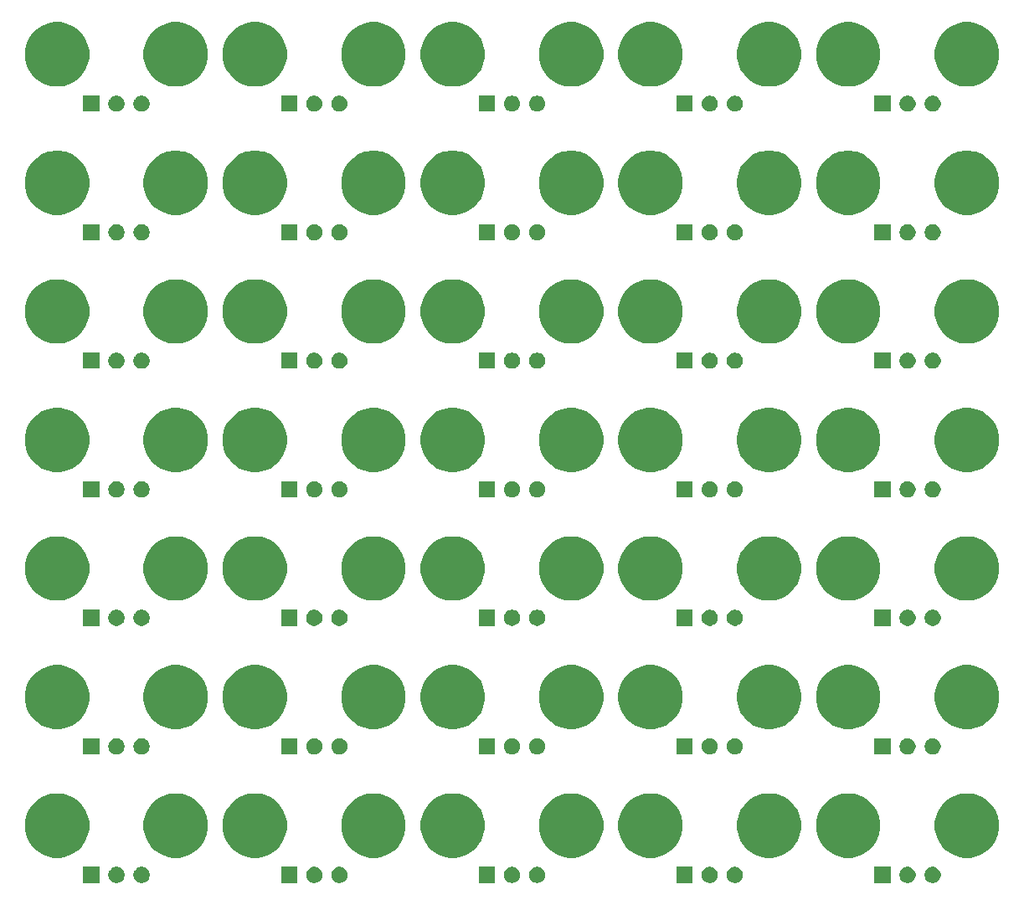
<source format=gbr>
G04 #@! TF.GenerationSoftware,KiCad,Pcbnew,(5.1.0-0)*
G04 #@! TF.CreationDate,2019-05-13T15:47:01-05:00*
G04 #@! TF.ProjectId,splitflap-hall-pcb,73706c69-7466-46c6-9170-2d68616c6c2d,rev?*
G04 #@! TF.SameCoordinates,Original*
G04 #@! TF.FileFunction,Soldermask,Bot*
G04 #@! TF.FilePolarity,Negative*
%FSLAX46Y46*%
G04 Gerber Fmt 4.6, Leading zero omitted, Abs format (unit mm)*
G04 Created by KiCad (PCBNEW (5.1.0-0)) date 2019-05-13 15:47:01*
%MOMM*%
%LPD*%
G04 APERTURE LIST*
%ADD10C,0.100000*%
G04 APERTURE END LIST*
D10*
G36*
X169781417Y-166204358D02*
G01*
X169855670Y-166235115D01*
X169929921Y-166265870D01*
X169929922Y-166265871D01*
X170063567Y-166355169D01*
X170177231Y-166468833D01*
X170244204Y-166569067D01*
X170266530Y-166602479D01*
X170297285Y-166676730D01*
X170328042Y-166750983D01*
X170359400Y-166908630D01*
X170359400Y-167069370D01*
X170328042Y-167227017D01*
X170266530Y-167375521D01*
X170266529Y-167375522D01*
X170177231Y-167509167D01*
X170063567Y-167622831D01*
X169963333Y-167689805D01*
X169929921Y-167712130D01*
X169855670Y-167742885D01*
X169781417Y-167773642D01*
X169623770Y-167805000D01*
X169463030Y-167805000D01*
X169305383Y-167773642D01*
X169231130Y-167742885D01*
X169156879Y-167712130D01*
X169123467Y-167689805D01*
X169023233Y-167622831D01*
X168909569Y-167509167D01*
X168820271Y-167375522D01*
X168820270Y-167375521D01*
X168758758Y-167227017D01*
X168727400Y-167069370D01*
X168727400Y-166908630D01*
X168758758Y-166750983D01*
X168820270Y-166602479D01*
X168842596Y-166569067D01*
X168909569Y-166468833D01*
X169023233Y-166355169D01*
X169156878Y-166265871D01*
X169156879Y-166265870D01*
X169231130Y-166235115D01*
X169305383Y-166204358D01*
X169463030Y-166173000D01*
X169623770Y-166173000D01*
X169781417Y-166204358D01*
X169781417Y-166204358D01*
G37*
G36*
X167241417Y-166204358D02*
G01*
X167315670Y-166235115D01*
X167389921Y-166265870D01*
X167389922Y-166265871D01*
X167523567Y-166355169D01*
X167637231Y-166468833D01*
X167704204Y-166569067D01*
X167726530Y-166602479D01*
X167757285Y-166676730D01*
X167788042Y-166750983D01*
X167819400Y-166908630D01*
X167819400Y-167069370D01*
X167788042Y-167227017D01*
X167726530Y-167375521D01*
X167726529Y-167375522D01*
X167637231Y-167509167D01*
X167523567Y-167622831D01*
X167423333Y-167689805D01*
X167389921Y-167712130D01*
X167315670Y-167742885D01*
X167241417Y-167773642D01*
X167083770Y-167805000D01*
X166923030Y-167805000D01*
X166765383Y-167773642D01*
X166691130Y-167742885D01*
X166616879Y-167712130D01*
X166583467Y-167689805D01*
X166483233Y-167622831D01*
X166369569Y-167509167D01*
X166280271Y-167375522D01*
X166280270Y-167375521D01*
X166218758Y-167227017D01*
X166187400Y-167069370D01*
X166187400Y-166908630D01*
X166218758Y-166750983D01*
X166280270Y-166602479D01*
X166302596Y-166569067D01*
X166369569Y-166468833D01*
X166483233Y-166355169D01*
X166616878Y-166265871D01*
X166616879Y-166265870D01*
X166691130Y-166235115D01*
X166765383Y-166204358D01*
X166923030Y-166173000D01*
X167083770Y-166173000D01*
X167241417Y-166204358D01*
X167241417Y-166204358D01*
G37*
G36*
X165279400Y-167805000D02*
G01*
X163647400Y-167805000D01*
X163647400Y-166173000D01*
X165279400Y-166173000D01*
X165279400Y-167805000D01*
X165279400Y-167805000D01*
G37*
G36*
X149781417Y-166204358D02*
G01*
X149855670Y-166235115D01*
X149929921Y-166265870D01*
X149929922Y-166265871D01*
X150063567Y-166355169D01*
X150177231Y-166468833D01*
X150244204Y-166569067D01*
X150266530Y-166602479D01*
X150297285Y-166676730D01*
X150328042Y-166750983D01*
X150359400Y-166908630D01*
X150359400Y-167069370D01*
X150328042Y-167227017D01*
X150266530Y-167375521D01*
X150266529Y-167375522D01*
X150177231Y-167509167D01*
X150063567Y-167622831D01*
X149963333Y-167689805D01*
X149929921Y-167712130D01*
X149855670Y-167742885D01*
X149781417Y-167773642D01*
X149623770Y-167805000D01*
X149463030Y-167805000D01*
X149305383Y-167773642D01*
X149231130Y-167742885D01*
X149156879Y-167712130D01*
X149123467Y-167689805D01*
X149023233Y-167622831D01*
X148909569Y-167509167D01*
X148820271Y-167375522D01*
X148820270Y-167375521D01*
X148758758Y-167227017D01*
X148727400Y-167069370D01*
X148727400Y-166908630D01*
X148758758Y-166750983D01*
X148820270Y-166602479D01*
X148842596Y-166569067D01*
X148909569Y-166468833D01*
X149023233Y-166355169D01*
X149156878Y-166265871D01*
X149156879Y-166265870D01*
X149231130Y-166235115D01*
X149305383Y-166204358D01*
X149463030Y-166173000D01*
X149623770Y-166173000D01*
X149781417Y-166204358D01*
X149781417Y-166204358D01*
G37*
G36*
X147241417Y-166204358D02*
G01*
X147315670Y-166235115D01*
X147389921Y-166265870D01*
X147389922Y-166265871D01*
X147523567Y-166355169D01*
X147637231Y-166468833D01*
X147704204Y-166569067D01*
X147726530Y-166602479D01*
X147757285Y-166676730D01*
X147788042Y-166750983D01*
X147819400Y-166908630D01*
X147819400Y-167069370D01*
X147788042Y-167227017D01*
X147726530Y-167375521D01*
X147726529Y-167375522D01*
X147637231Y-167509167D01*
X147523567Y-167622831D01*
X147423333Y-167689805D01*
X147389921Y-167712130D01*
X147315670Y-167742885D01*
X147241417Y-167773642D01*
X147083770Y-167805000D01*
X146923030Y-167805000D01*
X146765383Y-167773642D01*
X146691130Y-167742885D01*
X146616879Y-167712130D01*
X146583467Y-167689805D01*
X146483233Y-167622831D01*
X146369569Y-167509167D01*
X146280271Y-167375522D01*
X146280270Y-167375521D01*
X146218758Y-167227017D01*
X146187400Y-167069370D01*
X146187400Y-166908630D01*
X146218758Y-166750983D01*
X146280270Y-166602479D01*
X146302596Y-166569067D01*
X146369569Y-166468833D01*
X146483233Y-166355169D01*
X146616878Y-166265871D01*
X146616879Y-166265870D01*
X146691130Y-166235115D01*
X146765383Y-166204358D01*
X146923030Y-166173000D01*
X147083770Y-166173000D01*
X147241417Y-166204358D01*
X147241417Y-166204358D01*
G37*
G36*
X145279400Y-167805000D02*
G01*
X143647400Y-167805000D01*
X143647400Y-166173000D01*
X145279400Y-166173000D01*
X145279400Y-167805000D01*
X145279400Y-167805000D01*
G37*
G36*
X129781417Y-166204358D02*
G01*
X129855670Y-166235115D01*
X129929921Y-166265870D01*
X129929922Y-166265871D01*
X130063567Y-166355169D01*
X130177231Y-166468833D01*
X130244204Y-166569067D01*
X130266530Y-166602479D01*
X130297285Y-166676730D01*
X130328042Y-166750983D01*
X130359400Y-166908630D01*
X130359400Y-167069370D01*
X130328042Y-167227017D01*
X130266530Y-167375521D01*
X130266529Y-167375522D01*
X130177231Y-167509167D01*
X130063567Y-167622831D01*
X129963333Y-167689805D01*
X129929921Y-167712130D01*
X129855670Y-167742885D01*
X129781417Y-167773642D01*
X129623770Y-167805000D01*
X129463030Y-167805000D01*
X129305383Y-167773642D01*
X129231130Y-167742885D01*
X129156879Y-167712130D01*
X129123467Y-167689805D01*
X129023233Y-167622831D01*
X128909569Y-167509167D01*
X128820271Y-167375522D01*
X128820270Y-167375521D01*
X128758758Y-167227017D01*
X128727400Y-167069370D01*
X128727400Y-166908630D01*
X128758758Y-166750983D01*
X128820270Y-166602479D01*
X128842596Y-166569067D01*
X128909569Y-166468833D01*
X129023233Y-166355169D01*
X129156878Y-166265871D01*
X129156879Y-166265870D01*
X129231130Y-166235115D01*
X129305383Y-166204358D01*
X129463030Y-166173000D01*
X129623770Y-166173000D01*
X129781417Y-166204358D01*
X129781417Y-166204358D01*
G37*
G36*
X127241417Y-166204358D02*
G01*
X127315670Y-166235115D01*
X127389921Y-166265870D01*
X127389922Y-166265871D01*
X127523567Y-166355169D01*
X127637231Y-166468833D01*
X127704204Y-166569067D01*
X127726530Y-166602479D01*
X127757285Y-166676730D01*
X127788042Y-166750983D01*
X127819400Y-166908630D01*
X127819400Y-167069370D01*
X127788042Y-167227017D01*
X127726530Y-167375521D01*
X127726529Y-167375522D01*
X127637231Y-167509167D01*
X127523567Y-167622831D01*
X127423333Y-167689805D01*
X127389921Y-167712130D01*
X127315670Y-167742885D01*
X127241417Y-167773642D01*
X127083770Y-167805000D01*
X126923030Y-167805000D01*
X126765383Y-167773642D01*
X126691130Y-167742885D01*
X126616879Y-167712130D01*
X126583467Y-167689805D01*
X126483233Y-167622831D01*
X126369569Y-167509167D01*
X126280271Y-167375522D01*
X126280270Y-167375521D01*
X126218758Y-167227017D01*
X126187400Y-167069370D01*
X126187400Y-166908630D01*
X126218758Y-166750983D01*
X126280270Y-166602479D01*
X126302596Y-166569067D01*
X126369569Y-166468833D01*
X126483233Y-166355169D01*
X126616878Y-166265871D01*
X126616879Y-166265870D01*
X126691130Y-166235115D01*
X126765383Y-166204358D01*
X126923030Y-166173000D01*
X127083770Y-166173000D01*
X127241417Y-166204358D01*
X127241417Y-166204358D01*
G37*
G36*
X125279400Y-167805000D02*
G01*
X123647400Y-167805000D01*
X123647400Y-166173000D01*
X125279400Y-166173000D01*
X125279400Y-167805000D01*
X125279400Y-167805000D01*
G37*
G36*
X109781417Y-166204358D02*
G01*
X109855670Y-166235115D01*
X109929921Y-166265870D01*
X109929922Y-166265871D01*
X110063567Y-166355169D01*
X110177231Y-166468833D01*
X110244204Y-166569067D01*
X110266530Y-166602479D01*
X110297285Y-166676730D01*
X110328042Y-166750983D01*
X110359400Y-166908630D01*
X110359400Y-167069370D01*
X110328042Y-167227017D01*
X110266530Y-167375521D01*
X110266529Y-167375522D01*
X110177231Y-167509167D01*
X110063567Y-167622831D01*
X109963333Y-167689805D01*
X109929921Y-167712130D01*
X109855670Y-167742885D01*
X109781417Y-167773642D01*
X109623770Y-167805000D01*
X109463030Y-167805000D01*
X109305383Y-167773642D01*
X109231130Y-167742885D01*
X109156879Y-167712130D01*
X109123467Y-167689805D01*
X109023233Y-167622831D01*
X108909569Y-167509167D01*
X108820271Y-167375522D01*
X108820270Y-167375521D01*
X108758758Y-167227017D01*
X108727400Y-167069370D01*
X108727400Y-166908630D01*
X108758758Y-166750983D01*
X108820270Y-166602479D01*
X108842596Y-166569067D01*
X108909569Y-166468833D01*
X109023233Y-166355169D01*
X109156878Y-166265871D01*
X109156879Y-166265870D01*
X109231130Y-166235115D01*
X109305383Y-166204358D01*
X109463030Y-166173000D01*
X109623770Y-166173000D01*
X109781417Y-166204358D01*
X109781417Y-166204358D01*
G37*
G36*
X107241417Y-166204358D02*
G01*
X107315670Y-166235115D01*
X107389921Y-166265870D01*
X107389922Y-166265871D01*
X107523567Y-166355169D01*
X107637231Y-166468833D01*
X107704204Y-166569067D01*
X107726530Y-166602479D01*
X107757285Y-166676730D01*
X107788042Y-166750983D01*
X107819400Y-166908630D01*
X107819400Y-167069370D01*
X107788042Y-167227017D01*
X107726530Y-167375521D01*
X107726529Y-167375522D01*
X107637231Y-167509167D01*
X107523567Y-167622831D01*
X107423333Y-167689805D01*
X107389921Y-167712130D01*
X107315670Y-167742885D01*
X107241417Y-167773642D01*
X107083770Y-167805000D01*
X106923030Y-167805000D01*
X106765383Y-167773642D01*
X106691130Y-167742885D01*
X106616879Y-167712130D01*
X106583467Y-167689805D01*
X106483233Y-167622831D01*
X106369569Y-167509167D01*
X106280271Y-167375522D01*
X106280270Y-167375521D01*
X106218758Y-167227017D01*
X106187400Y-167069370D01*
X106187400Y-166908630D01*
X106218758Y-166750983D01*
X106280270Y-166602479D01*
X106302596Y-166569067D01*
X106369569Y-166468833D01*
X106483233Y-166355169D01*
X106616878Y-166265871D01*
X106616879Y-166265870D01*
X106691130Y-166235115D01*
X106765383Y-166204358D01*
X106923030Y-166173000D01*
X107083770Y-166173000D01*
X107241417Y-166204358D01*
X107241417Y-166204358D01*
G37*
G36*
X105279400Y-167805000D02*
G01*
X103647400Y-167805000D01*
X103647400Y-166173000D01*
X105279400Y-166173000D01*
X105279400Y-167805000D01*
X105279400Y-167805000D01*
G37*
G36*
X89781417Y-166204358D02*
G01*
X89855670Y-166235115D01*
X89929921Y-166265870D01*
X89929922Y-166265871D01*
X90063567Y-166355169D01*
X90177231Y-166468833D01*
X90244204Y-166569067D01*
X90266530Y-166602479D01*
X90297285Y-166676730D01*
X90328042Y-166750983D01*
X90359400Y-166908630D01*
X90359400Y-167069370D01*
X90328042Y-167227017D01*
X90266530Y-167375521D01*
X90266529Y-167375522D01*
X90177231Y-167509167D01*
X90063567Y-167622831D01*
X89963333Y-167689805D01*
X89929921Y-167712130D01*
X89855670Y-167742885D01*
X89781417Y-167773642D01*
X89623770Y-167805000D01*
X89463030Y-167805000D01*
X89305383Y-167773642D01*
X89231130Y-167742885D01*
X89156879Y-167712130D01*
X89123467Y-167689805D01*
X89023233Y-167622831D01*
X88909569Y-167509167D01*
X88820271Y-167375522D01*
X88820270Y-167375521D01*
X88758758Y-167227017D01*
X88727400Y-167069370D01*
X88727400Y-166908630D01*
X88758758Y-166750983D01*
X88820270Y-166602479D01*
X88842596Y-166569067D01*
X88909569Y-166468833D01*
X89023233Y-166355169D01*
X89156878Y-166265871D01*
X89156879Y-166265870D01*
X89231130Y-166235115D01*
X89305383Y-166204358D01*
X89463030Y-166173000D01*
X89623770Y-166173000D01*
X89781417Y-166204358D01*
X89781417Y-166204358D01*
G37*
G36*
X87241417Y-166204358D02*
G01*
X87315670Y-166235115D01*
X87389921Y-166265870D01*
X87389922Y-166265871D01*
X87523567Y-166355169D01*
X87637231Y-166468833D01*
X87704204Y-166569067D01*
X87726530Y-166602479D01*
X87757285Y-166676730D01*
X87788042Y-166750983D01*
X87819400Y-166908630D01*
X87819400Y-167069370D01*
X87788042Y-167227017D01*
X87726530Y-167375521D01*
X87726529Y-167375522D01*
X87637231Y-167509167D01*
X87523567Y-167622831D01*
X87423333Y-167689805D01*
X87389921Y-167712130D01*
X87315670Y-167742885D01*
X87241417Y-167773642D01*
X87083770Y-167805000D01*
X86923030Y-167805000D01*
X86765383Y-167773642D01*
X86691130Y-167742885D01*
X86616879Y-167712130D01*
X86583467Y-167689805D01*
X86483233Y-167622831D01*
X86369569Y-167509167D01*
X86280271Y-167375522D01*
X86280270Y-167375521D01*
X86218758Y-167227017D01*
X86187400Y-167069370D01*
X86187400Y-166908630D01*
X86218758Y-166750983D01*
X86280270Y-166602479D01*
X86302596Y-166569067D01*
X86369569Y-166468833D01*
X86483233Y-166355169D01*
X86616878Y-166265871D01*
X86616879Y-166265870D01*
X86691130Y-166235115D01*
X86765383Y-166204358D01*
X86923030Y-166173000D01*
X87083770Y-166173000D01*
X87241417Y-166204358D01*
X87241417Y-166204358D01*
G37*
G36*
X85279400Y-167805000D02*
G01*
X83647400Y-167805000D01*
X83647400Y-166173000D01*
X85279400Y-166173000D01*
X85279400Y-167805000D01*
X85279400Y-167805000D01*
G37*
G36*
X81634239Y-158811467D02*
G01*
X81948282Y-158873934D01*
X82539926Y-159119001D01*
X83072392Y-159474784D01*
X83525216Y-159927608D01*
X83880999Y-160460074D01*
X84126066Y-161051718D01*
X84251000Y-161679804D01*
X84251000Y-162320196D01*
X84126066Y-162948282D01*
X83880999Y-163539926D01*
X83525216Y-164072392D01*
X83072392Y-164525216D01*
X82539926Y-164880999D01*
X81948282Y-165126066D01*
X81634239Y-165188533D01*
X81320197Y-165251000D01*
X80679803Y-165251000D01*
X80365761Y-165188533D01*
X80051718Y-165126066D01*
X79460074Y-164880999D01*
X78927608Y-164525216D01*
X78474784Y-164072392D01*
X78119001Y-163539926D01*
X77873934Y-162948282D01*
X77749000Y-162320196D01*
X77749000Y-161679804D01*
X77873934Y-161051718D01*
X78119001Y-160460074D01*
X78474784Y-159927608D01*
X78927608Y-159474784D01*
X79460074Y-159119001D01*
X80051718Y-158873934D01*
X80365761Y-158811467D01*
X80679803Y-158749000D01*
X81320197Y-158749000D01*
X81634239Y-158811467D01*
X81634239Y-158811467D01*
G37*
G36*
X101634239Y-158811467D02*
G01*
X101948282Y-158873934D01*
X102539926Y-159119001D01*
X103072392Y-159474784D01*
X103525216Y-159927608D01*
X103880999Y-160460074D01*
X104126066Y-161051718D01*
X104251000Y-161679804D01*
X104251000Y-162320196D01*
X104126066Y-162948282D01*
X103880999Y-163539926D01*
X103525216Y-164072392D01*
X103072392Y-164525216D01*
X102539926Y-164880999D01*
X101948282Y-165126066D01*
X101634239Y-165188533D01*
X101320197Y-165251000D01*
X100679803Y-165251000D01*
X100365761Y-165188533D01*
X100051718Y-165126066D01*
X99460074Y-164880999D01*
X98927608Y-164525216D01*
X98474784Y-164072392D01*
X98119001Y-163539926D01*
X97873934Y-162948282D01*
X97749000Y-162320196D01*
X97749000Y-161679804D01*
X97873934Y-161051718D01*
X98119001Y-160460074D01*
X98474784Y-159927608D01*
X98927608Y-159474784D01*
X99460074Y-159119001D01*
X100051718Y-158873934D01*
X100365761Y-158811467D01*
X100679803Y-158749000D01*
X101320197Y-158749000D01*
X101634239Y-158811467D01*
X101634239Y-158811467D01*
G37*
G36*
X121634239Y-158811467D02*
G01*
X121948282Y-158873934D01*
X122539926Y-159119001D01*
X123072392Y-159474784D01*
X123525216Y-159927608D01*
X123880999Y-160460074D01*
X124126066Y-161051718D01*
X124251000Y-161679804D01*
X124251000Y-162320196D01*
X124126066Y-162948282D01*
X123880999Y-163539926D01*
X123525216Y-164072392D01*
X123072392Y-164525216D01*
X122539926Y-164880999D01*
X121948282Y-165126066D01*
X121634239Y-165188533D01*
X121320197Y-165251000D01*
X120679803Y-165251000D01*
X120365761Y-165188533D01*
X120051718Y-165126066D01*
X119460074Y-164880999D01*
X118927608Y-164525216D01*
X118474784Y-164072392D01*
X118119001Y-163539926D01*
X117873934Y-162948282D01*
X117749000Y-162320196D01*
X117749000Y-161679804D01*
X117873934Y-161051718D01*
X118119001Y-160460074D01*
X118474784Y-159927608D01*
X118927608Y-159474784D01*
X119460074Y-159119001D01*
X120051718Y-158873934D01*
X120365761Y-158811467D01*
X120679803Y-158749000D01*
X121320197Y-158749000D01*
X121634239Y-158811467D01*
X121634239Y-158811467D01*
G37*
G36*
X141634239Y-158811467D02*
G01*
X141948282Y-158873934D01*
X142539926Y-159119001D01*
X143072392Y-159474784D01*
X143525216Y-159927608D01*
X143880999Y-160460074D01*
X144126066Y-161051718D01*
X144251000Y-161679804D01*
X144251000Y-162320196D01*
X144126066Y-162948282D01*
X143880999Y-163539926D01*
X143525216Y-164072392D01*
X143072392Y-164525216D01*
X142539926Y-164880999D01*
X141948282Y-165126066D01*
X141634239Y-165188533D01*
X141320197Y-165251000D01*
X140679803Y-165251000D01*
X140365761Y-165188533D01*
X140051718Y-165126066D01*
X139460074Y-164880999D01*
X138927608Y-164525216D01*
X138474784Y-164072392D01*
X138119001Y-163539926D01*
X137873934Y-162948282D01*
X137749000Y-162320196D01*
X137749000Y-161679804D01*
X137873934Y-161051718D01*
X138119001Y-160460074D01*
X138474784Y-159927608D01*
X138927608Y-159474784D01*
X139460074Y-159119001D01*
X140051718Y-158873934D01*
X140365761Y-158811467D01*
X140679803Y-158749000D01*
X141320197Y-158749000D01*
X141634239Y-158811467D01*
X141634239Y-158811467D01*
G37*
G36*
X161634239Y-158811467D02*
G01*
X161948282Y-158873934D01*
X162539926Y-159119001D01*
X163072392Y-159474784D01*
X163525216Y-159927608D01*
X163880999Y-160460074D01*
X164126066Y-161051718D01*
X164251000Y-161679804D01*
X164251000Y-162320196D01*
X164126066Y-162948282D01*
X163880999Y-163539926D01*
X163525216Y-164072392D01*
X163072392Y-164525216D01*
X162539926Y-164880999D01*
X161948282Y-165126066D01*
X161634239Y-165188533D01*
X161320197Y-165251000D01*
X160679803Y-165251000D01*
X160365761Y-165188533D01*
X160051718Y-165126066D01*
X159460074Y-164880999D01*
X158927608Y-164525216D01*
X158474784Y-164072392D01*
X158119001Y-163539926D01*
X157873934Y-162948282D01*
X157749000Y-162320196D01*
X157749000Y-161679804D01*
X157873934Y-161051718D01*
X158119001Y-160460074D01*
X158474784Y-159927608D01*
X158927608Y-159474784D01*
X159460074Y-159119001D01*
X160051718Y-158873934D01*
X160365761Y-158811467D01*
X160679803Y-158749000D01*
X161320197Y-158749000D01*
X161634239Y-158811467D01*
X161634239Y-158811467D01*
G37*
G36*
X93634239Y-158811467D02*
G01*
X93948282Y-158873934D01*
X94539926Y-159119001D01*
X95072392Y-159474784D01*
X95525216Y-159927608D01*
X95880999Y-160460074D01*
X96126066Y-161051718D01*
X96251000Y-161679804D01*
X96251000Y-162320196D01*
X96126066Y-162948282D01*
X95880999Y-163539926D01*
X95525216Y-164072392D01*
X95072392Y-164525216D01*
X94539926Y-164880999D01*
X93948282Y-165126066D01*
X93634239Y-165188533D01*
X93320197Y-165251000D01*
X92679803Y-165251000D01*
X92365761Y-165188533D01*
X92051718Y-165126066D01*
X91460074Y-164880999D01*
X90927608Y-164525216D01*
X90474784Y-164072392D01*
X90119001Y-163539926D01*
X89873934Y-162948282D01*
X89749000Y-162320196D01*
X89749000Y-161679804D01*
X89873934Y-161051718D01*
X90119001Y-160460074D01*
X90474784Y-159927608D01*
X90927608Y-159474784D01*
X91460074Y-159119001D01*
X92051718Y-158873934D01*
X92365761Y-158811467D01*
X92679803Y-158749000D01*
X93320197Y-158749000D01*
X93634239Y-158811467D01*
X93634239Y-158811467D01*
G37*
G36*
X113634239Y-158811467D02*
G01*
X113948282Y-158873934D01*
X114539926Y-159119001D01*
X115072392Y-159474784D01*
X115525216Y-159927608D01*
X115880999Y-160460074D01*
X116126066Y-161051718D01*
X116251000Y-161679804D01*
X116251000Y-162320196D01*
X116126066Y-162948282D01*
X115880999Y-163539926D01*
X115525216Y-164072392D01*
X115072392Y-164525216D01*
X114539926Y-164880999D01*
X113948282Y-165126066D01*
X113634239Y-165188533D01*
X113320197Y-165251000D01*
X112679803Y-165251000D01*
X112365761Y-165188533D01*
X112051718Y-165126066D01*
X111460074Y-164880999D01*
X110927608Y-164525216D01*
X110474784Y-164072392D01*
X110119001Y-163539926D01*
X109873934Y-162948282D01*
X109749000Y-162320196D01*
X109749000Y-161679804D01*
X109873934Y-161051718D01*
X110119001Y-160460074D01*
X110474784Y-159927608D01*
X110927608Y-159474784D01*
X111460074Y-159119001D01*
X112051718Y-158873934D01*
X112365761Y-158811467D01*
X112679803Y-158749000D01*
X113320197Y-158749000D01*
X113634239Y-158811467D01*
X113634239Y-158811467D01*
G37*
G36*
X133634239Y-158811467D02*
G01*
X133948282Y-158873934D01*
X134539926Y-159119001D01*
X135072392Y-159474784D01*
X135525216Y-159927608D01*
X135880999Y-160460074D01*
X136126066Y-161051718D01*
X136251000Y-161679804D01*
X136251000Y-162320196D01*
X136126066Y-162948282D01*
X135880999Y-163539926D01*
X135525216Y-164072392D01*
X135072392Y-164525216D01*
X134539926Y-164880999D01*
X133948282Y-165126066D01*
X133634239Y-165188533D01*
X133320197Y-165251000D01*
X132679803Y-165251000D01*
X132365761Y-165188533D01*
X132051718Y-165126066D01*
X131460074Y-164880999D01*
X130927608Y-164525216D01*
X130474784Y-164072392D01*
X130119001Y-163539926D01*
X129873934Y-162948282D01*
X129749000Y-162320196D01*
X129749000Y-161679804D01*
X129873934Y-161051718D01*
X130119001Y-160460074D01*
X130474784Y-159927608D01*
X130927608Y-159474784D01*
X131460074Y-159119001D01*
X132051718Y-158873934D01*
X132365761Y-158811467D01*
X132679803Y-158749000D01*
X133320197Y-158749000D01*
X133634239Y-158811467D01*
X133634239Y-158811467D01*
G37*
G36*
X153634239Y-158811467D02*
G01*
X153948282Y-158873934D01*
X154539926Y-159119001D01*
X155072392Y-159474784D01*
X155525216Y-159927608D01*
X155880999Y-160460074D01*
X156126066Y-161051718D01*
X156251000Y-161679804D01*
X156251000Y-162320196D01*
X156126066Y-162948282D01*
X155880999Y-163539926D01*
X155525216Y-164072392D01*
X155072392Y-164525216D01*
X154539926Y-164880999D01*
X153948282Y-165126066D01*
X153634239Y-165188533D01*
X153320197Y-165251000D01*
X152679803Y-165251000D01*
X152365761Y-165188533D01*
X152051718Y-165126066D01*
X151460074Y-164880999D01*
X150927608Y-164525216D01*
X150474784Y-164072392D01*
X150119001Y-163539926D01*
X149873934Y-162948282D01*
X149749000Y-162320196D01*
X149749000Y-161679804D01*
X149873934Y-161051718D01*
X150119001Y-160460074D01*
X150474784Y-159927608D01*
X150927608Y-159474784D01*
X151460074Y-159119001D01*
X152051718Y-158873934D01*
X152365761Y-158811467D01*
X152679803Y-158749000D01*
X153320197Y-158749000D01*
X153634239Y-158811467D01*
X153634239Y-158811467D01*
G37*
G36*
X173634239Y-158811467D02*
G01*
X173948282Y-158873934D01*
X174539926Y-159119001D01*
X175072392Y-159474784D01*
X175525216Y-159927608D01*
X175880999Y-160460074D01*
X176126066Y-161051718D01*
X176251000Y-161679804D01*
X176251000Y-162320196D01*
X176126066Y-162948282D01*
X175880999Y-163539926D01*
X175525216Y-164072392D01*
X175072392Y-164525216D01*
X174539926Y-164880999D01*
X173948282Y-165126066D01*
X173634239Y-165188533D01*
X173320197Y-165251000D01*
X172679803Y-165251000D01*
X172365761Y-165188533D01*
X172051718Y-165126066D01*
X171460074Y-164880999D01*
X170927608Y-164525216D01*
X170474784Y-164072392D01*
X170119001Y-163539926D01*
X169873934Y-162948282D01*
X169749000Y-162320196D01*
X169749000Y-161679804D01*
X169873934Y-161051718D01*
X170119001Y-160460074D01*
X170474784Y-159927608D01*
X170927608Y-159474784D01*
X171460074Y-159119001D01*
X172051718Y-158873934D01*
X172365761Y-158811467D01*
X172679803Y-158749000D01*
X173320197Y-158749000D01*
X173634239Y-158811467D01*
X173634239Y-158811467D01*
G37*
G36*
X169781417Y-153204358D02*
G01*
X169929921Y-153265870D01*
X169929922Y-153265871D01*
X170063567Y-153355169D01*
X170177231Y-153468833D01*
X170244204Y-153569067D01*
X170266530Y-153602479D01*
X170328042Y-153750983D01*
X170359400Y-153908630D01*
X170359400Y-154069370D01*
X170328042Y-154227017D01*
X170266530Y-154375521D01*
X170266529Y-154375522D01*
X170177231Y-154509167D01*
X170063567Y-154622831D01*
X169963333Y-154689805D01*
X169929921Y-154712130D01*
X169781417Y-154773642D01*
X169623770Y-154805000D01*
X169463030Y-154805000D01*
X169305383Y-154773642D01*
X169156879Y-154712130D01*
X169123467Y-154689805D01*
X169023233Y-154622831D01*
X168909569Y-154509167D01*
X168820271Y-154375522D01*
X168820270Y-154375521D01*
X168758758Y-154227017D01*
X168727400Y-154069370D01*
X168727400Y-153908630D01*
X168758758Y-153750983D01*
X168820270Y-153602479D01*
X168842595Y-153569067D01*
X168909569Y-153468833D01*
X169023233Y-153355169D01*
X169156878Y-153265871D01*
X169156879Y-153265870D01*
X169305383Y-153204358D01*
X169463030Y-153173000D01*
X169623770Y-153173000D01*
X169781417Y-153204358D01*
X169781417Y-153204358D01*
G37*
G36*
X107241417Y-153204358D02*
G01*
X107389921Y-153265870D01*
X107389922Y-153265871D01*
X107523567Y-153355169D01*
X107637231Y-153468833D01*
X107704204Y-153569067D01*
X107726530Y-153602479D01*
X107788042Y-153750983D01*
X107819400Y-153908630D01*
X107819400Y-154069370D01*
X107788042Y-154227017D01*
X107726530Y-154375521D01*
X107726529Y-154375522D01*
X107637231Y-154509167D01*
X107523567Y-154622831D01*
X107423333Y-154689805D01*
X107389921Y-154712130D01*
X107241417Y-154773642D01*
X107083770Y-154805000D01*
X106923030Y-154805000D01*
X106765383Y-154773642D01*
X106616879Y-154712130D01*
X106583467Y-154689805D01*
X106483233Y-154622831D01*
X106369569Y-154509167D01*
X106280271Y-154375522D01*
X106280270Y-154375521D01*
X106218758Y-154227017D01*
X106187400Y-154069370D01*
X106187400Y-153908630D01*
X106218758Y-153750983D01*
X106280270Y-153602479D01*
X106302596Y-153569067D01*
X106369569Y-153468833D01*
X106483233Y-153355169D01*
X106616878Y-153265871D01*
X106616879Y-153265870D01*
X106765383Y-153204358D01*
X106923030Y-153173000D01*
X107083770Y-153173000D01*
X107241417Y-153204358D01*
X107241417Y-153204358D01*
G37*
G36*
X147241417Y-153204358D02*
G01*
X147389921Y-153265870D01*
X147389922Y-153265871D01*
X147523567Y-153355169D01*
X147637231Y-153468833D01*
X147704204Y-153569067D01*
X147726530Y-153602479D01*
X147788042Y-153750983D01*
X147819400Y-153908630D01*
X147819400Y-154069370D01*
X147788042Y-154227017D01*
X147726530Y-154375521D01*
X147726529Y-154375522D01*
X147637231Y-154509167D01*
X147523567Y-154622831D01*
X147423333Y-154689805D01*
X147389921Y-154712130D01*
X147241417Y-154773642D01*
X147083770Y-154805000D01*
X146923030Y-154805000D01*
X146765383Y-154773642D01*
X146616879Y-154712130D01*
X146583467Y-154689805D01*
X146483233Y-154622831D01*
X146369569Y-154509167D01*
X146280271Y-154375522D01*
X146280270Y-154375521D01*
X146218758Y-154227017D01*
X146187400Y-154069370D01*
X146187400Y-153908630D01*
X146218758Y-153750983D01*
X146280270Y-153602479D01*
X146302596Y-153569067D01*
X146369569Y-153468833D01*
X146483233Y-153355169D01*
X146616878Y-153265871D01*
X146616879Y-153265870D01*
X146765383Y-153204358D01*
X146923030Y-153173000D01*
X147083770Y-153173000D01*
X147241417Y-153204358D01*
X147241417Y-153204358D01*
G37*
G36*
X149781417Y-153204358D02*
G01*
X149929921Y-153265870D01*
X149929922Y-153265871D01*
X150063567Y-153355169D01*
X150177231Y-153468833D01*
X150244204Y-153569067D01*
X150266530Y-153602479D01*
X150328042Y-153750983D01*
X150359400Y-153908630D01*
X150359400Y-154069370D01*
X150328042Y-154227017D01*
X150266530Y-154375521D01*
X150266529Y-154375522D01*
X150177231Y-154509167D01*
X150063567Y-154622831D01*
X149963333Y-154689805D01*
X149929921Y-154712130D01*
X149781417Y-154773642D01*
X149623770Y-154805000D01*
X149463030Y-154805000D01*
X149305383Y-154773642D01*
X149156879Y-154712130D01*
X149123467Y-154689805D01*
X149023233Y-154622831D01*
X148909569Y-154509167D01*
X148820271Y-154375522D01*
X148820270Y-154375521D01*
X148758758Y-154227017D01*
X148727400Y-154069370D01*
X148727400Y-153908630D01*
X148758758Y-153750983D01*
X148820270Y-153602479D01*
X148842596Y-153569067D01*
X148909569Y-153468833D01*
X149023233Y-153355169D01*
X149156878Y-153265871D01*
X149156879Y-153265870D01*
X149305383Y-153204358D01*
X149463030Y-153173000D01*
X149623770Y-153173000D01*
X149781417Y-153204358D01*
X149781417Y-153204358D01*
G37*
G36*
X165279400Y-154805000D02*
G01*
X163647400Y-154805000D01*
X163647400Y-153173000D01*
X165279400Y-153173000D01*
X165279400Y-154805000D01*
X165279400Y-154805000D01*
G37*
G36*
X167241417Y-153204358D02*
G01*
X167389921Y-153265870D01*
X167389922Y-153265871D01*
X167523567Y-153355169D01*
X167637231Y-153468833D01*
X167704204Y-153569067D01*
X167726530Y-153602479D01*
X167788042Y-153750983D01*
X167819400Y-153908630D01*
X167819400Y-154069370D01*
X167788042Y-154227017D01*
X167726530Y-154375521D01*
X167726529Y-154375522D01*
X167637231Y-154509167D01*
X167523567Y-154622831D01*
X167423333Y-154689805D01*
X167389921Y-154712130D01*
X167241417Y-154773642D01*
X167083770Y-154805000D01*
X166923030Y-154805000D01*
X166765383Y-154773642D01*
X166616879Y-154712130D01*
X166583467Y-154689805D01*
X166483233Y-154622831D01*
X166369569Y-154509167D01*
X166280271Y-154375522D01*
X166280270Y-154375521D01*
X166218758Y-154227017D01*
X166187400Y-154069370D01*
X166187400Y-153908630D01*
X166218758Y-153750983D01*
X166280270Y-153602479D01*
X166302595Y-153569067D01*
X166369569Y-153468833D01*
X166483233Y-153355169D01*
X166616878Y-153265871D01*
X166616879Y-153265870D01*
X166765383Y-153204358D01*
X166923030Y-153173000D01*
X167083770Y-153173000D01*
X167241417Y-153204358D01*
X167241417Y-153204358D01*
G37*
G36*
X145279400Y-154805000D02*
G01*
X143647400Y-154805000D01*
X143647400Y-153173000D01*
X145279400Y-153173000D01*
X145279400Y-154805000D01*
X145279400Y-154805000D01*
G37*
G36*
X129781417Y-153204358D02*
G01*
X129929921Y-153265870D01*
X129929922Y-153265871D01*
X130063567Y-153355169D01*
X130177231Y-153468833D01*
X130244204Y-153569067D01*
X130266530Y-153602479D01*
X130328042Y-153750983D01*
X130359400Y-153908630D01*
X130359400Y-154069370D01*
X130328042Y-154227017D01*
X130266530Y-154375521D01*
X130266529Y-154375522D01*
X130177231Y-154509167D01*
X130063567Y-154622831D01*
X129963333Y-154689805D01*
X129929921Y-154712130D01*
X129781417Y-154773642D01*
X129623770Y-154805000D01*
X129463030Y-154805000D01*
X129305383Y-154773642D01*
X129156879Y-154712130D01*
X129123467Y-154689805D01*
X129023233Y-154622831D01*
X128909569Y-154509167D01*
X128820271Y-154375522D01*
X128820270Y-154375521D01*
X128758758Y-154227017D01*
X128727400Y-154069370D01*
X128727400Y-153908630D01*
X128758758Y-153750983D01*
X128820270Y-153602479D01*
X128842596Y-153569067D01*
X128909569Y-153468833D01*
X129023233Y-153355169D01*
X129156878Y-153265871D01*
X129156879Y-153265870D01*
X129305383Y-153204358D01*
X129463030Y-153173000D01*
X129623770Y-153173000D01*
X129781417Y-153204358D01*
X129781417Y-153204358D01*
G37*
G36*
X127241417Y-153204358D02*
G01*
X127389921Y-153265870D01*
X127389922Y-153265871D01*
X127523567Y-153355169D01*
X127637231Y-153468833D01*
X127704204Y-153569067D01*
X127726530Y-153602479D01*
X127788042Y-153750983D01*
X127819400Y-153908630D01*
X127819400Y-154069370D01*
X127788042Y-154227017D01*
X127726530Y-154375521D01*
X127726529Y-154375522D01*
X127637231Y-154509167D01*
X127523567Y-154622831D01*
X127423333Y-154689805D01*
X127389921Y-154712130D01*
X127241417Y-154773642D01*
X127083770Y-154805000D01*
X126923030Y-154805000D01*
X126765383Y-154773642D01*
X126616879Y-154712130D01*
X126583467Y-154689805D01*
X126483233Y-154622831D01*
X126369569Y-154509167D01*
X126280271Y-154375522D01*
X126280270Y-154375521D01*
X126218758Y-154227017D01*
X126187400Y-154069370D01*
X126187400Y-153908630D01*
X126218758Y-153750983D01*
X126280270Y-153602479D01*
X126302596Y-153569067D01*
X126369569Y-153468833D01*
X126483233Y-153355169D01*
X126616878Y-153265871D01*
X126616879Y-153265870D01*
X126765383Y-153204358D01*
X126923030Y-153173000D01*
X127083770Y-153173000D01*
X127241417Y-153204358D01*
X127241417Y-153204358D01*
G37*
G36*
X125279400Y-154805000D02*
G01*
X123647400Y-154805000D01*
X123647400Y-153173000D01*
X125279400Y-153173000D01*
X125279400Y-154805000D01*
X125279400Y-154805000D01*
G37*
G36*
X109781417Y-153204358D02*
G01*
X109929921Y-153265870D01*
X109929922Y-153265871D01*
X110063567Y-153355169D01*
X110177231Y-153468833D01*
X110244204Y-153569067D01*
X110266530Y-153602479D01*
X110328042Y-153750983D01*
X110359400Y-153908630D01*
X110359400Y-154069370D01*
X110328042Y-154227017D01*
X110266530Y-154375521D01*
X110266529Y-154375522D01*
X110177231Y-154509167D01*
X110063567Y-154622831D01*
X109963333Y-154689805D01*
X109929921Y-154712130D01*
X109781417Y-154773642D01*
X109623770Y-154805000D01*
X109463030Y-154805000D01*
X109305383Y-154773642D01*
X109156879Y-154712130D01*
X109123467Y-154689805D01*
X109023233Y-154622831D01*
X108909569Y-154509167D01*
X108820271Y-154375522D01*
X108820270Y-154375521D01*
X108758758Y-154227017D01*
X108727400Y-154069370D01*
X108727400Y-153908630D01*
X108758758Y-153750983D01*
X108820270Y-153602479D01*
X108842596Y-153569067D01*
X108909569Y-153468833D01*
X109023233Y-153355169D01*
X109156878Y-153265871D01*
X109156879Y-153265870D01*
X109305383Y-153204358D01*
X109463030Y-153173000D01*
X109623770Y-153173000D01*
X109781417Y-153204358D01*
X109781417Y-153204358D01*
G37*
G36*
X105279400Y-154805000D02*
G01*
X103647400Y-154805000D01*
X103647400Y-153173000D01*
X105279400Y-153173000D01*
X105279400Y-154805000D01*
X105279400Y-154805000D01*
G37*
G36*
X89781417Y-153204358D02*
G01*
X89929921Y-153265870D01*
X89929922Y-153265871D01*
X90063567Y-153355169D01*
X90177231Y-153468833D01*
X90244204Y-153569067D01*
X90266530Y-153602479D01*
X90328042Y-153750983D01*
X90359400Y-153908630D01*
X90359400Y-154069370D01*
X90328042Y-154227017D01*
X90266530Y-154375521D01*
X90266529Y-154375522D01*
X90177231Y-154509167D01*
X90063567Y-154622831D01*
X89963333Y-154689805D01*
X89929921Y-154712130D01*
X89781417Y-154773642D01*
X89623770Y-154805000D01*
X89463030Y-154805000D01*
X89305383Y-154773642D01*
X89156879Y-154712130D01*
X89123467Y-154689805D01*
X89023233Y-154622831D01*
X88909569Y-154509167D01*
X88820271Y-154375522D01*
X88820270Y-154375521D01*
X88758758Y-154227017D01*
X88727400Y-154069370D01*
X88727400Y-153908630D01*
X88758758Y-153750983D01*
X88820270Y-153602479D01*
X88842596Y-153569067D01*
X88909569Y-153468833D01*
X89023233Y-153355169D01*
X89156878Y-153265871D01*
X89156879Y-153265870D01*
X89305383Y-153204358D01*
X89463030Y-153173000D01*
X89623770Y-153173000D01*
X89781417Y-153204358D01*
X89781417Y-153204358D01*
G37*
G36*
X87241417Y-153204358D02*
G01*
X87389921Y-153265870D01*
X87389922Y-153265871D01*
X87523567Y-153355169D01*
X87637231Y-153468833D01*
X87704204Y-153569067D01*
X87726530Y-153602479D01*
X87788042Y-153750983D01*
X87819400Y-153908630D01*
X87819400Y-154069370D01*
X87788042Y-154227017D01*
X87726530Y-154375521D01*
X87726529Y-154375522D01*
X87637231Y-154509167D01*
X87523567Y-154622831D01*
X87423333Y-154689805D01*
X87389921Y-154712130D01*
X87241417Y-154773642D01*
X87083770Y-154805000D01*
X86923030Y-154805000D01*
X86765383Y-154773642D01*
X86616879Y-154712130D01*
X86583467Y-154689805D01*
X86483233Y-154622831D01*
X86369569Y-154509167D01*
X86280271Y-154375522D01*
X86280270Y-154375521D01*
X86218758Y-154227017D01*
X86187400Y-154069370D01*
X86187400Y-153908630D01*
X86218758Y-153750983D01*
X86280270Y-153602479D01*
X86302596Y-153569067D01*
X86369569Y-153468833D01*
X86483233Y-153355169D01*
X86616878Y-153265871D01*
X86616879Y-153265870D01*
X86765383Y-153204358D01*
X86923030Y-153173000D01*
X87083770Y-153173000D01*
X87241417Y-153204358D01*
X87241417Y-153204358D01*
G37*
G36*
X85279400Y-154805000D02*
G01*
X83647400Y-154805000D01*
X83647400Y-153173000D01*
X85279400Y-153173000D01*
X85279400Y-154805000D01*
X85279400Y-154805000D01*
G37*
G36*
X173634239Y-145811467D02*
G01*
X173948282Y-145873934D01*
X174539926Y-146119001D01*
X175072392Y-146474784D01*
X175525216Y-146927608D01*
X175880999Y-147460074D01*
X176126066Y-148051718D01*
X176251000Y-148679804D01*
X176251000Y-149320196D01*
X176126066Y-149948282D01*
X175880999Y-150539926D01*
X175525216Y-151072392D01*
X175072392Y-151525216D01*
X174539926Y-151880999D01*
X173948282Y-152126066D01*
X173634239Y-152188533D01*
X173320197Y-152251000D01*
X172679803Y-152251000D01*
X172365761Y-152188533D01*
X172051718Y-152126066D01*
X171460074Y-151880999D01*
X170927608Y-151525216D01*
X170474784Y-151072392D01*
X170119001Y-150539926D01*
X169873934Y-149948282D01*
X169749000Y-149320196D01*
X169749000Y-148679804D01*
X169873934Y-148051718D01*
X170119001Y-147460074D01*
X170474784Y-146927608D01*
X170927608Y-146474784D01*
X171460074Y-146119001D01*
X172051718Y-145873934D01*
X172365761Y-145811467D01*
X172679803Y-145749000D01*
X173320197Y-145749000D01*
X173634239Y-145811467D01*
X173634239Y-145811467D01*
G37*
G36*
X153634239Y-145811467D02*
G01*
X153948282Y-145873934D01*
X154539926Y-146119001D01*
X155072392Y-146474784D01*
X155525216Y-146927608D01*
X155880999Y-147460074D01*
X156126066Y-148051718D01*
X156251000Y-148679804D01*
X156251000Y-149320196D01*
X156126066Y-149948282D01*
X155880999Y-150539926D01*
X155525216Y-151072392D01*
X155072392Y-151525216D01*
X154539926Y-151880999D01*
X153948282Y-152126066D01*
X153634239Y-152188533D01*
X153320197Y-152251000D01*
X152679803Y-152251000D01*
X152365761Y-152188533D01*
X152051718Y-152126066D01*
X151460074Y-151880999D01*
X150927608Y-151525216D01*
X150474784Y-151072392D01*
X150119001Y-150539926D01*
X149873934Y-149948282D01*
X149749000Y-149320196D01*
X149749000Y-148679804D01*
X149873934Y-148051718D01*
X150119001Y-147460074D01*
X150474784Y-146927608D01*
X150927608Y-146474784D01*
X151460074Y-146119001D01*
X152051718Y-145873934D01*
X152365761Y-145811467D01*
X152679803Y-145749000D01*
X153320197Y-145749000D01*
X153634239Y-145811467D01*
X153634239Y-145811467D01*
G37*
G36*
X133634239Y-145811467D02*
G01*
X133948282Y-145873934D01*
X134539926Y-146119001D01*
X135072392Y-146474784D01*
X135525216Y-146927608D01*
X135880999Y-147460074D01*
X136126066Y-148051718D01*
X136251000Y-148679804D01*
X136251000Y-149320196D01*
X136126066Y-149948282D01*
X135880999Y-150539926D01*
X135525216Y-151072392D01*
X135072392Y-151525216D01*
X134539926Y-151880999D01*
X133948282Y-152126066D01*
X133634239Y-152188533D01*
X133320197Y-152251000D01*
X132679803Y-152251000D01*
X132365761Y-152188533D01*
X132051718Y-152126066D01*
X131460074Y-151880999D01*
X130927608Y-151525216D01*
X130474784Y-151072392D01*
X130119001Y-150539926D01*
X129873934Y-149948282D01*
X129749000Y-149320196D01*
X129749000Y-148679804D01*
X129873934Y-148051718D01*
X130119001Y-147460074D01*
X130474784Y-146927608D01*
X130927608Y-146474784D01*
X131460074Y-146119001D01*
X132051718Y-145873934D01*
X132365761Y-145811467D01*
X132679803Y-145749000D01*
X133320197Y-145749000D01*
X133634239Y-145811467D01*
X133634239Y-145811467D01*
G37*
G36*
X113634239Y-145811467D02*
G01*
X113948282Y-145873934D01*
X114539926Y-146119001D01*
X115072392Y-146474784D01*
X115525216Y-146927608D01*
X115880999Y-147460074D01*
X116126066Y-148051718D01*
X116251000Y-148679804D01*
X116251000Y-149320196D01*
X116126066Y-149948282D01*
X115880999Y-150539926D01*
X115525216Y-151072392D01*
X115072392Y-151525216D01*
X114539926Y-151880999D01*
X113948282Y-152126066D01*
X113634239Y-152188533D01*
X113320197Y-152251000D01*
X112679803Y-152251000D01*
X112365761Y-152188533D01*
X112051718Y-152126066D01*
X111460074Y-151880999D01*
X110927608Y-151525216D01*
X110474784Y-151072392D01*
X110119001Y-150539926D01*
X109873934Y-149948282D01*
X109749000Y-149320196D01*
X109749000Y-148679804D01*
X109873934Y-148051718D01*
X110119001Y-147460074D01*
X110474784Y-146927608D01*
X110927608Y-146474784D01*
X111460074Y-146119001D01*
X112051718Y-145873934D01*
X112365761Y-145811467D01*
X112679803Y-145749000D01*
X113320197Y-145749000D01*
X113634239Y-145811467D01*
X113634239Y-145811467D01*
G37*
G36*
X93634239Y-145811467D02*
G01*
X93948282Y-145873934D01*
X94539926Y-146119001D01*
X95072392Y-146474784D01*
X95525216Y-146927608D01*
X95880999Y-147460074D01*
X96126066Y-148051718D01*
X96251000Y-148679804D01*
X96251000Y-149320196D01*
X96126066Y-149948282D01*
X95880999Y-150539926D01*
X95525216Y-151072392D01*
X95072392Y-151525216D01*
X94539926Y-151880999D01*
X93948282Y-152126066D01*
X93634239Y-152188533D01*
X93320197Y-152251000D01*
X92679803Y-152251000D01*
X92365761Y-152188533D01*
X92051718Y-152126066D01*
X91460074Y-151880999D01*
X90927608Y-151525216D01*
X90474784Y-151072392D01*
X90119001Y-150539926D01*
X89873934Y-149948282D01*
X89749000Y-149320196D01*
X89749000Y-148679804D01*
X89873934Y-148051718D01*
X90119001Y-147460074D01*
X90474784Y-146927608D01*
X90927608Y-146474784D01*
X91460074Y-146119001D01*
X92051718Y-145873934D01*
X92365761Y-145811467D01*
X92679803Y-145749000D01*
X93320197Y-145749000D01*
X93634239Y-145811467D01*
X93634239Y-145811467D01*
G37*
G36*
X161634239Y-145811467D02*
G01*
X161948282Y-145873934D01*
X162539926Y-146119001D01*
X163072392Y-146474784D01*
X163525216Y-146927608D01*
X163880999Y-147460074D01*
X164126066Y-148051718D01*
X164251000Y-148679804D01*
X164251000Y-149320196D01*
X164126066Y-149948282D01*
X163880999Y-150539926D01*
X163525216Y-151072392D01*
X163072392Y-151525216D01*
X162539926Y-151880999D01*
X161948282Y-152126066D01*
X161634239Y-152188533D01*
X161320197Y-152251000D01*
X160679803Y-152251000D01*
X160365761Y-152188533D01*
X160051718Y-152126066D01*
X159460074Y-151880999D01*
X158927608Y-151525216D01*
X158474784Y-151072392D01*
X158119001Y-150539926D01*
X157873934Y-149948282D01*
X157749000Y-149320196D01*
X157749000Y-148679804D01*
X157873934Y-148051718D01*
X158119001Y-147460074D01*
X158474784Y-146927608D01*
X158927608Y-146474784D01*
X159460074Y-146119001D01*
X160051718Y-145873934D01*
X160365761Y-145811467D01*
X160679803Y-145749000D01*
X161320197Y-145749000D01*
X161634239Y-145811467D01*
X161634239Y-145811467D01*
G37*
G36*
X141634239Y-145811467D02*
G01*
X141948282Y-145873934D01*
X142539926Y-146119001D01*
X143072392Y-146474784D01*
X143525216Y-146927608D01*
X143880999Y-147460074D01*
X144126066Y-148051718D01*
X144251000Y-148679804D01*
X144251000Y-149320196D01*
X144126066Y-149948282D01*
X143880999Y-150539926D01*
X143525216Y-151072392D01*
X143072392Y-151525216D01*
X142539926Y-151880999D01*
X141948282Y-152126066D01*
X141634239Y-152188533D01*
X141320197Y-152251000D01*
X140679803Y-152251000D01*
X140365761Y-152188533D01*
X140051718Y-152126066D01*
X139460074Y-151880999D01*
X138927608Y-151525216D01*
X138474784Y-151072392D01*
X138119001Y-150539926D01*
X137873934Y-149948282D01*
X137749000Y-149320196D01*
X137749000Y-148679804D01*
X137873934Y-148051718D01*
X138119001Y-147460074D01*
X138474784Y-146927608D01*
X138927608Y-146474784D01*
X139460074Y-146119001D01*
X140051718Y-145873934D01*
X140365761Y-145811467D01*
X140679803Y-145749000D01*
X141320197Y-145749000D01*
X141634239Y-145811467D01*
X141634239Y-145811467D01*
G37*
G36*
X121634239Y-145811467D02*
G01*
X121948282Y-145873934D01*
X122539926Y-146119001D01*
X123072392Y-146474784D01*
X123525216Y-146927608D01*
X123880999Y-147460074D01*
X124126066Y-148051718D01*
X124251000Y-148679804D01*
X124251000Y-149320196D01*
X124126066Y-149948282D01*
X123880999Y-150539926D01*
X123525216Y-151072392D01*
X123072392Y-151525216D01*
X122539926Y-151880999D01*
X121948282Y-152126066D01*
X121634239Y-152188533D01*
X121320197Y-152251000D01*
X120679803Y-152251000D01*
X120365761Y-152188533D01*
X120051718Y-152126066D01*
X119460074Y-151880999D01*
X118927608Y-151525216D01*
X118474784Y-151072392D01*
X118119001Y-150539926D01*
X117873934Y-149948282D01*
X117749000Y-149320196D01*
X117749000Y-148679804D01*
X117873934Y-148051718D01*
X118119001Y-147460074D01*
X118474784Y-146927608D01*
X118927608Y-146474784D01*
X119460074Y-146119001D01*
X120051718Y-145873934D01*
X120365761Y-145811467D01*
X120679803Y-145749000D01*
X121320197Y-145749000D01*
X121634239Y-145811467D01*
X121634239Y-145811467D01*
G37*
G36*
X101634239Y-145811467D02*
G01*
X101948282Y-145873934D01*
X102539926Y-146119001D01*
X103072392Y-146474784D01*
X103525216Y-146927608D01*
X103880999Y-147460074D01*
X104126066Y-148051718D01*
X104251000Y-148679804D01*
X104251000Y-149320196D01*
X104126066Y-149948282D01*
X103880999Y-150539926D01*
X103525216Y-151072392D01*
X103072392Y-151525216D01*
X102539926Y-151880999D01*
X101948282Y-152126066D01*
X101634239Y-152188533D01*
X101320197Y-152251000D01*
X100679803Y-152251000D01*
X100365761Y-152188533D01*
X100051718Y-152126066D01*
X99460074Y-151880999D01*
X98927608Y-151525216D01*
X98474784Y-151072392D01*
X98119001Y-150539926D01*
X97873934Y-149948282D01*
X97749000Y-149320196D01*
X97749000Y-148679804D01*
X97873934Y-148051718D01*
X98119001Y-147460074D01*
X98474784Y-146927608D01*
X98927608Y-146474784D01*
X99460074Y-146119001D01*
X100051718Y-145873934D01*
X100365761Y-145811467D01*
X100679803Y-145749000D01*
X101320197Y-145749000D01*
X101634239Y-145811467D01*
X101634239Y-145811467D01*
G37*
G36*
X81634239Y-145811467D02*
G01*
X81948282Y-145873934D01*
X82539926Y-146119001D01*
X83072392Y-146474784D01*
X83525216Y-146927608D01*
X83880999Y-147460074D01*
X84126066Y-148051718D01*
X84251000Y-148679804D01*
X84251000Y-149320196D01*
X84126066Y-149948282D01*
X83880999Y-150539926D01*
X83525216Y-151072392D01*
X83072392Y-151525216D01*
X82539926Y-151880999D01*
X81948282Y-152126066D01*
X81634239Y-152188533D01*
X81320197Y-152251000D01*
X80679803Y-152251000D01*
X80365761Y-152188533D01*
X80051718Y-152126066D01*
X79460074Y-151880999D01*
X78927608Y-151525216D01*
X78474784Y-151072392D01*
X78119001Y-150539926D01*
X77873934Y-149948282D01*
X77749000Y-149320196D01*
X77749000Y-148679804D01*
X77873934Y-148051718D01*
X78119001Y-147460074D01*
X78474784Y-146927608D01*
X78927608Y-146474784D01*
X79460074Y-146119001D01*
X80051718Y-145873934D01*
X80365761Y-145811467D01*
X80679803Y-145749000D01*
X81320197Y-145749000D01*
X81634239Y-145811467D01*
X81634239Y-145811467D01*
G37*
G36*
X167241417Y-140204358D02*
G01*
X167315670Y-140235115D01*
X167389921Y-140265870D01*
X167389922Y-140265871D01*
X167523567Y-140355169D01*
X167637231Y-140468833D01*
X167704204Y-140569067D01*
X167726530Y-140602479D01*
X167788042Y-140750983D01*
X167819400Y-140908630D01*
X167819400Y-141069370D01*
X167788042Y-141227017D01*
X167726530Y-141375521D01*
X167726529Y-141375522D01*
X167637231Y-141509167D01*
X167523567Y-141622831D01*
X167423333Y-141689805D01*
X167389921Y-141712130D01*
X167241417Y-141773642D01*
X167083770Y-141805000D01*
X166923030Y-141805000D01*
X166765383Y-141773642D01*
X166616879Y-141712130D01*
X166583467Y-141689804D01*
X166483233Y-141622831D01*
X166369569Y-141509167D01*
X166280271Y-141375522D01*
X166280270Y-141375521D01*
X166218758Y-141227017D01*
X166187400Y-141069370D01*
X166187400Y-140908630D01*
X166218758Y-140750983D01*
X166280270Y-140602479D01*
X166302596Y-140569067D01*
X166369569Y-140468833D01*
X166483233Y-140355169D01*
X166616878Y-140265871D01*
X166616879Y-140265870D01*
X166691130Y-140235115D01*
X166765383Y-140204358D01*
X166923030Y-140173000D01*
X167083770Y-140173000D01*
X167241417Y-140204358D01*
X167241417Y-140204358D01*
G37*
G36*
X169781417Y-140204358D02*
G01*
X169855670Y-140235115D01*
X169929921Y-140265870D01*
X169929922Y-140265871D01*
X170063567Y-140355169D01*
X170177231Y-140468833D01*
X170244204Y-140569067D01*
X170266530Y-140602479D01*
X170328042Y-140750983D01*
X170359400Y-140908630D01*
X170359400Y-141069370D01*
X170328042Y-141227017D01*
X170266530Y-141375521D01*
X170266529Y-141375522D01*
X170177231Y-141509167D01*
X170063567Y-141622831D01*
X169963333Y-141689805D01*
X169929921Y-141712130D01*
X169781417Y-141773642D01*
X169623770Y-141805000D01*
X169463030Y-141805000D01*
X169305383Y-141773642D01*
X169156879Y-141712130D01*
X169123467Y-141689804D01*
X169023233Y-141622831D01*
X168909569Y-141509167D01*
X168820271Y-141375522D01*
X168820270Y-141375521D01*
X168758758Y-141227017D01*
X168727400Y-141069370D01*
X168727400Y-140908630D01*
X168758758Y-140750983D01*
X168820270Y-140602479D01*
X168842596Y-140569067D01*
X168909569Y-140468833D01*
X169023233Y-140355169D01*
X169156878Y-140265871D01*
X169156879Y-140265870D01*
X169231130Y-140235115D01*
X169305383Y-140204358D01*
X169463030Y-140173000D01*
X169623770Y-140173000D01*
X169781417Y-140204358D01*
X169781417Y-140204358D01*
G37*
G36*
X85279400Y-141805000D02*
G01*
X83647400Y-141805000D01*
X83647400Y-140173000D01*
X85279400Y-140173000D01*
X85279400Y-141805000D01*
X85279400Y-141805000D01*
G37*
G36*
X87241417Y-140204358D02*
G01*
X87315670Y-140235115D01*
X87389921Y-140265870D01*
X87389922Y-140265871D01*
X87523567Y-140355169D01*
X87637231Y-140468833D01*
X87704204Y-140569067D01*
X87726530Y-140602479D01*
X87788042Y-140750983D01*
X87819400Y-140908630D01*
X87819400Y-141069370D01*
X87788042Y-141227017D01*
X87726530Y-141375521D01*
X87726529Y-141375522D01*
X87637231Y-141509167D01*
X87523567Y-141622831D01*
X87423333Y-141689805D01*
X87389921Y-141712130D01*
X87241417Y-141773642D01*
X87083770Y-141805000D01*
X86923030Y-141805000D01*
X86765383Y-141773642D01*
X86616879Y-141712130D01*
X86583467Y-141689804D01*
X86483233Y-141622831D01*
X86369569Y-141509167D01*
X86280271Y-141375522D01*
X86280270Y-141375521D01*
X86249515Y-141301270D01*
X86218758Y-141227017D01*
X86187400Y-141069370D01*
X86187400Y-140908630D01*
X86218758Y-140750983D01*
X86280270Y-140602479D01*
X86302596Y-140569067D01*
X86369569Y-140468833D01*
X86483233Y-140355169D01*
X86616878Y-140265871D01*
X86616879Y-140265870D01*
X86691130Y-140235115D01*
X86765383Y-140204358D01*
X86923030Y-140173000D01*
X87083770Y-140173000D01*
X87241417Y-140204358D01*
X87241417Y-140204358D01*
G37*
G36*
X89781417Y-140204358D02*
G01*
X89855670Y-140235115D01*
X89929921Y-140265870D01*
X89929922Y-140265871D01*
X90063567Y-140355169D01*
X90177231Y-140468833D01*
X90244204Y-140569067D01*
X90266530Y-140602479D01*
X90328042Y-140750983D01*
X90359400Y-140908630D01*
X90359400Y-141069370D01*
X90328042Y-141227017D01*
X90266530Y-141375521D01*
X90266529Y-141375522D01*
X90177231Y-141509167D01*
X90063567Y-141622831D01*
X89963333Y-141689805D01*
X89929921Y-141712130D01*
X89781417Y-141773642D01*
X89623770Y-141805000D01*
X89463030Y-141805000D01*
X89305383Y-141773642D01*
X89156879Y-141712130D01*
X89123467Y-141689804D01*
X89023233Y-141622831D01*
X88909569Y-141509167D01*
X88820271Y-141375522D01*
X88820270Y-141375521D01*
X88789515Y-141301270D01*
X88758758Y-141227017D01*
X88727400Y-141069370D01*
X88727400Y-140908630D01*
X88758758Y-140750983D01*
X88820270Y-140602479D01*
X88842596Y-140569067D01*
X88909569Y-140468833D01*
X89023233Y-140355169D01*
X89156878Y-140265871D01*
X89156879Y-140265870D01*
X89231130Y-140235115D01*
X89305383Y-140204358D01*
X89463030Y-140173000D01*
X89623770Y-140173000D01*
X89781417Y-140204358D01*
X89781417Y-140204358D01*
G37*
G36*
X105279400Y-141805000D02*
G01*
X103647400Y-141805000D01*
X103647400Y-140173000D01*
X105279400Y-140173000D01*
X105279400Y-141805000D01*
X105279400Y-141805000D01*
G37*
G36*
X107241417Y-140204358D02*
G01*
X107315670Y-140235115D01*
X107389921Y-140265870D01*
X107389922Y-140265871D01*
X107523567Y-140355169D01*
X107637231Y-140468833D01*
X107704204Y-140569067D01*
X107726530Y-140602479D01*
X107788042Y-140750983D01*
X107819400Y-140908630D01*
X107819400Y-141069370D01*
X107788042Y-141227017D01*
X107726530Y-141375521D01*
X107726529Y-141375522D01*
X107637231Y-141509167D01*
X107523567Y-141622831D01*
X107423333Y-141689805D01*
X107389921Y-141712130D01*
X107241417Y-141773642D01*
X107083770Y-141805000D01*
X106923030Y-141805000D01*
X106765383Y-141773642D01*
X106616879Y-141712130D01*
X106583467Y-141689804D01*
X106483233Y-141622831D01*
X106369569Y-141509167D01*
X106280271Y-141375522D01*
X106280270Y-141375521D01*
X106249515Y-141301270D01*
X106218758Y-141227017D01*
X106187400Y-141069370D01*
X106187400Y-140908630D01*
X106218758Y-140750983D01*
X106280270Y-140602479D01*
X106302596Y-140569067D01*
X106369569Y-140468833D01*
X106483233Y-140355169D01*
X106616878Y-140265871D01*
X106616879Y-140265870D01*
X106691130Y-140235115D01*
X106765383Y-140204358D01*
X106923030Y-140173000D01*
X107083770Y-140173000D01*
X107241417Y-140204358D01*
X107241417Y-140204358D01*
G37*
G36*
X109781417Y-140204358D02*
G01*
X109855670Y-140235115D01*
X109929921Y-140265870D01*
X109929922Y-140265871D01*
X110063567Y-140355169D01*
X110177231Y-140468833D01*
X110244204Y-140569067D01*
X110266530Y-140602479D01*
X110328042Y-140750983D01*
X110359400Y-140908630D01*
X110359400Y-141069370D01*
X110328042Y-141227017D01*
X110266530Y-141375521D01*
X110266529Y-141375522D01*
X110177231Y-141509167D01*
X110063567Y-141622831D01*
X109963333Y-141689805D01*
X109929921Y-141712130D01*
X109781417Y-141773642D01*
X109623770Y-141805000D01*
X109463030Y-141805000D01*
X109305383Y-141773642D01*
X109156879Y-141712130D01*
X109123467Y-141689804D01*
X109023233Y-141622831D01*
X108909569Y-141509167D01*
X108820271Y-141375522D01*
X108820270Y-141375521D01*
X108789515Y-141301270D01*
X108758758Y-141227017D01*
X108727400Y-141069370D01*
X108727400Y-140908630D01*
X108758758Y-140750983D01*
X108820270Y-140602479D01*
X108842596Y-140569067D01*
X108909569Y-140468833D01*
X109023233Y-140355169D01*
X109156878Y-140265871D01*
X109156879Y-140265870D01*
X109231130Y-140235115D01*
X109305383Y-140204358D01*
X109463030Y-140173000D01*
X109623770Y-140173000D01*
X109781417Y-140204358D01*
X109781417Y-140204358D01*
G37*
G36*
X125279400Y-141805000D02*
G01*
X123647400Y-141805000D01*
X123647400Y-140173000D01*
X125279400Y-140173000D01*
X125279400Y-141805000D01*
X125279400Y-141805000D01*
G37*
G36*
X127241417Y-140204358D02*
G01*
X127315670Y-140235115D01*
X127389921Y-140265870D01*
X127389922Y-140265871D01*
X127523567Y-140355169D01*
X127637231Y-140468833D01*
X127704204Y-140569067D01*
X127726530Y-140602479D01*
X127788042Y-140750983D01*
X127819400Y-140908630D01*
X127819400Y-141069370D01*
X127788042Y-141227017D01*
X127726530Y-141375521D01*
X127726529Y-141375522D01*
X127637231Y-141509167D01*
X127523567Y-141622831D01*
X127423333Y-141689805D01*
X127389921Y-141712130D01*
X127241417Y-141773642D01*
X127083770Y-141805000D01*
X126923030Y-141805000D01*
X126765383Y-141773642D01*
X126616879Y-141712130D01*
X126583467Y-141689804D01*
X126483233Y-141622831D01*
X126369569Y-141509167D01*
X126280271Y-141375522D01*
X126280270Y-141375521D01*
X126218758Y-141227017D01*
X126187400Y-141069370D01*
X126187400Y-140908630D01*
X126218758Y-140750983D01*
X126280270Y-140602479D01*
X126302596Y-140569067D01*
X126369569Y-140468833D01*
X126483233Y-140355169D01*
X126616878Y-140265871D01*
X126616879Y-140265870D01*
X126691130Y-140235115D01*
X126765383Y-140204358D01*
X126923030Y-140173000D01*
X127083770Y-140173000D01*
X127241417Y-140204358D01*
X127241417Y-140204358D01*
G37*
G36*
X165279400Y-141805000D02*
G01*
X163647400Y-141805000D01*
X163647400Y-140173000D01*
X165279400Y-140173000D01*
X165279400Y-141805000D01*
X165279400Y-141805000D01*
G37*
G36*
X149781417Y-140204358D02*
G01*
X149855670Y-140235115D01*
X149929921Y-140265870D01*
X149929922Y-140265871D01*
X150063567Y-140355169D01*
X150177231Y-140468833D01*
X150244204Y-140569067D01*
X150266530Y-140602479D01*
X150328042Y-140750983D01*
X150359400Y-140908630D01*
X150359400Y-141069370D01*
X150328042Y-141227017D01*
X150266530Y-141375521D01*
X150266529Y-141375522D01*
X150177231Y-141509167D01*
X150063567Y-141622831D01*
X149963333Y-141689805D01*
X149929921Y-141712130D01*
X149781417Y-141773642D01*
X149623770Y-141805000D01*
X149463030Y-141805000D01*
X149305383Y-141773642D01*
X149156879Y-141712130D01*
X149123467Y-141689804D01*
X149023233Y-141622831D01*
X148909569Y-141509167D01*
X148820271Y-141375522D01*
X148820270Y-141375521D01*
X148758758Y-141227017D01*
X148727400Y-141069370D01*
X148727400Y-140908630D01*
X148758758Y-140750983D01*
X148820270Y-140602479D01*
X148842596Y-140569067D01*
X148909569Y-140468833D01*
X149023233Y-140355169D01*
X149156878Y-140265871D01*
X149156879Y-140265870D01*
X149231130Y-140235115D01*
X149305383Y-140204358D01*
X149463030Y-140173000D01*
X149623770Y-140173000D01*
X149781417Y-140204358D01*
X149781417Y-140204358D01*
G37*
G36*
X147241417Y-140204358D02*
G01*
X147315670Y-140235115D01*
X147389921Y-140265870D01*
X147389922Y-140265871D01*
X147523567Y-140355169D01*
X147637231Y-140468833D01*
X147704204Y-140569067D01*
X147726530Y-140602479D01*
X147788042Y-140750983D01*
X147819400Y-140908630D01*
X147819400Y-141069370D01*
X147788042Y-141227017D01*
X147726530Y-141375521D01*
X147726529Y-141375522D01*
X147637231Y-141509167D01*
X147523567Y-141622831D01*
X147423333Y-141689805D01*
X147389921Y-141712130D01*
X147241417Y-141773642D01*
X147083770Y-141805000D01*
X146923030Y-141805000D01*
X146765383Y-141773642D01*
X146616879Y-141712130D01*
X146583467Y-141689804D01*
X146483233Y-141622831D01*
X146369569Y-141509167D01*
X146280271Y-141375522D01*
X146280270Y-141375521D01*
X146218758Y-141227017D01*
X146187400Y-141069370D01*
X146187400Y-140908630D01*
X146218758Y-140750983D01*
X146280270Y-140602479D01*
X146302596Y-140569067D01*
X146369569Y-140468833D01*
X146483233Y-140355169D01*
X146616878Y-140265871D01*
X146616879Y-140265870D01*
X146691130Y-140235115D01*
X146765383Y-140204358D01*
X146923030Y-140173000D01*
X147083770Y-140173000D01*
X147241417Y-140204358D01*
X147241417Y-140204358D01*
G37*
G36*
X145279400Y-141805000D02*
G01*
X143647400Y-141805000D01*
X143647400Y-140173000D01*
X145279400Y-140173000D01*
X145279400Y-141805000D01*
X145279400Y-141805000D01*
G37*
G36*
X129781417Y-140204358D02*
G01*
X129855670Y-140235115D01*
X129929921Y-140265870D01*
X129929922Y-140265871D01*
X130063567Y-140355169D01*
X130177231Y-140468833D01*
X130244204Y-140569067D01*
X130266530Y-140602479D01*
X130328042Y-140750983D01*
X130359400Y-140908630D01*
X130359400Y-141069370D01*
X130328042Y-141227017D01*
X130266530Y-141375521D01*
X130266529Y-141375522D01*
X130177231Y-141509167D01*
X130063567Y-141622831D01*
X129963333Y-141689805D01*
X129929921Y-141712130D01*
X129781417Y-141773642D01*
X129623770Y-141805000D01*
X129463030Y-141805000D01*
X129305383Y-141773642D01*
X129156879Y-141712130D01*
X129123467Y-141689804D01*
X129023233Y-141622831D01*
X128909569Y-141509167D01*
X128820271Y-141375522D01*
X128820270Y-141375521D01*
X128758758Y-141227017D01*
X128727400Y-141069370D01*
X128727400Y-140908630D01*
X128758758Y-140750983D01*
X128820270Y-140602479D01*
X128842596Y-140569067D01*
X128909569Y-140468833D01*
X129023233Y-140355169D01*
X129156878Y-140265871D01*
X129156879Y-140265870D01*
X129231130Y-140235115D01*
X129305383Y-140204358D01*
X129463030Y-140173000D01*
X129623770Y-140173000D01*
X129781417Y-140204358D01*
X129781417Y-140204358D01*
G37*
G36*
X153634239Y-132811467D02*
G01*
X153948282Y-132873934D01*
X154539926Y-133119001D01*
X155072392Y-133474784D01*
X155525216Y-133927608D01*
X155880999Y-134460074D01*
X156126066Y-135051718D01*
X156251000Y-135679804D01*
X156251000Y-136320196D01*
X156126066Y-136948282D01*
X155880999Y-137539926D01*
X155525216Y-138072392D01*
X155072392Y-138525216D01*
X154539926Y-138880999D01*
X153948282Y-139126066D01*
X153634239Y-139188533D01*
X153320197Y-139251000D01*
X152679803Y-139251000D01*
X152365761Y-139188533D01*
X152051718Y-139126066D01*
X151460074Y-138880999D01*
X150927608Y-138525216D01*
X150474784Y-138072392D01*
X150119001Y-137539926D01*
X149873934Y-136948282D01*
X149749000Y-136320196D01*
X149749000Y-135679804D01*
X149873934Y-135051718D01*
X150119001Y-134460074D01*
X150474784Y-133927608D01*
X150927608Y-133474784D01*
X151460074Y-133119001D01*
X152051718Y-132873934D01*
X152365761Y-132811467D01*
X152679803Y-132749000D01*
X153320197Y-132749000D01*
X153634239Y-132811467D01*
X153634239Y-132811467D01*
G37*
G36*
X173634239Y-132811467D02*
G01*
X173948282Y-132873934D01*
X174539926Y-133119001D01*
X175072392Y-133474784D01*
X175525216Y-133927608D01*
X175880999Y-134460074D01*
X176126066Y-135051718D01*
X176251000Y-135679804D01*
X176251000Y-136320196D01*
X176126066Y-136948282D01*
X175880999Y-137539926D01*
X175525216Y-138072392D01*
X175072392Y-138525216D01*
X174539926Y-138880999D01*
X173948282Y-139126066D01*
X173634239Y-139188533D01*
X173320197Y-139251000D01*
X172679803Y-139251000D01*
X172365761Y-139188533D01*
X172051718Y-139126066D01*
X171460074Y-138880999D01*
X170927608Y-138525216D01*
X170474784Y-138072392D01*
X170119001Y-137539926D01*
X169873934Y-136948282D01*
X169749000Y-136320196D01*
X169749000Y-135679804D01*
X169873934Y-135051718D01*
X170119001Y-134460074D01*
X170474784Y-133927608D01*
X170927608Y-133474784D01*
X171460074Y-133119001D01*
X172051718Y-132873934D01*
X172365761Y-132811467D01*
X172679803Y-132749000D01*
X173320197Y-132749000D01*
X173634239Y-132811467D01*
X173634239Y-132811467D01*
G37*
G36*
X133634239Y-132811467D02*
G01*
X133948282Y-132873934D01*
X134539926Y-133119001D01*
X135072392Y-133474784D01*
X135525216Y-133927608D01*
X135880999Y-134460074D01*
X136126066Y-135051718D01*
X136251000Y-135679804D01*
X136251000Y-136320196D01*
X136126066Y-136948282D01*
X135880999Y-137539926D01*
X135525216Y-138072392D01*
X135072392Y-138525216D01*
X134539926Y-138880999D01*
X133948282Y-139126066D01*
X133634239Y-139188533D01*
X133320197Y-139251000D01*
X132679803Y-139251000D01*
X132365761Y-139188533D01*
X132051718Y-139126066D01*
X131460074Y-138880999D01*
X130927608Y-138525216D01*
X130474784Y-138072392D01*
X130119001Y-137539926D01*
X129873934Y-136948282D01*
X129749000Y-136320196D01*
X129749000Y-135679804D01*
X129873934Y-135051718D01*
X130119001Y-134460074D01*
X130474784Y-133927608D01*
X130927608Y-133474784D01*
X131460074Y-133119001D01*
X132051718Y-132873934D01*
X132365761Y-132811467D01*
X132679803Y-132749000D01*
X133320197Y-132749000D01*
X133634239Y-132811467D01*
X133634239Y-132811467D01*
G37*
G36*
X113634239Y-132811467D02*
G01*
X113948282Y-132873934D01*
X114539926Y-133119001D01*
X115072392Y-133474784D01*
X115525216Y-133927608D01*
X115880999Y-134460074D01*
X116126066Y-135051718D01*
X116251000Y-135679804D01*
X116251000Y-136320196D01*
X116126066Y-136948282D01*
X115880999Y-137539926D01*
X115525216Y-138072392D01*
X115072392Y-138525216D01*
X114539926Y-138880999D01*
X113948282Y-139126066D01*
X113634239Y-139188533D01*
X113320197Y-139251000D01*
X112679803Y-139251000D01*
X112365761Y-139188533D01*
X112051718Y-139126066D01*
X111460074Y-138880999D01*
X110927608Y-138525216D01*
X110474784Y-138072392D01*
X110119001Y-137539926D01*
X109873934Y-136948282D01*
X109749000Y-136320196D01*
X109749000Y-135679804D01*
X109873934Y-135051718D01*
X110119001Y-134460074D01*
X110474784Y-133927608D01*
X110927608Y-133474784D01*
X111460074Y-133119001D01*
X112051718Y-132873934D01*
X112365761Y-132811467D01*
X112679803Y-132749000D01*
X113320197Y-132749000D01*
X113634239Y-132811467D01*
X113634239Y-132811467D01*
G37*
G36*
X93634239Y-132811467D02*
G01*
X93948282Y-132873934D01*
X94539926Y-133119001D01*
X95072392Y-133474784D01*
X95525216Y-133927608D01*
X95880999Y-134460074D01*
X96126066Y-135051718D01*
X96251000Y-135679804D01*
X96251000Y-136320196D01*
X96126066Y-136948282D01*
X95880999Y-137539926D01*
X95525216Y-138072392D01*
X95072392Y-138525216D01*
X94539926Y-138880999D01*
X93948282Y-139126066D01*
X93634239Y-139188533D01*
X93320197Y-139251000D01*
X92679803Y-139251000D01*
X92365761Y-139188533D01*
X92051718Y-139126066D01*
X91460074Y-138880999D01*
X90927608Y-138525216D01*
X90474784Y-138072392D01*
X90119001Y-137539926D01*
X89873934Y-136948282D01*
X89749000Y-136320196D01*
X89749000Y-135679804D01*
X89873934Y-135051718D01*
X90119001Y-134460074D01*
X90474784Y-133927608D01*
X90927608Y-133474784D01*
X91460074Y-133119001D01*
X92051718Y-132873934D01*
X92365761Y-132811467D01*
X92679803Y-132749000D01*
X93320197Y-132749000D01*
X93634239Y-132811467D01*
X93634239Y-132811467D01*
G37*
G36*
X161634239Y-132811467D02*
G01*
X161948282Y-132873934D01*
X162539926Y-133119001D01*
X163072392Y-133474784D01*
X163525216Y-133927608D01*
X163880999Y-134460074D01*
X164126066Y-135051718D01*
X164251000Y-135679804D01*
X164251000Y-136320196D01*
X164126066Y-136948282D01*
X163880999Y-137539926D01*
X163525216Y-138072392D01*
X163072392Y-138525216D01*
X162539926Y-138880999D01*
X161948282Y-139126066D01*
X161634239Y-139188533D01*
X161320197Y-139251000D01*
X160679803Y-139251000D01*
X160365761Y-139188533D01*
X160051718Y-139126066D01*
X159460074Y-138880999D01*
X158927608Y-138525216D01*
X158474784Y-138072392D01*
X158119001Y-137539926D01*
X157873934Y-136948282D01*
X157749000Y-136320196D01*
X157749000Y-135679804D01*
X157873934Y-135051718D01*
X158119001Y-134460074D01*
X158474784Y-133927608D01*
X158927608Y-133474784D01*
X159460074Y-133119001D01*
X160051718Y-132873934D01*
X160365761Y-132811467D01*
X160679803Y-132749000D01*
X161320197Y-132749000D01*
X161634239Y-132811467D01*
X161634239Y-132811467D01*
G37*
G36*
X141634239Y-132811467D02*
G01*
X141948282Y-132873934D01*
X142539926Y-133119001D01*
X143072392Y-133474784D01*
X143525216Y-133927608D01*
X143880999Y-134460074D01*
X144126066Y-135051718D01*
X144251000Y-135679804D01*
X144251000Y-136320196D01*
X144126066Y-136948282D01*
X143880999Y-137539926D01*
X143525216Y-138072392D01*
X143072392Y-138525216D01*
X142539926Y-138880999D01*
X141948282Y-139126066D01*
X141634239Y-139188533D01*
X141320197Y-139251000D01*
X140679803Y-139251000D01*
X140365761Y-139188533D01*
X140051718Y-139126066D01*
X139460074Y-138880999D01*
X138927608Y-138525216D01*
X138474784Y-138072392D01*
X138119001Y-137539926D01*
X137873934Y-136948282D01*
X137749000Y-136320196D01*
X137749000Y-135679804D01*
X137873934Y-135051718D01*
X138119001Y-134460074D01*
X138474784Y-133927608D01*
X138927608Y-133474784D01*
X139460074Y-133119001D01*
X140051718Y-132873934D01*
X140365761Y-132811467D01*
X140679803Y-132749000D01*
X141320197Y-132749000D01*
X141634239Y-132811467D01*
X141634239Y-132811467D01*
G37*
G36*
X121634239Y-132811467D02*
G01*
X121948282Y-132873934D01*
X122539926Y-133119001D01*
X123072392Y-133474784D01*
X123525216Y-133927608D01*
X123880999Y-134460074D01*
X124126066Y-135051718D01*
X124251000Y-135679804D01*
X124251000Y-136320196D01*
X124126066Y-136948282D01*
X123880999Y-137539926D01*
X123525216Y-138072392D01*
X123072392Y-138525216D01*
X122539926Y-138880999D01*
X121948282Y-139126066D01*
X121634239Y-139188533D01*
X121320197Y-139251000D01*
X120679803Y-139251000D01*
X120365761Y-139188533D01*
X120051718Y-139126066D01*
X119460074Y-138880999D01*
X118927608Y-138525216D01*
X118474784Y-138072392D01*
X118119001Y-137539926D01*
X117873934Y-136948282D01*
X117749000Y-136320196D01*
X117749000Y-135679804D01*
X117873934Y-135051718D01*
X118119001Y-134460074D01*
X118474784Y-133927608D01*
X118927608Y-133474784D01*
X119460074Y-133119001D01*
X120051718Y-132873934D01*
X120365761Y-132811467D01*
X120679803Y-132749000D01*
X121320197Y-132749000D01*
X121634239Y-132811467D01*
X121634239Y-132811467D01*
G37*
G36*
X101634239Y-132811467D02*
G01*
X101948282Y-132873934D01*
X102539926Y-133119001D01*
X103072392Y-133474784D01*
X103525216Y-133927608D01*
X103880999Y-134460074D01*
X104126066Y-135051718D01*
X104251000Y-135679804D01*
X104251000Y-136320196D01*
X104126066Y-136948282D01*
X103880999Y-137539926D01*
X103525216Y-138072392D01*
X103072392Y-138525216D01*
X102539926Y-138880999D01*
X101948282Y-139126066D01*
X101634239Y-139188533D01*
X101320197Y-139251000D01*
X100679803Y-139251000D01*
X100365761Y-139188533D01*
X100051718Y-139126066D01*
X99460074Y-138880999D01*
X98927608Y-138525216D01*
X98474784Y-138072392D01*
X98119001Y-137539926D01*
X97873934Y-136948282D01*
X97749000Y-136320196D01*
X97749000Y-135679804D01*
X97873934Y-135051718D01*
X98119001Y-134460074D01*
X98474784Y-133927608D01*
X98927608Y-133474784D01*
X99460074Y-133119001D01*
X100051718Y-132873934D01*
X100365761Y-132811467D01*
X100679803Y-132749000D01*
X101320197Y-132749000D01*
X101634239Y-132811467D01*
X101634239Y-132811467D01*
G37*
G36*
X81634239Y-132811467D02*
G01*
X81948282Y-132873934D01*
X82539926Y-133119001D01*
X83072392Y-133474784D01*
X83525216Y-133927608D01*
X83880999Y-134460074D01*
X84126066Y-135051718D01*
X84251000Y-135679804D01*
X84251000Y-136320196D01*
X84126066Y-136948282D01*
X83880999Y-137539926D01*
X83525216Y-138072392D01*
X83072392Y-138525216D01*
X82539926Y-138880999D01*
X81948282Y-139126066D01*
X81634239Y-139188533D01*
X81320197Y-139251000D01*
X80679803Y-139251000D01*
X80365761Y-139188533D01*
X80051718Y-139126066D01*
X79460074Y-138880999D01*
X78927608Y-138525216D01*
X78474784Y-138072392D01*
X78119001Y-137539926D01*
X77873934Y-136948282D01*
X77749000Y-136320196D01*
X77749000Y-135679804D01*
X77873934Y-135051718D01*
X78119001Y-134460074D01*
X78474784Y-133927608D01*
X78927608Y-133474784D01*
X79460074Y-133119001D01*
X80051718Y-132873934D01*
X80365761Y-132811467D01*
X80679803Y-132749000D01*
X81320197Y-132749000D01*
X81634239Y-132811467D01*
X81634239Y-132811467D01*
G37*
G36*
X129781417Y-127204358D02*
G01*
X129929921Y-127265870D01*
X129929922Y-127265871D01*
X130063567Y-127355169D01*
X130177231Y-127468833D01*
X130244204Y-127569067D01*
X130266530Y-127602479D01*
X130328042Y-127750983D01*
X130359400Y-127908630D01*
X130359400Y-128069370D01*
X130328042Y-128227017D01*
X130266530Y-128375521D01*
X130266529Y-128375522D01*
X130177231Y-128509167D01*
X130063567Y-128622831D01*
X129963333Y-128689804D01*
X129929921Y-128712130D01*
X129855670Y-128742885D01*
X129781417Y-128773642D01*
X129623770Y-128805000D01*
X129463030Y-128805000D01*
X129305383Y-128773642D01*
X129231130Y-128742885D01*
X129156879Y-128712130D01*
X129123467Y-128689804D01*
X129023233Y-128622831D01*
X128909569Y-128509167D01*
X128820271Y-128375522D01*
X128820270Y-128375521D01*
X128758758Y-128227017D01*
X128727400Y-128069370D01*
X128727400Y-127908630D01*
X128758758Y-127750983D01*
X128789515Y-127676730D01*
X128820270Y-127602479D01*
X128842596Y-127569067D01*
X128909569Y-127468833D01*
X129023233Y-127355169D01*
X129156878Y-127265871D01*
X129156879Y-127265870D01*
X129305383Y-127204358D01*
X129463030Y-127173000D01*
X129623770Y-127173000D01*
X129781417Y-127204358D01*
X129781417Y-127204358D01*
G37*
G36*
X147241417Y-127204358D02*
G01*
X147389921Y-127265870D01*
X147389922Y-127265871D01*
X147523567Y-127355169D01*
X147637231Y-127468833D01*
X147704204Y-127569067D01*
X147726530Y-127602479D01*
X147788042Y-127750983D01*
X147819400Y-127908630D01*
X147819400Y-128069370D01*
X147788042Y-128227017D01*
X147726530Y-128375521D01*
X147726529Y-128375522D01*
X147637231Y-128509167D01*
X147523567Y-128622831D01*
X147423333Y-128689804D01*
X147389921Y-128712130D01*
X147315670Y-128742885D01*
X147241417Y-128773642D01*
X147083770Y-128805000D01*
X146923030Y-128805000D01*
X146765383Y-128773642D01*
X146691130Y-128742885D01*
X146616879Y-128712130D01*
X146583467Y-128689804D01*
X146483233Y-128622831D01*
X146369569Y-128509167D01*
X146280271Y-128375522D01*
X146280270Y-128375521D01*
X146218758Y-128227017D01*
X146187400Y-128069370D01*
X146187400Y-127908630D01*
X146218758Y-127750983D01*
X146249515Y-127676730D01*
X146280270Y-127602479D01*
X146302596Y-127569067D01*
X146369569Y-127468833D01*
X146483233Y-127355169D01*
X146616878Y-127265871D01*
X146616879Y-127265870D01*
X146765383Y-127204358D01*
X146923030Y-127173000D01*
X147083770Y-127173000D01*
X147241417Y-127204358D01*
X147241417Y-127204358D01*
G37*
G36*
X149781417Y-127204358D02*
G01*
X149929921Y-127265870D01*
X149929922Y-127265871D01*
X150063567Y-127355169D01*
X150177231Y-127468833D01*
X150244204Y-127569067D01*
X150266530Y-127602479D01*
X150328042Y-127750983D01*
X150359400Y-127908630D01*
X150359400Y-128069370D01*
X150328042Y-128227017D01*
X150266530Y-128375521D01*
X150266529Y-128375522D01*
X150177231Y-128509167D01*
X150063567Y-128622831D01*
X149963333Y-128689804D01*
X149929921Y-128712130D01*
X149855670Y-128742885D01*
X149781417Y-128773642D01*
X149623770Y-128805000D01*
X149463030Y-128805000D01*
X149305383Y-128773642D01*
X149231130Y-128742885D01*
X149156879Y-128712130D01*
X149123467Y-128689804D01*
X149023233Y-128622831D01*
X148909569Y-128509167D01*
X148820271Y-128375522D01*
X148820270Y-128375521D01*
X148758758Y-128227017D01*
X148727400Y-128069370D01*
X148727400Y-127908630D01*
X148758758Y-127750983D01*
X148789515Y-127676730D01*
X148820270Y-127602479D01*
X148842596Y-127569067D01*
X148909569Y-127468833D01*
X149023233Y-127355169D01*
X149156878Y-127265871D01*
X149156879Y-127265870D01*
X149305383Y-127204358D01*
X149463030Y-127173000D01*
X149623770Y-127173000D01*
X149781417Y-127204358D01*
X149781417Y-127204358D01*
G37*
G36*
X165279400Y-128805000D02*
G01*
X163647400Y-128805000D01*
X163647400Y-127173000D01*
X165279400Y-127173000D01*
X165279400Y-128805000D01*
X165279400Y-128805000D01*
G37*
G36*
X167241417Y-127204358D02*
G01*
X167389921Y-127265870D01*
X167389922Y-127265871D01*
X167523567Y-127355169D01*
X167637231Y-127468833D01*
X167704204Y-127569067D01*
X167726530Y-127602479D01*
X167788042Y-127750983D01*
X167819400Y-127908630D01*
X167819400Y-128069370D01*
X167788042Y-128227017D01*
X167726530Y-128375521D01*
X167726529Y-128375522D01*
X167637231Y-128509167D01*
X167523567Y-128622831D01*
X167423333Y-128689804D01*
X167389921Y-128712130D01*
X167315670Y-128742885D01*
X167241417Y-128773642D01*
X167083770Y-128805000D01*
X166923030Y-128805000D01*
X166765383Y-128773642D01*
X166691130Y-128742885D01*
X166616879Y-128712130D01*
X166583467Y-128689804D01*
X166483233Y-128622831D01*
X166369569Y-128509167D01*
X166280271Y-128375522D01*
X166280270Y-128375521D01*
X166218758Y-128227017D01*
X166187400Y-128069370D01*
X166187400Y-127908630D01*
X166218758Y-127750983D01*
X166249515Y-127676730D01*
X166280270Y-127602479D01*
X166302596Y-127569067D01*
X166369569Y-127468833D01*
X166483233Y-127355169D01*
X166616878Y-127265871D01*
X166616879Y-127265870D01*
X166765383Y-127204358D01*
X166923030Y-127173000D01*
X167083770Y-127173000D01*
X167241417Y-127204358D01*
X167241417Y-127204358D01*
G37*
G36*
X169781417Y-127204358D02*
G01*
X169929921Y-127265870D01*
X169929922Y-127265871D01*
X170063567Y-127355169D01*
X170177231Y-127468833D01*
X170244204Y-127569067D01*
X170266530Y-127602479D01*
X170328042Y-127750983D01*
X170359400Y-127908630D01*
X170359400Y-128069370D01*
X170328042Y-128227017D01*
X170266530Y-128375521D01*
X170266529Y-128375522D01*
X170177231Y-128509167D01*
X170063567Y-128622831D01*
X169963333Y-128689804D01*
X169929921Y-128712130D01*
X169855670Y-128742885D01*
X169781417Y-128773642D01*
X169623770Y-128805000D01*
X169463030Y-128805000D01*
X169305383Y-128773642D01*
X169231130Y-128742885D01*
X169156879Y-128712130D01*
X169123467Y-128689804D01*
X169023233Y-128622831D01*
X168909569Y-128509167D01*
X168820271Y-128375522D01*
X168820270Y-128375521D01*
X168758758Y-128227017D01*
X168727400Y-128069370D01*
X168727400Y-127908630D01*
X168758758Y-127750983D01*
X168789515Y-127676730D01*
X168820270Y-127602479D01*
X168842596Y-127569067D01*
X168909569Y-127468833D01*
X169023233Y-127355169D01*
X169156878Y-127265871D01*
X169156879Y-127265870D01*
X169305383Y-127204358D01*
X169463030Y-127173000D01*
X169623770Y-127173000D01*
X169781417Y-127204358D01*
X169781417Y-127204358D01*
G37*
G36*
X127241417Y-127204358D02*
G01*
X127389921Y-127265870D01*
X127389922Y-127265871D01*
X127523567Y-127355169D01*
X127637231Y-127468833D01*
X127704204Y-127569067D01*
X127726530Y-127602479D01*
X127788042Y-127750983D01*
X127819400Y-127908630D01*
X127819400Y-128069370D01*
X127788042Y-128227017D01*
X127726530Y-128375521D01*
X127726529Y-128375522D01*
X127637231Y-128509167D01*
X127523567Y-128622831D01*
X127423333Y-128689804D01*
X127389921Y-128712130D01*
X127315670Y-128742885D01*
X127241417Y-128773642D01*
X127083770Y-128805000D01*
X126923030Y-128805000D01*
X126765383Y-128773642D01*
X126691130Y-128742885D01*
X126616879Y-128712130D01*
X126583467Y-128689804D01*
X126483233Y-128622831D01*
X126369569Y-128509167D01*
X126280271Y-128375522D01*
X126280270Y-128375521D01*
X126218758Y-128227017D01*
X126187400Y-128069370D01*
X126187400Y-127908630D01*
X126218758Y-127750983D01*
X126249515Y-127676730D01*
X126280270Y-127602479D01*
X126302596Y-127569067D01*
X126369569Y-127468833D01*
X126483233Y-127355169D01*
X126616878Y-127265871D01*
X126616879Y-127265870D01*
X126765383Y-127204358D01*
X126923030Y-127173000D01*
X127083770Y-127173000D01*
X127241417Y-127204358D01*
X127241417Y-127204358D01*
G37*
G36*
X125279400Y-128805000D02*
G01*
X123647400Y-128805000D01*
X123647400Y-127173000D01*
X125279400Y-127173000D01*
X125279400Y-128805000D01*
X125279400Y-128805000D01*
G37*
G36*
X109781417Y-127204358D02*
G01*
X109929921Y-127265870D01*
X109929922Y-127265871D01*
X110063567Y-127355169D01*
X110177231Y-127468833D01*
X110244204Y-127569067D01*
X110266530Y-127602479D01*
X110297285Y-127676730D01*
X110328042Y-127750983D01*
X110359400Y-127908630D01*
X110359400Y-128069370D01*
X110328042Y-128227017D01*
X110266530Y-128375521D01*
X110266529Y-128375522D01*
X110177231Y-128509167D01*
X110063567Y-128622831D01*
X109963333Y-128689804D01*
X109929921Y-128712130D01*
X109855670Y-128742885D01*
X109781417Y-128773642D01*
X109623770Y-128805000D01*
X109463030Y-128805000D01*
X109305383Y-128773642D01*
X109231130Y-128742885D01*
X109156879Y-128712130D01*
X109123467Y-128689804D01*
X109023233Y-128622831D01*
X108909569Y-128509167D01*
X108820271Y-128375522D01*
X108820270Y-128375521D01*
X108758758Y-128227017D01*
X108727400Y-128069370D01*
X108727400Y-127908630D01*
X108758758Y-127750983D01*
X108789515Y-127676730D01*
X108820270Y-127602479D01*
X108842596Y-127569067D01*
X108909569Y-127468833D01*
X109023233Y-127355169D01*
X109156878Y-127265871D01*
X109156879Y-127265870D01*
X109305383Y-127204358D01*
X109463030Y-127173000D01*
X109623770Y-127173000D01*
X109781417Y-127204358D01*
X109781417Y-127204358D01*
G37*
G36*
X107241417Y-127204358D02*
G01*
X107389921Y-127265870D01*
X107389922Y-127265871D01*
X107523567Y-127355169D01*
X107637231Y-127468833D01*
X107704204Y-127569067D01*
X107726530Y-127602479D01*
X107757285Y-127676730D01*
X107788042Y-127750983D01*
X107819400Y-127908630D01*
X107819400Y-128069370D01*
X107788042Y-128227017D01*
X107726530Y-128375521D01*
X107726529Y-128375522D01*
X107637231Y-128509167D01*
X107523567Y-128622831D01*
X107423333Y-128689804D01*
X107389921Y-128712130D01*
X107315670Y-128742885D01*
X107241417Y-128773642D01*
X107083770Y-128805000D01*
X106923030Y-128805000D01*
X106765383Y-128773642D01*
X106691130Y-128742885D01*
X106616879Y-128712130D01*
X106583467Y-128689804D01*
X106483233Y-128622831D01*
X106369569Y-128509167D01*
X106280271Y-128375522D01*
X106280270Y-128375521D01*
X106218758Y-128227017D01*
X106187400Y-128069370D01*
X106187400Y-127908630D01*
X106218758Y-127750983D01*
X106249515Y-127676730D01*
X106280270Y-127602479D01*
X106302596Y-127569067D01*
X106369569Y-127468833D01*
X106483233Y-127355169D01*
X106616878Y-127265871D01*
X106616879Y-127265870D01*
X106765383Y-127204358D01*
X106923030Y-127173000D01*
X107083770Y-127173000D01*
X107241417Y-127204358D01*
X107241417Y-127204358D01*
G37*
G36*
X105279400Y-128805000D02*
G01*
X103647400Y-128805000D01*
X103647400Y-127173000D01*
X105279400Y-127173000D01*
X105279400Y-128805000D01*
X105279400Y-128805000D01*
G37*
G36*
X89781417Y-127204358D02*
G01*
X89929921Y-127265870D01*
X89929922Y-127265871D01*
X90063567Y-127355169D01*
X90177231Y-127468833D01*
X90244204Y-127569067D01*
X90266530Y-127602479D01*
X90297285Y-127676730D01*
X90328042Y-127750983D01*
X90359400Y-127908630D01*
X90359400Y-128069370D01*
X90328042Y-128227017D01*
X90266530Y-128375521D01*
X90266529Y-128375522D01*
X90177231Y-128509167D01*
X90063567Y-128622831D01*
X89963333Y-128689804D01*
X89929921Y-128712130D01*
X89855670Y-128742885D01*
X89781417Y-128773642D01*
X89623770Y-128805000D01*
X89463030Y-128805000D01*
X89305383Y-128773642D01*
X89231130Y-128742885D01*
X89156879Y-128712130D01*
X89123467Y-128689804D01*
X89023233Y-128622831D01*
X88909569Y-128509167D01*
X88820271Y-128375522D01*
X88820270Y-128375521D01*
X88758758Y-128227017D01*
X88727400Y-128069370D01*
X88727400Y-127908630D01*
X88758758Y-127750983D01*
X88789515Y-127676730D01*
X88820270Y-127602479D01*
X88842596Y-127569067D01*
X88909569Y-127468833D01*
X89023233Y-127355169D01*
X89156878Y-127265871D01*
X89156879Y-127265870D01*
X89305383Y-127204358D01*
X89463030Y-127173000D01*
X89623770Y-127173000D01*
X89781417Y-127204358D01*
X89781417Y-127204358D01*
G37*
G36*
X87241417Y-127204358D02*
G01*
X87389921Y-127265870D01*
X87389922Y-127265871D01*
X87523567Y-127355169D01*
X87637231Y-127468833D01*
X87704204Y-127569067D01*
X87726530Y-127602479D01*
X87757285Y-127676730D01*
X87788042Y-127750983D01*
X87819400Y-127908630D01*
X87819400Y-128069370D01*
X87788042Y-128227017D01*
X87726530Y-128375521D01*
X87726529Y-128375522D01*
X87637231Y-128509167D01*
X87523567Y-128622831D01*
X87423333Y-128689804D01*
X87389921Y-128712130D01*
X87315670Y-128742885D01*
X87241417Y-128773642D01*
X87083770Y-128805000D01*
X86923030Y-128805000D01*
X86765383Y-128773642D01*
X86691130Y-128742885D01*
X86616879Y-128712130D01*
X86583467Y-128689804D01*
X86483233Y-128622831D01*
X86369569Y-128509167D01*
X86280271Y-128375522D01*
X86280270Y-128375521D01*
X86218758Y-128227017D01*
X86187400Y-128069370D01*
X86187400Y-127908630D01*
X86218758Y-127750983D01*
X86249515Y-127676730D01*
X86280270Y-127602479D01*
X86302596Y-127569067D01*
X86369569Y-127468833D01*
X86483233Y-127355169D01*
X86616878Y-127265871D01*
X86616879Y-127265870D01*
X86765383Y-127204358D01*
X86923030Y-127173000D01*
X87083770Y-127173000D01*
X87241417Y-127204358D01*
X87241417Y-127204358D01*
G37*
G36*
X85279400Y-128805000D02*
G01*
X83647400Y-128805000D01*
X83647400Y-127173000D01*
X85279400Y-127173000D01*
X85279400Y-128805000D01*
X85279400Y-128805000D01*
G37*
G36*
X145279400Y-128805000D02*
G01*
X143647400Y-128805000D01*
X143647400Y-127173000D01*
X145279400Y-127173000D01*
X145279400Y-128805000D01*
X145279400Y-128805000D01*
G37*
G36*
X133634239Y-119811467D02*
G01*
X133948282Y-119873934D01*
X134539926Y-120119001D01*
X135072392Y-120474784D01*
X135525216Y-120927608D01*
X135880999Y-121460074D01*
X136126066Y-122051718D01*
X136251000Y-122679804D01*
X136251000Y-123320196D01*
X136126066Y-123948282D01*
X135880999Y-124539926D01*
X135525216Y-125072392D01*
X135072392Y-125525216D01*
X134539926Y-125880999D01*
X133948282Y-126126066D01*
X133634239Y-126188533D01*
X133320197Y-126251000D01*
X132679803Y-126251000D01*
X132365761Y-126188533D01*
X132051718Y-126126066D01*
X131460074Y-125880999D01*
X130927608Y-125525216D01*
X130474784Y-125072392D01*
X130119001Y-124539926D01*
X129873934Y-123948282D01*
X129749000Y-123320196D01*
X129749000Y-122679804D01*
X129873934Y-122051718D01*
X130119001Y-121460074D01*
X130474784Y-120927608D01*
X130927608Y-120474784D01*
X131460074Y-120119001D01*
X132051718Y-119873934D01*
X132365761Y-119811467D01*
X132679803Y-119749000D01*
X133320197Y-119749000D01*
X133634239Y-119811467D01*
X133634239Y-119811467D01*
G37*
G36*
X141634239Y-119811467D02*
G01*
X141948282Y-119873934D01*
X142539926Y-120119001D01*
X143072392Y-120474784D01*
X143525216Y-120927608D01*
X143880999Y-121460074D01*
X144126066Y-122051718D01*
X144251000Y-122679804D01*
X144251000Y-123320196D01*
X144126066Y-123948282D01*
X143880999Y-124539926D01*
X143525216Y-125072392D01*
X143072392Y-125525216D01*
X142539926Y-125880999D01*
X141948282Y-126126066D01*
X141634239Y-126188533D01*
X141320197Y-126251000D01*
X140679803Y-126251000D01*
X140365761Y-126188533D01*
X140051718Y-126126066D01*
X139460074Y-125880999D01*
X138927608Y-125525216D01*
X138474784Y-125072392D01*
X138119001Y-124539926D01*
X137873934Y-123948282D01*
X137749000Y-123320196D01*
X137749000Y-122679804D01*
X137873934Y-122051718D01*
X138119001Y-121460074D01*
X138474784Y-120927608D01*
X138927608Y-120474784D01*
X139460074Y-120119001D01*
X140051718Y-119873934D01*
X140365761Y-119811467D01*
X140679803Y-119749000D01*
X141320197Y-119749000D01*
X141634239Y-119811467D01*
X141634239Y-119811467D01*
G37*
G36*
X153634239Y-119811467D02*
G01*
X153948282Y-119873934D01*
X154539926Y-120119001D01*
X155072392Y-120474784D01*
X155525216Y-120927608D01*
X155880999Y-121460074D01*
X156126066Y-122051718D01*
X156251000Y-122679804D01*
X156251000Y-123320196D01*
X156126066Y-123948282D01*
X155880999Y-124539926D01*
X155525216Y-125072392D01*
X155072392Y-125525216D01*
X154539926Y-125880999D01*
X153948282Y-126126066D01*
X153634239Y-126188533D01*
X153320197Y-126251000D01*
X152679803Y-126251000D01*
X152365761Y-126188533D01*
X152051718Y-126126066D01*
X151460074Y-125880999D01*
X150927608Y-125525216D01*
X150474784Y-125072392D01*
X150119001Y-124539926D01*
X149873934Y-123948282D01*
X149749000Y-123320196D01*
X149749000Y-122679804D01*
X149873934Y-122051718D01*
X150119001Y-121460074D01*
X150474784Y-120927608D01*
X150927608Y-120474784D01*
X151460074Y-120119001D01*
X152051718Y-119873934D01*
X152365761Y-119811467D01*
X152679803Y-119749000D01*
X153320197Y-119749000D01*
X153634239Y-119811467D01*
X153634239Y-119811467D01*
G37*
G36*
X161634239Y-119811467D02*
G01*
X161948282Y-119873934D01*
X162539926Y-120119001D01*
X163072392Y-120474784D01*
X163525216Y-120927608D01*
X163880999Y-121460074D01*
X164126066Y-122051718D01*
X164251000Y-122679804D01*
X164251000Y-123320196D01*
X164126066Y-123948282D01*
X163880999Y-124539926D01*
X163525216Y-125072392D01*
X163072392Y-125525216D01*
X162539926Y-125880999D01*
X161948282Y-126126066D01*
X161634239Y-126188533D01*
X161320197Y-126251000D01*
X160679803Y-126251000D01*
X160365761Y-126188533D01*
X160051718Y-126126066D01*
X159460074Y-125880999D01*
X158927608Y-125525216D01*
X158474784Y-125072392D01*
X158119001Y-124539926D01*
X157873934Y-123948282D01*
X157749000Y-123320196D01*
X157749000Y-122679804D01*
X157873934Y-122051718D01*
X158119001Y-121460074D01*
X158474784Y-120927608D01*
X158927608Y-120474784D01*
X159460074Y-120119001D01*
X160051718Y-119873934D01*
X160365761Y-119811467D01*
X160679803Y-119749000D01*
X161320197Y-119749000D01*
X161634239Y-119811467D01*
X161634239Y-119811467D01*
G37*
G36*
X173634239Y-119811467D02*
G01*
X173948282Y-119873934D01*
X174539926Y-120119001D01*
X175072392Y-120474784D01*
X175525216Y-120927608D01*
X175880999Y-121460074D01*
X176126066Y-122051718D01*
X176251000Y-122679804D01*
X176251000Y-123320196D01*
X176126066Y-123948282D01*
X175880999Y-124539926D01*
X175525216Y-125072392D01*
X175072392Y-125525216D01*
X174539926Y-125880999D01*
X173948282Y-126126066D01*
X173634239Y-126188533D01*
X173320197Y-126251000D01*
X172679803Y-126251000D01*
X172365761Y-126188533D01*
X172051718Y-126126066D01*
X171460074Y-125880999D01*
X170927608Y-125525216D01*
X170474784Y-125072392D01*
X170119001Y-124539926D01*
X169873934Y-123948282D01*
X169749000Y-123320196D01*
X169749000Y-122679804D01*
X169873934Y-122051718D01*
X170119001Y-121460074D01*
X170474784Y-120927608D01*
X170927608Y-120474784D01*
X171460074Y-120119001D01*
X172051718Y-119873934D01*
X172365761Y-119811467D01*
X172679803Y-119749000D01*
X173320197Y-119749000D01*
X173634239Y-119811467D01*
X173634239Y-119811467D01*
G37*
G36*
X121634239Y-119811467D02*
G01*
X121948282Y-119873934D01*
X122539926Y-120119001D01*
X123072392Y-120474784D01*
X123525216Y-120927608D01*
X123880999Y-121460074D01*
X124126066Y-122051718D01*
X124251000Y-122679804D01*
X124251000Y-123320196D01*
X124126066Y-123948282D01*
X123880999Y-124539926D01*
X123525216Y-125072392D01*
X123072392Y-125525216D01*
X122539926Y-125880999D01*
X121948282Y-126126066D01*
X121634239Y-126188533D01*
X121320197Y-126251000D01*
X120679803Y-126251000D01*
X120365761Y-126188533D01*
X120051718Y-126126066D01*
X119460074Y-125880999D01*
X118927608Y-125525216D01*
X118474784Y-125072392D01*
X118119001Y-124539926D01*
X117873934Y-123948282D01*
X117749000Y-123320196D01*
X117749000Y-122679804D01*
X117873934Y-122051718D01*
X118119001Y-121460074D01*
X118474784Y-120927608D01*
X118927608Y-120474784D01*
X119460074Y-120119001D01*
X120051718Y-119873934D01*
X120365761Y-119811467D01*
X120679803Y-119749000D01*
X121320197Y-119749000D01*
X121634239Y-119811467D01*
X121634239Y-119811467D01*
G37*
G36*
X113634239Y-119811467D02*
G01*
X113948282Y-119873934D01*
X114539926Y-120119001D01*
X115072392Y-120474784D01*
X115525216Y-120927608D01*
X115880999Y-121460074D01*
X116126066Y-122051718D01*
X116251000Y-122679804D01*
X116251000Y-123320196D01*
X116126066Y-123948282D01*
X115880999Y-124539926D01*
X115525216Y-125072392D01*
X115072392Y-125525216D01*
X114539926Y-125880999D01*
X113948282Y-126126066D01*
X113634239Y-126188533D01*
X113320197Y-126251000D01*
X112679803Y-126251000D01*
X112365761Y-126188533D01*
X112051718Y-126126066D01*
X111460074Y-125880999D01*
X110927608Y-125525216D01*
X110474784Y-125072392D01*
X110119001Y-124539926D01*
X109873934Y-123948282D01*
X109749000Y-123320196D01*
X109749000Y-122679804D01*
X109873934Y-122051718D01*
X110119001Y-121460074D01*
X110474784Y-120927608D01*
X110927608Y-120474784D01*
X111460074Y-120119001D01*
X112051718Y-119873934D01*
X112365761Y-119811467D01*
X112679803Y-119749000D01*
X113320197Y-119749000D01*
X113634239Y-119811467D01*
X113634239Y-119811467D01*
G37*
G36*
X101634239Y-119811467D02*
G01*
X101948282Y-119873934D01*
X102539926Y-120119001D01*
X103072392Y-120474784D01*
X103525216Y-120927608D01*
X103880999Y-121460074D01*
X104126066Y-122051718D01*
X104251000Y-122679804D01*
X104251000Y-123320196D01*
X104126066Y-123948282D01*
X103880999Y-124539926D01*
X103525216Y-125072392D01*
X103072392Y-125525216D01*
X102539926Y-125880999D01*
X101948282Y-126126066D01*
X101634239Y-126188533D01*
X101320197Y-126251000D01*
X100679803Y-126251000D01*
X100365761Y-126188533D01*
X100051718Y-126126066D01*
X99460074Y-125880999D01*
X98927608Y-125525216D01*
X98474784Y-125072392D01*
X98119001Y-124539926D01*
X97873934Y-123948282D01*
X97749000Y-123320196D01*
X97749000Y-122679804D01*
X97873934Y-122051718D01*
X98119001Y-121460074D01*
X98474784Y-120927608D01*
X98927608Y-120474784D01*
X99460074Y-120119001D01*
X100051718Y-119873934D01*
X100365761Y-119811467D01*
X100679803Y-119749000D01*
X101320197Y-119749000D01*
X101634239Y-119811467D01*
X101634239Y-119811467D01*
G37*
G36*
X93634239Y-119811467D02*
G01*
X93948282Y-119873934D01*
X94539926Y-120119001D01*
X95072392Y-120474784D01*
X95525216Y-120927608D01*
X95880999Y-121460074D01*
X96126066Y-122051718D01*
X96251000Y-122679804D01*
X96251000Y-123320196D01*
X96126066Y-123948282D01*
X95880999Y-124539926D01*
X95525216Y-125072392D01*
X95072392Y-125525216D01*
X94539926Y-125880999D01*
X93948282Y-126126066D01*
X93634239Y-126188533D01*
X93320197Y-126251000D01*
X92679803Y-126251000D01*
X92365761Y-126188533D01*
X92051718Y-126126066D01*
X91460074Y-125880999D01*
X90927608Y-125525216D01*
X90474784Y-125072392D01*
X90119001Y-124539926D01*
X89873934Y-123948282D01*
X89749000Y-123320196D01*
X89749000Y-122679804D01*
X89873934Y-122051718D01*
X90119001Y-121460074D01*
X90474784Y-120927608D01*
X90927608Y-120474784D01*
X91460074Y-120119001D01*
X92051718Y-119873934D01*
X92365761Y-119811467D01*
X92679803Y-119749000D01*
X93320197Y-119749000D01*
X93634239Y-119811467D01*
X93634239Y-119811467D01*
G37*
G36*
X81634239Y-119811467D02*
G01*
X81948282Y-119873934D01*
X82539926Y-120119001D01*
X83072392Y-120474784D01*
X83525216Y-120927608D01*
X83880999Y-121460074D01*
X84126066Y-122051718D01*
X84251000Y-122679804D01*
X84251000Y-123320196D01*
X84126066Y-123948282D01*
X83880999Y-124539926D01*
X83525216Y-125072392D01*
X83072392Y-125525216D01*
X82539926Y-125880999D01*
X81948282Y-126126066D01*
X81634239Y-126188533D01*
X81320197Y-126251000D01*
X80679803Y-126251000D01*
X80365761Y-126188533D01*
X80051718Y-126126066D01*
X79460074Y-125880999D01*
X78927608Y-125525216D01*
X78474784Y-125072392D01*
X78119001Y-124539926D01*
X77873934Y-123948282D01*
X77749000Y-123320196D01*
X77749000Y-122679804D01*
X77873934Y-122051718D01*
X78119001Y-121460074D01*
X78474784Y-120927608D01*
X78927608Y-120474784D01*
X79460074Y-120119001D01*
X80051718Y-119873934D01*
X80365761Y-119811467D01*
X80679803Y-119749000D01*
X81320197Y-119749000D01*
X81634239Y-119811467D01*
X81634239Y-119811467D01*
G37*
G36*
X169781417Y-114204358D02*
G01*
X169855670Y-114235115D01*
X169929921Y-114265870D01*
X169929922Y-114265871D01*
X170063567Y-114355169D01*
X170177231Y-114468833D01*
X170244205Y-114569067D01*
X170266530Y-114602479D01*
X170328042Y-114750983D01*
X170359400Y-114908630D01*
X170359400Y-115069370D01*
X170328042Y-115227017D01*
X170266530Y-115375521D01*
X170266529Y-115375522D01*
X170177231Y-115509167D01*
X170063567Y-115622831D01*
X169963333Y-115689805D01*
X169929921Y-115712130D01*
X169855670Y-115742885D01*
X169781417Y-115773642D01*
X169623770Y-115805000D01*
X169463030Y-115805000D01*
X169305383Y-115773642D01*
X169231130Y-115742885D01*
X169156879Y-115712130D01*
X169123467Y-115689805D01*
X169023233Y-115622831D01*
X168909569Y-115509167D01*
X168820271Y-115375522D01*
X168820270Y-115375521D01*
X168789515Y-115301270D01*
X168758758Y-115227017D01*
X168727400Y-115069370D01*
X168727400Y-114908630D01*
X168758758Y-114750983D01*
X168820270Y-114602479D01*
X168842595Y-114569067D01*
X168909569Y-114468833D01*
X169023233Y-114355169D01*
X169156878Y-114265871D01*
X169156879Y-114265870D01*
X169231130Y-114235115D01*
X169305383Y-114204358D01*
X169463030Y-114173000D01*
X169623770Y-114173000D01*
X169781417Y-114204358D01*
X169781417Y-114204358D01*
G37*
G36*
X149781417Y-114204358D02*
G01*
X149855670Y-114235115D01*
X149929921Y-114265870D01*
X149929922Y-114265871D01*
X150063567Y-114355169D01*
X150177231Y-114468833D01*
X150244205Y-114569067D01*
X150266530Y-114602479D01*
X150328042Y-114750983D01*
X150359400Y-114908630D01*
X150359400Y-115069370D01*
X150328042Y-115227017D01*
X150266530Y-115375521D01*
X150266529Y-115375522D01*
X150177231Y-115509167D01*
X150063567Y-115622831D01*
X149963333Y-115689805D01*
X149929921Y-115712130D01*
X149855670Y-115742885D01*
X149781417Y-115773642D01*
X149623770Y-115805000D01*
X149463030Y-115805000D01*
X149305383Y-115773642D01*
X149231130Y-115742885D01*
X149156879Y-115712130D01*
X149123467Y-115689805D01*
X149023233Y-115622831D01*
X148909569Y-115509167D01*
X148820271Y-115375522D01*
X148820270Y-115375521D01*
X148789515Y-115301270D01*
X148758758Y-115227017D01*
X148727400Y-115069370D01*
X148727400Y-114908630D01*
X148758758Y-114750983D01*
X148820270Y-114602479D01*
X148842595Y-114569067D01*
X148909569Y-114468833D01*
X149023233Y-114355169D01*
X149156878Y-114265871D01*
X149156879Y-114265870D01*
X149231130Y-114235115D01*
X149305383Y-114204358D01*
X149463030Y-114173000D01*
X149623770Y-114173000D01*
X149781417Y-114204358D01*
X149781417Y-114204358D01*
G37*
G36*
X147241417Y-114204358D02*
G01*
X147315670Y-114235115D01*
X147389921Y-114265870D01*
X147389922Y-114265871D01*
X147523567Y-114355169D01*
X147637231Y-114468833D01*
X147704205Y-114569067D01*
X147726530Y-114602479D01*
X147788042Y-114750983D01*
X147819400Y-114908630D01*
X147819400Y-115069370D01*
X147788042Y-115227017D01*
X147726530Y-115375521D01*
X147726529Y-115375522D01*
X147637231Y-115509167D01*
X147523567Y-115622831D01*
X147423333Y-115689805D01*
X147389921Y-115712130D01*
X147315670Y-115742885D01*
X147241417Y-115773642D01*
X147083770Y-115805000D01*
X146923030Y-115805000D01*
X146765383Y-115773642D01*
X146691130Y-115742885D01*
X146616879Y-115712130D01*
X146583467Y-115689805D01*
X146483233Y-115622831D01*
X146369569Y-115509167D01*
X146280271Y-115375522D01*
X146280270Y-115375521D01*
X146249515Y-115301270D01*
X146218758Y-115227017D01*
X146187400Y-115069370D01*
X146187400Y-114908630D01*
X146218758Y-114750983D01*
X146280270Y-114602479D01*
X146302595Y-114569067D01*
X146369569Y-114468833D01*
X146483233Y-114355169D01*
X146616878Y-114265871D01*
X146616879Y-114265870D01*
X146691130Y-114235115D01*
X146765383Y-114204358D01*
X146923030Y-114173000D01*
X147083770Y-114173000D01*
X147241417Y-114204358D01*
X147241417Y-114204358D01*
G37*
G36*
X145279400Y-115805000D02*
G01*
X143647400Y-115805000D01*
X143647400Y-114173000D01*
X145279400Y-114173000D01*
X145279400Y-115805000D01*
X145279400Y-115805000D01*
G37*
G36*
X129781417Y-114204358D02*
G01*
X129855670Y-114235115D01*
X129929921Y-114265870D01*
X129929922Y-114265871D01*
X130063567Y-114355169D01*
X130177231Y-114468833D01*
X130244205Y-114569067D01*
X130266530Y-114602479D01*
X130328042Y-114750983D01*
X130359400Y-114908630D01*
X130359400Y-115069370D01*
X130328042Y-115227017D01*
X130266530Y-115375521D01*
X130266529Y-115375522D01*
X130177231Y-115509167D01*
X130063567Y-115622831D01*
X129963333Y-115689805D01*
X129929921Y-115712130D01*
X129855670Y-115742885D01*
X129781417Y-115773642D01*
X129623770Y-115805000D01*
X129463030Y-115805000D01*
X129305383Y-115773642D01*
X129231130Y-115742885D01*
X129156879Y-115712130D01*
X129123467Y-115689805D01*
X129023233Y-115622831D01*
X128909569Y-115509167D01*
X128820271Y-115375522D01*
X128820270Y-115375521D01*
X128789515Y-115301270D01*
X128758758Y-115227017D01*
X128727400Y-115069370D01*
X128727400Y-114908630D01*
X128758758Y-114750983D01*
X128820270Y-114602479D01*
X128842595Y-114569067D01*
X128909569Y-114468833D01*
X129023233Y-114355169D01*
X129156878Y-114265871D01*
X129156879Y-114265870D01*
X129231130Y-114235115D01*
X129305383Y-114204358D01*
X129463030Y-114173000D01*
X129623770Y-114173000D01*
X129781417Y-114204358D01*
X129781417Y-114204358D01*
G37*
G36*
X165279400Y-115805000D02*
G01*
X163647400Y-115805000D01*
X163647400Y-114173000D01*
X165279400Y-114173000D01*
X165279400Y-115805000D01*
X165279400Y-115805000D01*
G37*
G36*
X85279400Y-115805000D02*
G01*
X83647400Y-115805000D01*
X83647400Y-114173000D01*
X85279400Y-114173000D01*
X85279400Y-115805000D01*
X85279400Y-115805000D01*
G37*
G36*
X87241417Y-114204358D02*
G01*
X87315670Y-114235115D01*
X87389921Y-114265870D01*
X87389922Y-114265871D01*
X87523567Y-114355169D01*
X87637231Y-114468833D01*
X87704205Y-114569067D01*
X87726530Y-114602479D01*
X87757285Y-114676730D01*
X87788042Y-114750983D01*
X87819400Y-114908630D01*
X87819400Y-115069370D01*
X87788042Y-115227017D01*
X87726530Y-115375521D01*
X87726529Y-115375522D01*
X87637231Y-115509167D01*
X87523567Y-115622831D01*
X87423333Y-115689805D01*
X87389921Y-115712130D01*
X87315670Y-115742885D01*
X87241417Y-115773642D01*
X87083770Y-115805000D01*
X86923030Y-115805000D01*
X86765383Y-115773642D01*
X86691130Y-115742885D01*
X86616879Y-115712130D01*
X86583467Y-115689805D01*
X86483233Y-115622831D01*
X86369569Y-115509167D01*
X86280271Y-115375522D01*
X86280270Y-115375521D01*
X86249515Y-115301270D01*
X86218758Y-115227017D01*
X86187400Y-115069370D01*
X86187400Y-114908630D01*
X86218758Y-114750983D01*
X86280270Y-114602479D01*
X86302595Y-114569067D01*
X86369569Y-114468833D01*
X86483233Y-114355169D01*
X86616878Y-114265871D01*
X86616879Y-114265870D01*
X86691130Y-114235115D01*
X86765383Y-114204358D01*
X86923030Y-114173000D01*
X87083770Y-114173000D01*
X87241417Y-114204358D01*
X87241417Y-114204358D01*
G37*
G36*
X89781417Y-114204358D02*
G01*
X89855670Y-114235115D01*
X89929921Y-114265870D01*
X89929922Y-114265871D01*
X90063567Y-114355169D01*
X90177231Y-114468833D01*
X90244205Y-114569067D01*
X90266530Y-114602479D01*
X90297285Y-114676730D01*
X90328042Y-114750983D01*
X90359400Y-114908630D01*
X90359400Y-115069370D01*
X90328042Y-115227017D01*
X90266530Y-115375521D01*
X90266529Y-115375522D01*
X90177231Y-115509167D01*
X90063567Y-115622831D01*
X89963333Y-115689805D01*
X89929921Y-115712130D01*
X89855670Y-115742885D01*
X89781417Y-115773642D01*
X89623770Y-115805000D01*
X89463030Y-115805000D01*
X89305383Y-115773642D01*
X89231130Y-115742885D01*
X89156879Y-115712130D01*
X89123467Y-115689805D01*
X89023233Y-115622831D01*
X88909569Y-115509167D01*
X88820271Y-115375522D01*
X88820270Y-115375521D01*
X88789515Y-115301270D01*
X88758758Y-115227017D01*
X88727400Y-115069370D01*
X88727400Y-114908630D01*
X88758758Y-114750983D01*
X88820270Y-114602479D01*
X88842595Y-114569067D01*
X88909569Y-114468833D01*
X89023233Y-114355169D01*
X89156878Y-114265871D01*
X89156879Y-114265870D01*
X89231130Y-114235115D01*
X89305383Y-114204358D01*
X89463030Y-114173000D01*
X89623770Y-114173000D01*
X89781417Y-114204358D01*
X89781417Y-114204358D01*
G37*
G36*
X105279400Y-115805000D02*
G01*
X103647400Y-115805000D01*
X103647400Y-114173000D01*
X105279400Y-114173000D01*
X105279400Y-115805000D01*
X105279400Y-115805000D01*
G37*
G36*
X107241417Y-114204358D02*
G01*
X107315670Y-114235115D01*
X107389921Y-114265870D01*
X107389922Y-114265871D01*
X107523567Y-114355169D01*
X107637231Y-114468833D01*
X107704205Y-114569067D01*
X107726530Y-114602479D01*
X107757285Y-114676730D01*
X107788042Y-114750983D01*
X107819400Y-114908630D01*
X107819400Y-115069370D01*
X107788042Y-115227017D01*
X107726530Y-115375521D01*
X107726529Y-115375522D01*
X107637231Y-115509167D01*
X107523567Y-115622831D01*
X107423333Y-115689805D01*
X107389921Y-115712130D01*
X107315670Y-115742885D01*
X107241417Y-115773642D01*
X107083770Y-115805000D01*
X106923030Y-115805000D01*
X106765383Y-115773642D01*
X106691130Y-115742885D01*
X106616879Y-115712130D01*
X106583467Y-115689805D01*
X106483233Y-115622831D01*
X106369569Y-115509167D01*
X106280271Y-115375522D01*
X106280270Y-115375521D01*
X106249515Y-115301270D01*
X106218758Y-115227017D01*
X106187400Y-115069370D01*
X106187400Y-114908630D01*
X106218758Y-114750983D01*
X106280270Y-114602479D01*
X106302595Y-114569067D01*
X106369569Y-114468833D01*
X106483233Y-114355169D01*
X106616878Y-114265871D01*
X106616879Y-114265870D01*
X106691130Y-114235115D01*
X106765383Y-114204358D01*
X106923030Y-114173000D01*
X107083770Y-114173000D01*
X107241417Y-114204358D01*
X107241417Y-114204358D01*
G37*
G36*
X127241417Y-114204358D02*
G01*
X127315670Y-114235115D01*
X127389921Y-114265870D01*
X127389922Y-114265871D01*
X127523567Y-114355169D01*
X127637231Y-114468833D01*
X127704205Y-114569067D01*
X127726530Y-114602479D01*
X127788042Y-114750983D01*
X127819400Y-114908630D01*
X127819400Y-115069370D01*
X127788042Y-115227017D01*
X127726530Y-115375521D01*
X127726529Y-115375522D01*
X127637231Y-115509167D01*
X127523567Y-115622831D01*
X127423333Y-115689805D01*
X127389921Y-115712130D01*
X127315670Y-115742885D01*
X127241417Y-115773642D01*
X127083770Y-115805000D01*
X126923030Y-115805000D01*
X126765383Y-115773642D01*
X126691130Y-115742885D01*
X126616879Y-115712130D01*
X126583467Y-115689805D01*
X126483233Y-115622831D01*
X126369569Y-115509167D01*
X126280271Y-115375522D01*
X126280270Y-115375521D01*
X126249515Y-115301270D01*
X126218758Y-115227017D01*
X126187400Y-115069370D01*
X126187400Y-114908630D01*
X126218758Y-114750983D01*
X126280270Y-114602479D01*
X126302595Y-114569067D01*
X126369569Y-114468833D01*
X126483233Y-114355169D01*
X126616878Y-114265871D01*
X126616879Y-114265870D01*
X126691130Y-114235115D01*
X126765383Y-114204358D01*
X126923030Y-114173000D01*
X127083770Y-114173000D01*
X127241417Y-114204358D01*
X127241417Y-114204358D01*
G37*
G36*
X125279400Y-115805000D02*
G01*
X123647400Y-115805000D01*
X123647400Y-114173000D01*
X125279400Y-114173000D01*
X125279400Y-115805000D01*
X125279400Y-115805000D01*
G37*
G36*
X109781417Y-114204358D02*
G01*
X109855670Y-114235115D01*
X109929921Y-114265870D01*
X109929922Y-114265871D01*
X110063567Y-114355169D01*
X110177231Y-114468833D01*
X110244205Y-114569067D01*
X110266530Y-114602479D01*
X110297285Y-114676730D01*
X110328042Y-114750983D01*
X110359400Y-114908630D01*
X110359400Y-115069370D01*
X110328042Y-115227017D01*
X110266530Y-115375521D01*
X110266529Y-115375522D01*
X110177231Y-115509167D01*
X110063567Y-115622831D01*
X109963333Y-115689805D01*
X109929921Y-115712130D01*
X109855670Y-115742885D01*
X109781417Y-115773642D01*
X109623770Y-115805000D01*
X109463030Y-115805000D01*
X109305383Y-115773642D01*
X109231130Y-115742885D01*
X109156879Y-115712130D01*
X109123467Y-115689805D01*
X109023233Y-115622831D01*
X108909569Y-115509167D01*
X108820271Y-115375522D01*
X108820270Y-115375521D01*
X108789515Y-115301270D01*
X108758758Y-115227017D01*
X108727400Y-115069370D01*
X108727400Y-114908630D01*
X108758758Y-114750983D01*
X108820270Y-114602479D01*
X108842595Y-114569067D01*
X108909569Y-114468833D01*
X109023233Y-114355169D01*
X109156878Y-114265871D01*
X109156879Y-114265870D01*
X109231130Y-114235115D01*
X109305383Y-114204358D01*
X109463030Y-114173000D01*
X109623770Y-114173000D01*
X109781417Y-114204358D01*
X109781417Y-114204358D01*
G37*
G36*
X167241417Y-114204358D02*
G01*
X167315670Y-114235115D01*
X167389921Y-114265870D01*
X167389922Y-114265871D01*
X167523567Y-114355169D01*
X167637231Y-114468833D01*
X167704205Y-114569067D01*
X167726530Y-114602479D01*
X167788042Y-114750983D01*
X167819400Y-114908630D01*
X167819400Y-115069370D01*
X167788042Y-115227017D01*
X167726530Y-115375521D01*
X167726529Y-115375522D01*
X167637231Y-115509167D01*
X167523567Y-115622831D01*
X167423333Y-115689805D01*
X167389921Y-115712130D01*
X167315670Y-115742885D01*
X167241417Y-115773642D01*
X167083770Y-115805000D01*
X166923030Y-115805000D01*
X166765383Y-115773642D01*
X166691130Y-115742885D01*
X166616879Y-115712130D01*
X166583467Y-115689805D01*
X166483233Y-115622831D01*
X166369569Y-115509167D01*
X166280271Y-115375522D01*
X166280270Y-115375521D01*
X166249515Y-115301270D01*
X166218758Y-115227017D01*
X166187400Y-115069370D01*
X166187400Y-114908630D01*
X166218758Y-114750983D01*
X166280270Y-114602479D01*
X166302595Y-114569067D01*
X166369569Y-114468833D01*
X166483233Y-114355169D01*
X166616878Y-114265871D01*
X166616879Y-114265870D01*
X166691130Y-114235115D01*
X166765383Y-114204358D01*
X166923030Y-114173000D01*
X167083770Y-114173000D01*
X167241417Y-114204358D01*
X167241417Y-114204358D01*
G37*
G36*
X133634239Y-106811467D02*
G01*
X133948282Y-106873934D01*
X134539926Y-107119001D01*
X135072392Y-107474784D01*
X135525216Y-107927608D01*
X135880999Y-108460074D01*
X136126066Y-109051718D01*
X136251000Y-109679804D01*
X136251000Y-110320196D01*
X136126066Y-110948282D01*
X135880999Y-111539926D01*
X135525216Y-112072392D01*
X135072392Y-112525216D01*
X134539926Y-112880999D01*
X133948282Y-113126066D01*
X133634239Y-113188533D01*
X133320197Y-113251000D01*
X132679803Y-113251000D01*
X132365761Y-113188533D01*
X132051718Y-113126066D01*
X131460074Y-112880999D01*
X130927608Y-112525216D01*
X130474784Y-112072392D01*
X130119001Y-111539926D01*
X129873934Y-110948282D01*
X129749000Y-110320196D01*
X129749000Y-109679804D01*
X129873934Y-109051718D01*
X130119001Y-108460074D01*
X130474784Y-107927608D01*
X130927608Y-107474784D01*
X131460074Y-107119001D01*
X132051718Y-106873934D01*
X132365761Y-106811467D01*
X132679803Y-106749000D01*
X133320197Y-106749000D01*
X133634239Y-106811467D01*
X133634239Y-106811467D01*
G37*
G36*
X113634239Y-106811467D02*
G01*
X113948282Y-106873934D01*
X114539926Y-107119001D01*
X115072392Y-107474784D01*
X115525216Y-107927608D01*
X115880999Y-108460074D01*
X116126066Y-109051718D01*
X116251000Y-109679804D01*
X116251000Y-110320196D01*
X116126066Y-110948282D01*
X115880999Y-111539926D01*
X115525216Y-112072392D01*
X115072392Y-112525216D01*
X114539926Y-112880999D01*
X113948282Y-113126066D01*
X113634239Y-113188533D01*
X113320197Y-113251000D01*
X112679803Y-113251000D01*
X112365761Y-113188533D01*
X112051718Y-113126066D01*
X111460074Y-112880999D01*
X110927608Y-112525216D01*
X110474784Y-112072392D01*
X110119001Y-111539926D01*
X109873934Y-110948282D01*
X109749000Y-110320196D01*
X109749000Y-109679804D01*
X109873934Y-109051718D01*
X110119001Y-108460074D01*
X110474784Y-107927608D01*
X110927608Y-107474784D01*
X111460074Y-107119001D01*
X112051718Y-106873934D01*
X112365761Y-106811467D01*
X112679803Y-106749000D01*
X113320197Y-106749000D01*
X113634239Y-106811467D01*
X113634239Y-106811467D01*
G37*
G36*
X153634239Y-106811467D02*
G01*
X153948282Y-106873934D01*
X154539926Y-107119001D01*
X155072392Y-107474784D01*
X155525216Y-107927608D01*
X155880999Y-108460074D01*
X156126066Y-109051718D01*
X156251000Y-109679804D01*
X156251000Y-110320196D01*
X156126066Y-110948282D01*
X155880999Y-111539926D01*
X155525216Y-112072392D01*
X155072392Y-112525216D01*
X154539926Y-112880999D01*
X153948282Y-113126066D01*
X153634239Y-113188533D01*
X153320197Y-113251000D01*
X152679803Y-113251000D01*
X152365761Y-113188533D01*
X152051718Y-113126066D01*
X151460074Y-112880999D01*
X150927608Y-112525216D01*
X150474784Y-112072392D01*
X150119001Y-111539926D01*
X149873934Y-110948282D01*
X149749000Y-110320196D01*
X149749000Y-109679804D01*
X149873934Y-109051718D01*
X150119001Y-108460074D01*
X150474784Y-107927608D01*
X150927608Y-107474784D01*
X151460074Y-107119001D01*
X152051718Y-106873934D01*
X152365761Y-106811467D01*
X152679803Y-106749000D01*
X153320197Y-106749000D01*
X153634239Y-106811467D01*
X153634239Y-106811467D01*
G37*
G36*
X173634239Y-106811467D02*
G01*
X173948282Y-106873934D01*
X174539926Y-107119001D01*
X175072392Y-107474784D01*
X175525216Y-107927608D01*
X175880999Y-108460074D01*
X176126066Y-109051718D01*
X176251000Y-109679804D01*
X176251000Y-110320196D01*
X176126066Y-110948282D01*
X175880999Y-111539926D01*
X175525216Y-112072392D01*
X175072392Y-112525216D01*
X174539926Y-112880999D01*
X173948282Y-113126066D01*
X173634239Y-113188533D01*
X173320197Y-113251000D01*
X172679803Y-113251000D01*
X172365761Y-113188533D01*
X172051718Y-113126066D01*
X171460074Y-112880999D01*
X170927608Y-112525216D01*
X170474784Y-112072392D01*
X170119001Y-111539926D01*
X169873934Y-110948282D01*
X169749000Y-110320196D01*
X169749000Y-109679804D01*
X169873934Y-109051718D01*
X170119001Y-108460074D01*
X170474784Y-107927608D01*
X170927608Y-107474784D01*
X171460074Y-107119001D01*
X172051718Y-106873934D01*
X172365761Y-106811467D01*
X172679803Y-106749000D01*
X173320197Y-106749000D01*
X173634239Y-106811467D01*
X173634239Y-106811467D01*
G37*
G36*
X101634239Y-106811467D02*
G01*
X101948282Y-106873934D01*
X102539926Y-107119001D01*
X103072392Y-107474784D01*
X103525216Y-107927608D01*
X103880999Y-108460074D01*
X104126066Y-109051718D01*
X104251000Y-109679804D01*
X104251000Y-110320196D01*
X104126066Y-110948282D01*
X103880999Y-111539926D01*
X103525216Y-112072392D01*
X103072392Y-112525216D01*
X102539926Y-112880999D01*
X101948282Y-113126066D01*
X101634239Y-113188533D01*
X101320197Y-113251000D01*
X100679803Y-113251000D01*
X100365761Y-113188533D01*
X100051718Y-113126066D01*
X99460074Y-112880999D01*
X98927608Y-112525216D01*
X98474784Y-112072392D01*
X98119001Y-111539926D01*
X97873934Y-110948282D01*
X97749000Y-110320196D01*
X97749000Y-109679804D01*
X97873934Y-109051718D01*
X98119001Y-108460074D01*
X98474784Y-107927608D01*
X98927608Y-107474784D01*
X99460074Y-107119001D01*
X100051718Y-106873934D01*
X100365761Y-106811467D01*
X100679803Y-106749000D01*
X101320197Y-106749000D01*
X101634239Y-106811467D01*
X101634239Y-106811467D01*
G37*
G36*
X93634239Y-106811467D02*
G01*
X93948282Y-106873934D01*
X94539926Y-107119001D01*
X95072392Y-107474784D01*
X95525216Y-107927608D01*
X95880999Y-108460074D01*
X96126066Y-109051718D01*
X96251000Y-109679804D01*
X96251000Y-110320196D01*
X96126066Y-110948282D01*
X95880999Y-111539926D01*
X95525216Y-112072392D01*
X95072392Y-112525216D01*
X94539926Y-112880999D01*
X93948282Y-113126066D01*
X93634239Y-113188533D01*
X93320197Y-113251000D01*
X92679803Y-113251000D01*
X92365761Y-113188533D01*
X92051718Y-113126066D01*
X91460074Y-112880999D01*
X90927608Y-112525216D01*
X90474784Y-112072392D01*
X90119001Y-111539926D01*
X89873934Y-110948282D01*
X89749000Y-110320196D01*
X89749000Y-109679804D01*
X89873934Y-109051718D01*
X90119001Y-108460074D01*
X90474784Y-107927608D01*
X90927608Y-107474784D01*
X91460074Y-107119001D01*
X92051718Y-106873934D01*
X92365761Y-106811467D01*
X92679803Y-106749000D01*
X93320197Y-106749000D01*
X93634239Y-106811467D01*
X93634239Y-106811467D01*
G37*
G36*
X81634239Y-106811467D02*
G01*
X81948282Y-106873934D01*
X82539926Y-107119001D01*
X83072392Y-107474784D01*
X83525216Y-107927608D01*
X83880999Y-108460074D01*
X84126066Y-109051718D01*
X84251000Y-109679804D01*
X84251000Y-110320196D01*
X84126066Y-110948282D01*
X83880999Y-111539926D01*
X83525216Y-112072392D01*
X83072392Y-112525216D01*
X82539926Y-112880999D01*
X81948282Y-113126066D01*
X81634239Y-113188533D01*
X81320197Y-113251000D01*
X80679803Y-113251000D01*
X80365761Y-113188533D01*
X80051718Y-113126066D01*
X79460074Y-112880999D01*
X78927608Y-112525216D01*
X78474784Y-112072392D01*
X78119001Y-111539926D01*
X77873934Y-110948282D01*
X77749000Y-110320196D01*
X77749000Y-109679804D01*
X77873934Y-109051718D01*
X78119001Y-108460074D01*
X78474784Y-107927608D01*
X78927608Y-107474784D01*
X79460074Y-107119001D01*
X80051718Y-106873934D01*
X80365761Y-106811467D01*
X80679803Y-106749000D01*
X81320197Y-106749000D01*
X81634239Y-106811467D01*
X81634239Y-106811467D01*
G37*
G36*
X121634239Y-106811467D02*
G01*
X121948282Y-106873934D01*
X122539926Y-107119001D01*
X123072392Y-107474784D01*
X123525216Y-107927608D01*
X123880999Y-108460074D01*
X124126066Y-109051718D01*
X124251000Y-109679804D01*
X124251000Y-110320196D01*
X124126066Y-110948282D01*
X123880999Y-111539926D01*
X123525216Y-112072392D01*
X123072392Y-112525216D01*
X122539926Y-112880999D01*
X121948282Y-113126066D01*
X121634239Y-113188533D01*
X121320197Y-113251000D01*
X120679803Y-113251000D01*
X120365761Y-113188533D01*
X120051718Y-113126066D01*
X119460074Y-112880999D01*
X118927608Y-112525216D01*
X118474784Y-112072392D01*
X118119001Y-111539926D01*
X117873934Y-110948282D01*
X117749000Y-110320196D01*
X117749000Y-109679804D01*
X117873934Y-109051718D01*
X118119001Y-108460074D01*
X118474784Y-107927608D01*
X118927608Y-107474784D01*
X119460074Y-107119001D01*
X120051718Y-106873934D01*
X120365761Y-106811467D01*
X120679803Y-106749000D01*
X121320197Y-106749000D01*
X121634239Y-106811467D01*
X121634239Y-106811467D01*
G37*
G36*
X141634239Y-106811467D02*
G01*
X141948282Y-106873934D01*
X142539926Y-107119001D01*
X143072392Y-107474784D01*
X143525216Y-107927608D01*
X143880999Y-108460074D01*
X144126066Y-109051718D01*
X144251000Y-109679804D01*
X144251000Y-110320196D01*
X144126066Y-110948282D01*
X143880999Y-111539926D01*
X143525216Y-112072392D01*
X143072392Y-112525216D01*
X142539926Y-112880999D01*
X141948282Y-113126066D01*
X141634239Y-113188533D01*
X141320197Y-113251000D01*
X140679803Y-113251000D01*
X140365761Y-113188533D01*
X140051718Y-113126066D01*
X139460074Y-112880999D01*
X138927608Y-112525216D01*
X138474784Y-112072392D01*
X138119001Y-111539926D01*
X137873934Y-110948282D01*
X137749000Y-110320196D01*
X137749000Y-109679804D01*
X137873934Y-109051718D01*
X138119001Y-108460074D01*
X138474784Y-107927608D01*
X138927608Y-107474784D01*
X139460074Y-107119001D01*
X140051718Y-106873934D01*
X140365761Y-106811467D01*
X140679803Y-106749000D01*
X141320197Y-106749000D01*
X141634239Y-106811467D01*
X141634239Y-106811467D01*
G37*
G36*
X161634239Y-106811467D02*
G01*
X161948282Y-106873934D01*
X162539926Y-107119001D01*
X163072392Y-107474784D01*
X163525216Y-107927608D01*
X163880999Y-108460074D01*
X164126066Y-109051718D01*
X164251000Y-109679804D01*
X164251000Y-110320196D01*
X164126066Y-110948282D01*
X163880999Y-111539926D01*
X163525216Y-112072392D01*
X163072392Y-112525216D01*
X162539926Y-112880999D01*
X161948282Y-113126066D01*
X161634239Y-113188533D01*
X161320197Y-113251000D01*
X160679803Y-113251000D01*
X160365761Y-113188533D01*
X160051718Y-113126066D01*
X159460074Y-112880999D01*
X158927608Y-112525216D01*
X158474784Y-112072392D01*
X158119001Y-111539926D01*
X157873934Y-110948282D01*
X157749000Y-110320196D01*
X157749000Y-109679804D01*
X157873934Y-109051718D01*
X158119001Y-108460074D01*
X158474784Y-107927608D01*
X158927608Y-107474784D01*
X159460074Y-107119001D01*
X160051718Y-106873934D01*
X160365761Y-106811467D01*
X160679803Y-106749000D01*
X161320197Y-106749000D01*
X161634239Y-106811467D01*
X161634239Y-106811467D01*
G37*
G36*
X145279400Y-102805000D02*
G01*
X143647400Y-102805000D01*
X143647400Y-101173000D01*
X145279400Y-101173000D01*
X145279400Y-102805000D01*
X145279400Y-102805000D01*
G37*
G36*
X167241417Y-101204358D02*
G01*
X167315670Y-101235115D01*
X167389921Y-101265870D01*
X167389922Y-101265871D01*
X167523567Y-101355169D01*
X167637231Y-101468833D01*
X167704205Y-101569067D01*
X167726530Y-101602479D01*
X167788042Y-101750983D01*
X167819400Y-101908630D01*
X167819400Y-102069370D01*
X167788042Y-102227017D01*
X167757285Y-102301270D01*
X167726530Y-102375521D01*
X167726529Y-102375522D01*
X167637231Y-102509167D01*
X167523567Y-102622831D01*
X167423333Y-102689805D01*
X167389921Y-102712130D01*
X167241417Y-102773642D01*
X167083770Y-102805000D01*
X166923030Y-102805000D01*
X166765383Y-102773642D01*
X166616879Y-102712130D01*
X166583467Y-102689804D01*
X166483233Y-102622831D01*
X166369569Y-102509167D01*
X166280271Y-102375522D01*
X166280270Y-102375521D01*
X166218758Y-102227017D01*
X166187400Y-102069370D01*
X166187400Y-101908630D01*
X166218758Y-101750983D01*
X166280270Y-101602479D01*
X166302595Y-101569067D01*
X166369569Y-101468833D01*
X166483233Y-101355169D01*
X166616878Y-101265871D01*
X166616879Y-101265870D01*
X166691130Y-101235115D01*
X166765383Y-101204358D01*
X166923030Y-101173000D01*
X167083770Y-101173000D01*
X167241417Y-101204358D01*
X167241417Y-101204358D01*
G37*
G36*
X165279400Y-102805000D02*
G01*
X163647400Y-102805000D01*
X163647400Y-101173000D01*
X165279400Y-101173000D01*
X165279400Y-102805000D01*
X165279400Y-102805000D01*
G37*
G36*
X149781417Y-101204358D02*
G01*
X149855670Y-101235115D01*
X149929921Y-101265870D01*
X149929922Y-101265871D01*
X150063567Y-101355169D01*
X150177231Y-101468833D01*
X150244205Y-101569067D01*
X150266530Y-101602479D01*
X150328042Y-101750983D01*
X150359400Y-101908630D01*
X150359400Y-102069370D01*
X150328042Y-102227017D01*
X150297285Y-102301270D01*
X150266530Y-102375521D01*
X150266529Y-102375522D01*
X150177231Y-102509167D01*
X150063567Y-102622831D01*
X149963333Y-102689805D01*
X149929921Y-102712130D01*
X149781417Y-102773642D01*
X149623770Y-102805000D01*
X149463030Y-102805000D01*
X149305383Y-102773642D01*
X149156879Y-102712130D01*
X149123467Y-102689804D01*
X149023233Y-102622831D01*
X148909569Y-102509167D01*
X148820271Y-102375522D01*
X148820270Y-102375521D01*
X148758758Y-102227017D01*
X148727400Y-102069370D01*
X148727400Y-101908630D01*
X148758758Y-101750983D01*
X148820270Y-101602479D01*
X148842595Y-101569067D01*
X148909569Y-101468833D01*
X149023233Y-101355169D01*
X149156878Y-101265871D01*
X149156879Y-101265870D01*
X149231130Y-101235115D01*
X149305383Y-101204358D01*
X149463030Y-101173000D01*
X149623770Y-101173000D01*
X149781417Y-101204358D01*
X149781417Y-101204358D01*
G37*
G36*
X147241417Y-101204358D02*
G01*
X147315670Y-101235115D01*
X147389921Y-101265870D01*
X147389922Y-101265871D01*
X147523567Y-101355169D01*
X147637231Y-101468833D01*
X147704205Y-101569067D01*
X147726530Y-101602479D01*
X147788042Y-101750983D01*
X147819400Y-101908630D01*
X147819400Y-102069370D01*
X147788042Y-102227017D01*
X147757285Y-102301270D01*
X147726530Y-102375521D01*
X147726529Y-102375522D01*
X147637231Y-102509167D01*
X147523567Y-102622831D01*
X147423333Y-102689805D01*
X147389921Y-102712130D01*
X147241417Y-102773642D01*
X147083770Y-102805000D01*
X146923030Y-102805000D01*
X146765383Y-102773642D01*
X146616879Y-102712130D01*
X146583467Y-102689804D01*
X146483233Y-102622831D01*
X146369569Y-102509167D01*
X146280271Y-102375522D01*
X146280270Y-102375521D01*
X146218758Y-102227017D01*
X146187400Y-102069370D01*
X146187400Y-101908630D01*
X146218758Y-101750983D01*
X146280270Y-101602479D01*
X146302595Y-101569067D01*
X146369569Y-101468833D01*
X146483233Y-101355169D01*
X146616878Y-101265871D01*
X146616879Y-101265870D01*
X146691130Y-101235115D01*
X146765383Y-101204358D01*
X146923030Y-101173000D01*
X147083770Y-101173000D01*
X147241417Y-101204358D01*
X147241417Y-101204358D01*
G37*
G36*
X129781417Y-101204358D02*
G01*
X129855670Y-101235115D01*
X129929921Y-101265870D01*
X129929922Y-101265871D01*
X130063567Y-101355169D01*
X130177231Y-101468833D01*
X130244205Y-101569067D01*
X130266530Y-101602479D01*
X130328042Y-101750983D01*
X130359400Y-101908630D01*
X130359400Y-102069370D01*
X130328042Y-102227017D01*
X130297285Y-102301270D01*
X130266530Y-102375521D01*
X130266529Y-102375522D01*
X130177231Y-102509167D01*
X130063567Y-102622831D01*
X129963333Y-102689805D01*
X129929921Y-102712130D01*
X129781417Y-102773642D01*
X129623770Y-102805000D01*
X129463030Y-102805000D01*
X129305383Y-102773642D01*
X129156879Y-102712130D01*
X129123467Y-102689804D01*
X129023233Y-102622831D01*
X128909569Y-102509167D01*
X128820271Y-102375522D01*
X128820270Y-102375521D01*
X128758758Y-102227017D01*
X128727400Y-102069370D01*
X128727400Y-101908630D01*
X128758758Y-101750983D01*
X128820270Y-101602479D01*
X128842595Y-101569067D01*
X128909569Y-101468833D01*
X129023233Y-101355169D01*
X129156878Y-101265871D01*
X129156879Y-101265870D01*
X129231130Y-101235115D01*
X129305383Y-101204358D01*
X129463030Y-101173000D01*
X129623770Y-101173000D01*
X129781417Y-101204358D01*
X129781417Y-101204358D01*
G37*
G36*
X127241417Y-101204358D02*
G01*
X127315670Y-101235115D01*
X127389921Y-101265870D01*
X127389922Y-101265871D01*
X127523567Y-101355169D01*
X127637231Y-101468833D01*
X127704205Y-101569067D01*
X127726530Y-101602479D01*
X127788042Y-101750983D01*
X127819400Y-101908630D01*
X127819400Y-102069370D01*
X127788042Y-102227017D01*
X127757285Y-102301270D01*
X127726530Y-102375521D01*
X127726529Y-102375522D01*
X127637231Y-102509167D01*
X127523567Y-102622831D01*
X127423333Y-102689805D01*
X127389921Y-102712130D01*
X127241417Y-102773642D01*
X127083770Y-102805000D01*
X126923030Y-102805000D01*
X126765383Y-102773642D01*
X126616879Y-102712130D01*
X126583467Y-102689804D01*
X126483233Y-102622831D01*
X126369569Y-102509167D01*
X126280271Y-102375522D01*
X126280270Y-102375521D01*
X126218758Y-102227017D01*
X126187400Y-102069370D01*
X126187400Y-101908630D01*
X126218758Y-101750983D01*
X126280270Y-101602479D01*
X126302595Y-101569067D01*
X126369569Y-101468833D01*
X126483233Y-101355169D01*
X126616878Y-101265871D01*
X126616879Y-101265870D01*
X126691130Y-101235115D01*
X126765383Y-101204358D01*
X126923030Y-101173000D01*
X127083770Y-101173000D01*
X127241417Y-101204358D01*
X127241417Y-101204358D01*
G37*
G36*
X125279400Y-102805000D02*
G01*
X123647400Y-102805000D01*
X123647400Y-101173000D01*
X125279400Y-101173000D01*
X125279400Y-102805000D01*
X125279400Y-102805000D01*
G37*
G36*
X109781417Y-101204358D02*
G01*
X109855670Y-101235115D01*
X109929921Y-101265870D01*
X109929922Y-101265871D01*
X110063567Y-101355169D01*
X110177231Y-101468833D01*
X110244205Y-101569067D01*
X110266530Y-101602479D01*
X110328042Y-101750983D01*
X110359400Y-101908630D01*
X110359400Y-102069370D01*
X110328042Y-102227017D01*
X110297285Y-102301270D01*
X110266530Y-102375521D01*
X110266529Y-102375522D01*
X110177231Y-102509167D01*
X110063567Y-102622831D01*
X109963333Y-102689804D01*
X109929921Y-102712130D01*
X109781417Y-102773642D01*
X109623770Y-102805000D01*
X109463030Y-102805000D01*
X109305383Y-102773642D01*
X109156879Y-102712130D01*
X109123467Y-102689804D01*
X109023233Y-102622831D01*
X108909569Y-102509167D01*
X108820271Y-102375522D01*
X108820270Y-102375521D01*
X108789515Y-102301270D01*
X108758758Y-102227017D01*
X108727400Y-102069370D01*
X108727400Y-101908630D01*
X108758758Y-101750983D01*
X108820270Y-101602479D01*
X108842595Y-101569067D01*
X108909569Y-101468833D01*
X109023233Y-101355169D01*
X109156878Y-101265871D01*
X109156879Y-101265870D01*
X109231130Y-101235115D01*
X109305383Y-101204358D01*
X109463030Y-101173000D01*
X109623770Y-101173000D01*
X109781417Y-101204358D01*
X109781417Y-101204358D01*
G37*
G36*
X107241417Y-101204358D02*
G01*
X107315670Y-101235115D01*
X107389921Y-101265870D01*
X107389922Y-101265871D01*
X107523567Y-101355169D01*
X107637231Y-101468833D01*
X107704205Y-101569067D01*
X107726530Y-101602479D01*
X107788042Y-101750983D01*
X107819400Y-101908630D01*
X107819400Y-102069370D01*
X107788042Y-102227017D01*
X107757285Y-102301270D01*
X107726530Y-102375521D01*
X107726529Y-102375522D01*
X107637231Y-102509167D01*
X107523567Y-102622831D01*
X107423333Y-102689804D01*
X107389921Y-102712130D01*
X107241417Y-102773642D01*
X107083770Y-102805000D01*
X106923030Y-102805000D01*
X106765383Y-102773642D01*
X106616879Y-102712130D01*
X106583467Y-102689804D01*
X106483233Y-102622831D01*
X106369569Y-102509167D01*
X106280271Y-102375522D01*
X106280270Y-102375521D01*
X106249515Y-102301270D01*
X106218758Y-102227017D01*
X106187400Y-102069370D01*
X106187400Y-101908630D01*
X106218758Y-101750983D01*
X106280270Y-101602479D01*
X106302595Y-101569067D01*
X106369569Y-101468833D01*
X106483233Y-101355169D01*
X106616878Y-101265871D01*
X106616879Y-101265870D01*
X106691130Y-101235115D01*
X106765383Y-101204358D01*
X106923030Y-101173000D01*
X107083770Y-101173000D01*
X107241417Y-101204358D01*
X107241417Y-101204358D01*
G37*
G36*
X105279400Y-102805000D02*
G01*
X103647400Y-102805000D01*
X103647400Y-101173000D01*
X105279400Y-101173000D01*
X105279400Y-102805000D01*
X105279400Y-102805000D01*
G37*
G36*
X89781417Y-101204358D02*
G01*
X89855670Y-101235115D01*
X89929921Y-101265870D01*
X89929922Y-101265871D01*
X90063567Y-101355169D01*
X90177231Y-101468833D01*
X90244205Y-101569067D01*
X90266530Y-101602479D01*
X90328042Y-101750983D01*
X90359400Y-101908630D01*
X90359400Y-102069370D01*
X90328042Y-102227017D01*
X90266530Y-102375521D01*
X90266529Y-102375522D01*
X90177231Y-102509167D01*
X90063567Y-102622831D01*
X89963333Y-102689804D01*
X89929921Y-102712130D01*
X89781417Y-102773642D01*
X89623770Y-102805000D01*
X89463030Y-102805000D01*
X89305383Y-102773642D01*
X89156879Y-102712130D01*
X89123467Y-102689804D01*
X89023233Y-102622831D01*
X88909569Y-102509167D01*
X88820271Y-102375522D01*
X88820270Y-102375521D01*
X88789515Y-102301270D01*
X88758758Y-102227017D01*
X88727400Y-102069370D01*
X88727400Y-101908630D01*
X88758758Y-101750983D01*
X88820270Y-101602479D01*
X88842595Y-101569067D01*
X88909569Y-101468833D01*
X89023233Y-101355169D01*
X89156878Y-101265871D01*
X89156879Y-101265870D01*
X89231130Y-101235115D01*
X89305383Y-101204358D01*
X89463030Y-101173000D01*
X89623770Y-101173000D01*
X89781417Y-101204358D01*
X89781417Y-101204358D01*
G37*
G36*
X87241417Y-101204358D02*
G01*
X87315670Y-101235115D01*
X87389921Y-101265870D01*
X87389922Y-101265871D01*
X87523567Y-101355169D01*
X87637231Y-101468833D01*
X87704205Y-101569067D01*
X87726530Y-101602479D01*
X87788042Y-101750983D01*
X87819400Y-101908630D01*
X87819400Y-102069370D01*
X87788042Y-102227017D01*
X87726530Y-102375521D01*
X87726529Y-102375522D01*
X87637231Y-102509167D01*
X87523567Y-102622831D01*
X87423333Y-102689804D01*
X87389921Y-102712130D01*
X87241417Y-102773642D01*
X87083770Y-102805000D01*
X86923030Y-102805000D01*
X86765383Y-102773642D01*
X86616879Y-102712130D01*
X86583467Y-102689804D01*
X86483233Y-102622831D01*
X86369569Y-102509167D01*
X86280271Y-102375522D01*
X86280270Y-102375521D01*
X86249515Y-102301270D01*
X86218758Y-102227017D01*
X86187400Y-102069370D01*
X86187400Y-101908630D01*
X86218758Y-101750983D01*
X86280270Y-101602479D01*
X86302595Y-101569067D01*
X86369569Y-101468833D01*
X86483233Y-101355169D01*
X86616878Y-101265871D01*
X86616879Y-101265870D01*
X86691130Y-101235115D01*
X86765383Y-101204358D01*
X86923030Y-101173000D01*
X87083770Y-101173000D01*
X87241417Y-101204358D01*
X87241417Y-101204358D01*
G37*
G36*
X85279400Y-102805000D02*
G01*
X83647400Y-102805000D01*
X83647400Y-101173000D01*
X85279400Y-101173000D01*
X85279400Y-102805000D01*
X85279400Y-102805000D01*
G37*
G36*
X169781417Y-101204358D02*
G01*
X169855670Y-101235115D01*
X169929921Y-101265870D01*
X169929922Y-101265871D01*
X170063567Y-101355169D01*
X170177231Y-101468833D01*
X170244205Y-101569067D01*
X170266530Y-101602479D01*
X170328042Y-101750983D01*
X170359400Y-101908630D01*
X170359400Y-102069370D01*
X170328042Y-102227017D01*
X170297285Y-102301270D01*
X170266530Y-102375521D01*
X170266529Y-102375522D01*
X170177231Y-102509167D01*
X170063567Y-102622831D01*
X169963333Y-102689805D01*
X169929921Y-102712130D01*
X169781417Y-102773642D01*
X169623770Y-102805000D01*
X169463030Y-102805000D01*
X169305383Y-102773642D01*
X169156879Y-102712130D01*
X169123467Y-102689804D01*
X169023233Y-102622831D01*
X168909569Y-102509167D01*
X168820271Y-102375522D01*
X168820270Y-102375521D01*
X168758758Y-102227017D01*
X168727400Y-102069370D01*
X168727400Y-101908630D01*
X168758758Y-101750983D01*
X168820270Y-101602479D01*
X168842595Y-101569067D01*
X168909569Y-101468833D01*
X169023233Y-101355169D01*
X169156878Y-101265871D01*
X169156879Y-101265870D01*
X169231130Y-101235115D01*
X169305383Y-101204358D01*
X169463030Y-101173000D01*
X169623770Y-101173000D01*
X169781417Y-101204358D01*
X169781417Y-101204358D01*
G37*
G36*
X173634239Y-93811467D02*
G01*
X173948282Y-93873934D01*
X174539926Y-94119001D01*
X175072392Y-94474784D01*
X175525216Y-94927608D01*
X175880999Y-95460074D01*
X176126066Y-96051718D01*
X176251000Y-96679804D01*
X176251000Y-97320196D01*
X176126066Y-97948282D01*
X175880999Y-98539926D01*
X175525216Y-99072392D01*
X175072392Y-99525216D01*
X174539926Y-99880999D01*
X173948282Y-100126066D01*
X173634239Y-100188533D01*
X173320197Y-100251000D01*
X172679803Y-100251000D01*
X172365761Y-100188533D01*
X172051718Y-100126066D01*
X171460074Y-99880999D01*
X170927608Y-99525216D01*
X170474784Y-99072392D01*
X170119001Y-98539926D01*
X169873934Y-97948282D01*
X169749000Y-97320196D01*
X169749000Y-96679804D01*
X169873934Y-96051718D01*
X170119001Y-95460074D01*
X170474784Y-94927608D01*
X170927608Y-94474784D01*
X171460074Y-94119001D01*
X172051718Y-93873934D01*
X172365761Y-93811467D01*
X172679803Y-93749000D01*
X173320197Y-93749000D01*
X173634239Y-93811467D01*
X173634239Y-93811467D01*
G37*
G36*
X161634239Y-93811467D02*
G01*
X161948282Y-93873934D01*
X162539926Y-94119001D01*
X163072392Y-94474784D01*
X163525216Y-94927608D01*
X163880999Y-95460074D01*
X164126066Y-96051718D01*
X164251000Y-96679804D01*
X164251000Y-97320196D01*
X164126066Y-97948282D01*
X163880999Y-98539926D01*
X163525216Y-99072392D01*
X163072392Y-99525216D01*
X162539926Y-99880999D01*
X161948282Y-100126066D01*
X161634239Y-100188533D01*
X161320197Y-100251000D01*
X160679803Y-100251000D01*
X160365761Y-100188533D01*
X160051718Y-100126066D01*
X159460074Y-99880999D01*
X158927608Y-99525216D01*
X158474784Y-99072392D01*
X158119001Y-98539926D01*
X157873934Y-97948282D01*
X157749000Y-97320196D01*
X157749000Y-96679804D01*
X157873934Y-96051718D01*
X158119001Y-95460074D01*
X158474784Y-94927608D01*
X158927608Y-94474784D01*
X159460074Y-94119001D01*
X160051718Y-93873934D01*
X160365761Y-93811467D01*
X160679803Y-93749000D01*
X161320197Y-93749000D01*
X161634239Y-93811467D01*
X161634239Y-93811467D01*
G37*
G36*
X153634239Y-93811467D02*
G01*
X153948282Y-93873934D01*
X154539926Y-94119001D01*
X155072392Y-94474784D01*
X155525216Y-94927608D01*
X155880999Y-95460074D01*
X156126066Y-96051718D01*
X156251000Y-96679804D01*
X156251000Y-97320196D01*
X156126066Y-97948282D01*
X155880999Y-98539926D01*
X155525216Y-99072392D01*
X155072392Y-99525216D01*
X154539926Y-99880999D01*
X153948282Y-100126066D01*
X153634239Y-100188533D01*
X153320197Y-100251000D01*
X152679803Y-100251000D01*
X152365761Y-100188533D01*
X152051718Y-100126066D01*
X151460074Y-99880999D01*
X150927608Y-99525216D01*
X150474784Y-99072392D01*
X150119001Y-98539926D01*
X149873934Y-97948282D01*
X149749000Y-97320196D01*
X149749000Y-96679804D01*
X149873934Y-96051718D01*
X150119001Y-95460074D01*
X150474784Y-94927608D01*
X150927608Y-94474784D01*
X151460074Y-94119001D01*
X152051718Y-93873934D01*
X152365761Y-93811467D01*
X152679803Y-93749000D01*
X153320197Y-93749000D01*
X153634239Y-93811467D01*
X153634239Y-93811467D01*
G37*
G36*
X133634239Y-93811467D02*
G01*
X133948282Y-93873934D01*
X134539926Y-94119001D01*
X135072392Y-94474784D01*
X135525216Y-94927608D01*
X135880999Y-95460074D01*
X136126066Y-96051718D01*
X136251000Y-96679804D01*
X136251000Y-97320196D01*
X136126066Y-97948282D01*
X135880999Y-98539926D01*
X135525216Y-99072392D01*
X135072392Y-99525216D01*
X134539926Y-99880999D01*
X133948282Y-100126066D01*
X133634239Y-100188533D01*
X133320197Y-100251000D01*
X132679803Y-100251000D01*
X132365761Y-100188533D01*
X132051718Y-100126066D01*
X131460074Y-99880999D01*
X130927608Y-99525216D01*
X130474784Y-99072392D01*
X130119001Y-98539926D01*
X129873934Y-97948282D01*
X129749000Y-97320196D01*
X129749000Y-96679804D01*
X129873934Y-96051718D01*
X130119001Y-95460074D01*
X130474784Y-94927608D01*
X130927608Y-94474784D01*
X131460074Y-94119001D01*
X132051718Y-93873934D01*
X132365761Y-93811467D01*
X132679803Y-93749000D01*
X133320197Y-93749000D01*
X133634239Y-93811467D01*
X133634239Y-93811467D01*
G37*
G36*
X113634239Y-93811467D02*
G01*
X113948282Y-93873934D01*
X114539926Y-94119001D01*
X115072392Y-94474784D01*
X115525216Y-94927608D01*
X115880999Y-95460074D01*
X116126066Y-96051718D01*
X116251000Y-96679804D01*
X116251000Y-97320196D01*
X116126066Y-97948282D01*
X115880999Y-98539926D01*
X115525216Y-99072392D01*
X115072392Y-99525216D01*
X114539926Y-99880999D01*
X113948282Y-100126066D01*
X113634239Y-100188533D01*
X113320197Y-100251000D01*
X112679803Y-100251000D01*
X112365761Y-100188533D01*
X112051718Y-100126066D01*
X111460074Y-99880999D01*
X110927608Y-99525216D01*
X110474784Y-99072392D01*
X110119001Y-98539926D01*
X109873934Y-97948282D01*
X109749000Y-97320196D01*
X109749000Y-96679804D01*
X109873934Y-96051718D01*
X110119001Y-95460074D01*
X110474784Y-94927608D01*
X110927608Y-94474784D01*
X111460074Y-94119001D01*
X112051718Y-93873934D01*
X112365761Y-93811467D01*
X112679803Y-93749000D01*
X113320197Y-93749000D01*
X113634239Y-93811467D01*
X113634239Y-93811467D01*
G37*
G36*
X93634239Y-93811467D02*
G01*
X93948282Y-93873934D01*
X94539926Y-94119001D01*
X95072392Y-94474784D01*
X95525216Y-94927608D01*
X95880999Y-95460074D01*
X96126066Y-96051718D01*
X96251000Y-96679804D01*
X96251000Y-97320196D01*
X96126066Y-97948282D01*
X95880999Y-98539926D01*
X95525216Y-99072392D01*
X95072392Y-99525216D01*
X94539926Y-99880999D01*
X93948282Y-100126066D01*
X93634239Y-100188533D01*
X93320197Y-100251000D01*
X92679803Y-100251000D01*
X92365761Y-100188533D01*
X92051718Y-100126066D01*
X91460074Y-99880999D01*
X90927608Y-99525216D01*
X90474784Y-99072392D01*
X90119001Y-98539926D01*
X89873934Y-97948282D01*
X89749000Y-97320196D01*
X89749000Y-96679804D01*
X89873934Y-96051718D01*
X90119001Y-95460074D01*
X90474784Y-94927608D01*
X90927608Y-94474784D01*
X91460074Y-94119001D01*
X92051718Y-93873934D01*
X92365761Y-93811467D01*
X92679803Y-93749000D01*
X93320197Y-93749000D01*
X93634239Y-93811467D01*
X93634239Y-93811467D01*
G37*
G36*
X121634239Y-93811467D02*
G01*
X121948282Y-93873934D01*
X122539926Y-94119001D01*
X123072392Y-94474784D01*
X123525216Y-94927608D01*
X123880999Y-95460074D01*
X124126066Y-96051718D01*
X124251000Y-96679804D01*
X124251000Y-97320196D01*
X124126066Y-97948282D01*
X123880999Y-98539926D01*
X123525216Y-99072392D01*
X123072392Y-99525216D01*
X122539926Y-99880999D01*
X121948282Y-100126066D01*
X121634239Y-100188533D01*
X121320197Y-100251000D01*
X120679803Y-100251000D01*
X120365761Y-100188533D01*
X120051718Y-100126066D01*
X119460074Y-99880999D01*
X118927608Y-99525216D01*
X118474784Y-99072392D01*
X118119001Y-98539926D01*
X117873934Y-97948282D01*
X117749000Y-97320196D01*
X117749000Y-96679804D01*
X117873934Y-96051718D01*
X118119001Y-95460074D01*
X118474784Y-94927608D01*
X118927608Y-94474784D01*
X119460074Y-94119001D01*
X120051718Y-93873934D01*
X120365761Y-93811467D01*
X120679803Y-93749000D01*
X121320197Y-93749000D01*
X121634239Y-93811467D01*
X121634239Y-93811467D01*
G37*
G36*
X101634239Y-93811467D02*
G01*
X101948282Y-93873934D01*
X102539926Y-94119001D01*
X103072392Y-94474784D01*
X103525216Y-94927608D01*
X103880999Y-95460074D01*
X104126066Y-96051718D01*
X104251000Y-96679804D01*
X104251000Y-97320196D01*
X104126066Y-97948282D01*
X103880999Y-98539926D01*
X103525216Y-99072392D01*
X103072392Y-99525216D01*
X102539926Y-99880999D01*
X101948282Y-100126066D01*
X101634239Y-100188533D01*
X101320197Y-100251000D01*
X100679803Y-100251000D01*
X100365761Y-100188533D01*
X100051718Y-100126066D01*
X99460074Y-99880999D01*
X98927608Y-99525216D01*
X98474784Y-99072392D01*
X98119001Y-98539926D01*
X97873934Y-97948282D01*
X97749000Y-97320196D01*
X97749000Y-96679804D01*
X97873934Y-96051718D01*
X98119001Y-95460074D01*
X98474784Y-94927608D01*
X98927608Y-94474784D01*
X99460074Y-94119001D01*
X100051718Y-93873934D01*
X100365761Y-93811467D01*
X100679803Y-93749000D01*
X101320197Y-93749000D01*
X101634239Y-93811467D01*
X101634239Y-93811467D01*
G37*
G36*
X141634239Y-93811467D02*
G01*
X141948282Y-93873934D01*
X142539926Y-94119001D01*
X143072392Y-94474784D01*
X143525216Y-94927608D01*
X143880999Y-95460074D01*
X144126066Y-96051718D01*
X144251000Y-96679804D01*
X144251000Y-97320196D01*
X144126066Y-97948282D01*
X143880999Y-98539926D01*
X143525216Y-99072392D01*
X143072392Y-99525216D01*
X142539926Y-99880999D01*
X141948282Y-100126066D01*
X141634239Y-100188533D01*
X141320197Y-100251000D01*
X140679803Y-100251000D01*
X140365761Y-100188533D01*
X140051718Y-100126066D01*
X139460074Y-99880999D01*
X138927608Y-99525216D01*
X138474784Y-99072392D01*
X138119001Y-98539926D01*
X137873934Y-97948282D01*
X137749000Y-97320196D01*
X137749000Y-96679804D01*
X137873934Y-96051718D01*
X138119001Y-95460074D01*
X138474784Y-94927608D01*
X138927608Y-94474784D01*
X139460074Y-94119001D01*
X140051718Y-93873934D01*
X140365761Y-93811467D01*
X140679803Y-93749000D01*
X141320197Y-93749000D01*
X141634239Y-93811467D01*
X141634239Y-93811467D01*
G37*
G36*
X81634239Y-93811467D02*
G01*
X81948282Y-93873934D01*
X82539926Y-94119001D01*
X83072392Y-94474784D01*
X83525216Y-94927608D01*
X83880999Y-95460074D01*
X84126066Y-96051718D01*
X84251000Y-96679804D01*
X84251000Y-97320196D01*
X84126066Y-97948282D01*
X83880999Y-98539926D01*
X83525216Y-99072392D01*
X83072392Y-99525216D01*
X82539926Y-99880999D01*
X81948282Y-100126066D01*
X81634239Y-100188533D01*
X81320197Y-100251000D01*
X80679803Y-100251000D01*
X80365761Y-100188533D01*
X80051718Y-100126066D01*
X79460074Y-99880999D01*
X78927608Y-99525216D01*
X78474784Y-99072392D01*
X78119001Y-98539926D01*
X77873934Y-97948282D01*
X77749000Y-97320196D01*
X77749000Y-96679804D01*
X77873934Y-96051718D01*
X78119001Y-95460074D01*
X78474784Y-94927608D01*
X78927608Y-94474784D01*
X79460074Y-94119001D01*
X80051718Y-93873934D01*
X80365761Y-93811467D01*
X80679803Y-93749000D01*
X81320197Y-93749000D01*
X81634239Y-93811467D01*
X81634239Y-93811467D01*
G37*
G36*
X105279400Y-89805000D02*
G01*
X103647400Y-89805000D01*
X103647400Y-88173000D01*
X105279400Y-88173000D01*
X105279400Y-89805000D01*
X105279400Y-89805000D01*
G37*
G36*
X109781417Y-88204358D02*
G01*
X109855670Y-88235115D01*
X109929921Y-88265870D01*
X109929922Y-88265871D01*
X110063567Y-88355169D01*
X110177231Y-88468833D01*
X110244205Y-88569067D01*
X110266530Y-88602479D01*
X110297285Y-88676730D01*
X110328042Y-88750983D01*
X110359400Y-88908630D01*
X110359400Y-89069370D01*
X110328042Y-89227017D01*
X110297285Y-89301270D01*
X110266530Y-89375521D01*
X110266529Y-89375522D01*
X110177231Y-89509167D01*
X110063567Y-89622831D01*
X109963333Y-89689804D01*
X109929921Y-89712130D01*
X109781417Y-89773642D01*
X109623770Y-89805000D01*
X109463030Y-89805000D01*
X109305383Y-89773642D01*
X109156879Y-89712130D01*
X109123467Y-89689804D01*
X109023233Y-89622831D01*
X108909569Y-89509167D01*
X108820271Y-89375522D01*
X108820270Y-89375521D01*
X108789515Y-89301270D01*
X108758758Y-89227017D01*
X108727400Y-89069370D01*
X108727400Y-88908630D01*
X108758758Y-88750983D01*
X108789515Y-88676730D01*
X108820270Y-88602479D01*
X108842595Y-88569067D01*
X108909569Y-88468833D01*
X109023233Y-88355169D01*
X109156878Y-88265871D01*
X109156879Y-88265870D01*
X109231130Y-88235115D01*
X109305383Y-88204358D01*
X109463030Y-88173000D01*
X109623770Y-88173000D01*
X109781417Y-88204358D01*
X109781417Y-88204358D01*
G37*
G36*
X125279400Y-89805000D02*
G01*
X123647400Y-89805000D01*
X123647400Y-88173000D01*
X125279400Y-88173000D01*
X125279400Y-89805000D01*
X125279400Y-89805000D01*
G37*
G36*
X127241417Y-88204358D02*
G01*
X127315670Y-88235115D01*
X127389921Y-88265870D01*
X127389922Y-88265871D01*
X127523567Y-88355169D01*
X127637231Y-88468833D01*
X127704205Y-88569067D01*
X127726530Y-88602479D01*
X127757285Y-88676730D01*
X127788042Y-88750983D01*
X127819400Y-88908630D01*
X127819400Y-89069370D01*
X127788042Y-89227017D01*
X127757285Y-89301270D01*
X127726530Y-89375521D01*
X127726529Y-89375522D01*
X127637231Y-89509167D01*
X127523567Y-89622831D01*
X127423333Y-89689804D01*
X127389921Y-89712130D01*
X127241417Y-89773642D01*
X127083770Y-89805000D01*
X126923030Y-89805000D01*
X126765383Y-89773642D01*
X126616879Y-89712130D01*
X126583467Y-89689804D01*
X126483233Y-89622831D01*
X126369569Y-89509167D01*
X126280271Y-89375522D01*
X126280270Y-89375521D01*
X126249515Y-89301270D01*
X126218758Y-89227017D01*
X126187400Y-89069370D01*
X126187400Y-88908630D01*
X126218758Y-88750983D01*
X126249515Y-88676730D01*
X126280270Y-88602479D01*
X126302595Y-88569067D01*
X126369569Y-88468833D01*
X126483233Y-88355169D01*
X126616878Y-88265871D01*
X126616879Y-88265870D01*
X126691130Y-88235115D01*
X126765383Y-88204358D01*
X126923030Y-88173000D01*
X127083770Y-88173000D01*
X127241417Y-88204358D01*
X127241417Y-88204358D01*
G37*
G36*
X129781417Y-88204358D02*
G01*
X129855670Y-88235115D01*
X129929921Y-88265870D01*
X129929922Y-88265871D01*
X130063567Y-88355169D01*
X130177231Y-88468833D01*
X130244205Y-88569067D01*
X130266530Y-88602479D01*
X130297285Y-88676730D01*
X130328042Y-88750983D01*
X130359400Y-88908630D01*
X130359400Y-89069370D01*
X130328042Y-89227017D01*
X130297285Y-89301270D01*
X130266530Y-89375521D01*
X130266529Y-89375522D01*
X130177231Y-89509167D01*
X130063567Y-89622831D01*
X129963333Y-89689804D01*
X129929921Y-89712130D01*
X129781417Y-89773642D01*
X129623770Y-89805000D01*
X129463030Y-89805000D01*
X129305383Y-89773642D01*
X129156879Y-89712130D01*
X129123467Y-89689804D01*
X129023233Y-89622831D01*
X128909569Y-89509167D01*
X128820271Y-89375522D01*
X128820270Y-89375521D01*
X128789515Y-89301270D01*
X128758758Y-89227017D01*
X128727400Y-89069370D01*
X128727400Y-88908630D01*
X128758758Y-88750983D01*
X128789515Y-88676730D01*
X128820270Y-88602479D01*
X128842595Y-88569067D01*
X128909569Y-88468833D01*
X129023233Y-88355169D01*
X129156878Y-88265871D01*
X129156879Y-88265870D01*
X129231130Y-88235115D01*
X129305383Y-88204358D01*
X129463030Y-88173000D01*
X129623770Y-88173000D01*
X129781417Y-88204358D01*
X129781417Y-88204358D01*
G37*
G36*
X145279400Y-89805000D02*
G01*
X143647400Y-89805000D01*
X143647400Y-88173000D01*
X145279400Y-88173000D01*
X145279400Y-89805000D01*
X145279400Y-89805000D01*
G37*
G36*
X147241417Y-88204358D02*
G01*
X147315670Y-88235115D01*
X147389921Y-88265870D01*
X147389922Y-88265871D01*
X147523567Y-88355169D01*
X147637231Y-88468833D01*
X147704205Y-88569067D01*
X147726530Y-88602479D01*
X147757285Y-88676730D01*
X147788042Y-88750983D01*
X147819400Y-88908630D01*
X147819400Y-89069370D01*
X147788042Y-89227017D01*
X147757285Y-89301270D01*
X147726530Y-89375521D01*
X147726529Y-89375522D01*
X147637231Y-89509167D01*
X147523567Y-89622831D01*
X147423333Y-89689804D01*
X147389921Y-89712130D01*
X147241417Y-89773642D01*
X147083770Y-89805000D01*
X146923030Y-89805000D01*
X146765383Y-89773642D01*
X146616879Y-89712130D01*
X146583467Y-89689804D01*
X146483233Y-89622831D01*
X146369569Y-89509167D01*
X146280271Y-89375522D01*
X146280270Y-89375521D01*
X146249515Y-89301270D01*
X146218758Y-89227017D01*
X146187400Y-89069370D01*
X146187400Y-88908630D01*
X146218758Y-88750983D01*
X146249515Y-88676730D01*
X146280270Y-88602479D01*
X146302595Y-88569067D01*
X146369569Y-88468833D01*
X146483233Y-88355169D01*
X146616878Y-88265871D01*
X146616879Y-88265870D01*
X146691130Y-88235115D01*
X146765383Y-88204358D01*
X146923030Y-88173000D01*
X147083770Y-88173000D01*
X147241417Y-88204358D01*
X147241417Y-88204358D01*
G37*
G36*
X149781417Y-88204358D02*
G01*
X149855670Y-88235115D01*
X149929921Y-88265870D01*
X149929922Y-88265871D01*
X150063567Y-88355169D01*
X150177231Y-88468833D01*
X150244205Y-88569067D01*
X150266530Y-88602479D01*
X150297285Y-88676730D01*
X150328042Y-88750983D01*
X150359400Y-88908630D01*
X150359400Y-89069370D01*
X150328042Y-89227017D01*
X150297285Y-89301270D01*
X150266530Y-89375521D01*
X150266529Y-89375522D01*
X150177231Y-89509167D01*
X150063567Y-89622831D01*
X149963333Y-89689804D01*
X149929921Y-89712130D01*
X149781417Y-89773642D01*
X149623770Y-89805000D01*
X149463030Y-89805000D01*
X149305383Y-89773642D01*
X149156879Y-89712130D01*
X149123467Y-89689804D01*
X149023233Y-89622831D01*
X148909569Y-89509167D01*
X148820271Y-89375522D01*
X148820270Y-89375521D01*
X148789515Y-89301270D01*
X148758758Y-89227017D01*
X148727400Y-89069370D01*
X148727400Y-88908630D01*
X148758758Y-88750983D01*
X148789515Y-88676730D01*
X148820270Y-88602479D01*
X148842595Y-88569067D01*
X148909569Y-88468833D01*
X149023233Y-88355169D01*
X149156878Y-88265871D01*
X149156879Y-88265870D01*
X149231130Y-88235115D01*
X149305383Y-88204358D01*
X149463030Y-88173000D01*
X149623770Y-88173000D01*
X149781417Y-88204358D01*
X149781417Y-88204358D01*
G37*
G36*
X165279400Y-89805000D02*
G01*
X163647400Y-89805000D01*
X163647400Y-88173000D01*
X165279400Y-88173000D01*
X165279400Y-89805000D01*
X165279400Y-89805000D01*
G37*
G36*
X167241417Y-88204358D02*
G01*
X167315670Y-88235115D01*
X167389921Y-88265870D01*
X167389922Y-88265871D01*
X167523567Y-88355169D01*
X167637231Y-88468833D01*
X167704205Y-88569067D01*
X167726530Y-88602479D01*
X167757285Y-88676730D01*
X167788042Y-88750983D01*
X167819400Y-88908630D01*
X167819400Y-89069370D01*
X167788042Y-89227017D01*
X167757285Y-89301270D01*
X167726530Y-89375521D01*
X167726529Y-89375522D01*
X167637231Y-89509167D01*
X167523567Y-89622831D01*
X167423333Y-89689804D01*
X167389921Y-89712130D01*
X167241417Y-89773642D01*
X167083770Y-89805000D01*
X166923030Y-89805000D01*
X166765383Y-89773642D01*
X166616879Y-89712130D01*
X166583467Y-89689804D01*
X166483233Y-89622831D01*
X166369569Y-89509167D01*
X166280271Y-89375522D01*
X166280270Y-89375521D01*
X166249515Y-89301270D01*
X166218758Y-89227017D01*
X166187400Y-89069370D01*
X166187400Y-88908630D01*
X166218758Y-88750983D01*
X166249515Y-88676730D01*
X166280270Y-88602479D01*
X166302595Y-88569067D01*
X166369569Y-88468833D01*
X166483233Y-88355169D01*
X166616878Y-88265871D01*
X166616879Y-88265870D01*
X166691130Y-88235115D01*
X166765383Y-88204358D01*
X166923030Y-88173000D01*
X167083770Y-88173000D01*
X167241417Y-88204358D01*
X167241417Y-88204358D01*
G37*
G36*
X107241417Y-88204358D02*
G01*
X107315670Y-88235115D01*
X107389921Y-88265870D01*
X107389922Y-88265871D01*
X107523567Y-88355169D01*
X107637231Y-88468833D01*
X107704205Y-88569067D01*
X107726530Y-88602479D01*
X107757285Y-88676730D01*
X107788042Y-88750983D01*
X107819400Y-88908630D01*
X107819400Y-89069370D01*
X107788042Y-89227017D01*
X107757285Y-89301270D01*
X107726530Y-89375521D01*
X107726529Y-89375522D01*
X107637231Y-89509167D01*
X107523567Y-89622831D01*
X107423333Y-89689804D01*
X107389921Y-89712130D01*
X107241417Y-89773642D01*
X107083770Y-89805000D01*
X106923030Y-89805000D01*
X106765383Y-89773642D01*
X106616879Y-89712130D01*
X106583467Y-89689804D01*
X106483233Y-89622831D01*
X106369569Y-89509167D01*
X106280271Y-89375522D01*
X106280270Y-89375521D01*
X106249515Y-89301270D01*
X106218758Y-89227017D01*
X106187400Y-89069370D01*
X106187400Y-88908630D01*
X106218758Y-88750983D01*
X106249515Y-88676730D01*
X106280270Y-88602479D01*
X106302595Y-88569067D01*
X106369569Y-88468833D01*
X106483233Y-88355169D01*
X106616878Y-88265871D01*
X106616879Y-88265870D01*
X106691130Y-88235115D01*
X106765383Y-88204358D01*
X106923030Y-88173000D01*
X107083770Y-88173000D01*
X107241417Y-88204358D01*
X107241417Y-88204358D01*
G37*
G36*
X169781417Y-88204358D02*
G01*
X169855670Y-88235115D01*
X169929921Y-88265870D01*
X169929922Y-88265871D01*
X170063567Y-88355169D01*
X170177231Y-88468833D01*
X170244205Y-88569067D01*
X170266530Y-88602479D01*
X170297285Y-88676730D01*
X170328042Y-88750983D01*
X170359400Y-88908630D01*
X170359400Y-89069370D01*
X170328042Y-89227017D01*
X170297285Y-89301270D01*
X170266530Y-89375521D01*
X170266529Y-89375522D01*
X170177231Y-89509167D01*
X170063567Y-89622831D01*
X169963333Y-89689804D01*
X169929921Y-89712130D01*
X169781417Y-89773642D01*
X169623770Y-89805000D01*
X169463030Y-89805000D01*
X169305383Y-89773642D01*
X169156879Y-89712130D01*
X169123467Y-89689804D01*
X169023233Y-89622831D01*
X168909569Y-89509167D01*
X168820271Y-89375522D01*
X168820270Y-89375521D01*
X168789515Y-89301270D01*
X168758758Y-89227017D01*
X168727400Y-89069370D01*
X168727400Y-88908630D01*
X168758758Y-88750983D01*
X168789515Y-88676730D01*
X168820270Y-88602479D01*
X168842595Y-88569067D01*
X168909569Y-88468833D01*
X169023233Y-88355169D01*
X169156878Y-88265871D01*
X169156879Y-88265870D01*
X169231130Y-88235115D01*
X169305383Y-88204358D01*
X169463030Y-88173000D01*
X169623770Y-88173000D01*
X169781417Y-88204358D01*
X169781417Y-88204358D01*
G37*
G36*
X89781417Y-88204358D02*
G01*
X89855670Y-88235115D01*
X89929921Y-88265870D01*
X89929922Y-88265871D01*
X90063567Y-88355169D01*
X90177231Y-88468833D01*
X90244205Y-88569067D01*
X90266530Y-88602479D01*
X90328042Y-88750983D01*
X90359400Y-88908630D01*
X90359400Y-89069370D01*
X90328042Y-89227017D01*
X90297285Y-89301270D01*
X90266530Y-89375521D01*
X90266529Y-89375522D01*
X90177231Y-89509167D01*
X90063567Y-89622831D01*
X89963333Y-89689804D01*
X89929921Y-89712130D01*
X89781417Y-89773642D01*
X89623770Y-89805000D01*
X89463030Y-89805000D01*
X89305383Y-89773642D01*
X89156879Y-89712130D01*
X89123467Y-89689804D01*
X89023233Y-89622831D01*
X88909569Y-89509167D01*
X88820271Y-89375522D01*
X88820270Y-89375521D01*
X88789515Y-89301270D01*
X88758758Y-89227017D01*
X88727400Y-89069370D01*
X88727400Y-88908630D01*
X88758758Y-88750983D01*
X88789515Y-88676730D01*
X88820270Y-88602479D01*
X88842595Y-88569067D01*
X88909569Y-88468833D01*
X89023233Y-88355169D01*
X89156878Y-88265871D01*
X89156879Y-88265870D01*
X89231130Y-88235115D01*
X89305383Y-88204358D01*
X89463030Y-88173000D01*
X89623770Y-88173000D01*
X89781417Y-88204358D01*
X89781417Y-88204358D01*
G37*
G36*
X87241417Y-88204358D02*
G01*
X87315670Y-88235115D01*
X87389921Y-88265870D01*
X87389922Y-88265871D01*
X87523567Y-88355169D01*
X87637231Y-88468833D01*
X87704205Y-88569067D01*
X87726530Y-88602479D01*
X87788042Y-88750983D01*
X87819400Y-88908630D01*
X87819400Y-89069370D01*
X87788042Y-89227017D01*
X87757285Y-89301270D01*
X87726530Y-89375521D01*
X87726529Y-89375522D01*
X87637231Y-89509167D01*
X87523567Y-89622831D01*
X87423333Y-89689804D01*
X87389921Y-89712130D01*
X87241417Y-89773642D01*
X87083770Y-89805000D01*
X86923030Y-89805000D01*
X86765383Y-89773642D01*
X86616879Y-89712130D01*
X86583467Y-89689804D01*
X86483233Y-89622831D01*
X86369569Y-89509167D01*
X86280271Y-89375522D01*
X86280270Y-89375521D01*
X86249515Y-89301270D01*
X86218758Y-89227017D01*
X86187400Y-89069370D01*
X86187400Y-88908630D01*
X86218758Y-88750983D01*
X86249515Y-88676730D01*
X86280270Y-88602479D01*
X86302595Y-88569067D01*
X86369569Y-88468833D01*
X86483233Y-88355169D01*
X86616878Y-88265871D01*
X86616879Y-88265870D01*
X86691130Y-88235115D01*
X86765383Y-88204358D01*
X86923030Y-88173000D01*
X87083770Y-88173000D01*
X87241417Y-88204358D01*
X87241417Y-88204358D01*
G37*
G36*
X85279400Y-89805000D02*
G01*
X83647400Y-89805000D01*
X83647400Y-88173000D01*
X85279400Y-88173000D01*
X85279400Y-89805000D01*
X85279400Y-89805000D01*
G37*
G36*
X113634239Y-80811467D02*
G01*
X113948282Y-80873934D01*
X114539926Y-81119001D01*
X115072392Y-81474784D01*
X115525216Y-81927608D01*
X115880999Y-82460074D01*
X116126066Y-83051718D01*
X116251000Y-83679804D01*
X116251000Y-84320196D01*
X116126066Y-84948282D01*
X115880999Y-85539926D01*
X115525216Y-86072392D01*
X115072392Y-86525216D01*
X114539926Y-86880999D01*
X113948282Y-87126066D01*
X113634239Y-87188533D01*
X113320197Y-87251000D01*
X112679803Y-87251000D01*
X112365761Y-87188533D01*
X112051718Y-87126066D01*
X111460074Y-86880999D01*
X110927608Y-86525216D01*
X110474784Y-86072392D01*
X110119001Y-85539926D01*
X109873934Y-84948282D01*
X109749000Y-84320196D01*
X109749000Y-83679804D01*
X109873934Y-83051718D01*
X110119001Y-82460074D01*
X110474784Y-81927608D01*
X110927608Y-81474784D01*
X111460074Y-81119001D01*
X112051718Y-80873934D01*
X112365761Y-80811467D01*
X112679803Y-80749000D01*
X113320197Y-80749000D01*
X113634239Y-80811467D01*
X113634239Y-80811467D01*
G37*
G36*
X133634239Y-80811467D02*
G01*
X133948282Y-80873934D01*
X134539926Y-81119001D01*
X135072392Y-81474784D01*
X135525216Y-81927608D01*
X135880999Y-82460074D01*
X136126066Y-83051718D01*
X136251000Y-83679804D01*
X136251000Y-84320196D01*
X136126066Y-84948282D01*
X135880999Y-85539926D01*
X135525216Y-86072392D01*
X135072392Y-86525216D01*
X134539926Y-86880999D01*
X133948282Y-87126066D01*
X133634239Y-87188533D01*
X133320197Y-87251000D01*
X132679803Y-87251000D01*
X132365761Y-87188533D01*
X132051718Y-87126066D01*
X131460074Y-86880999D01*
X130927608Y-86525216D01*
X130474784Y-86072392D01*
X130119001Y-85539926D01*
X129873934Y-84948282D01*
X129749000Y-84320196D01*
X129749000Y-83679804D01*
X129873934Y-83051718D01*
X130119001Y-82460074D01*
X130474784Y-81927608D01*
X130927608Y-81474784D01*
X131460074Y-81119001D01*
X132051718Y-80873934D01*
X132365761Y-80811467D01*
X132679803Y-80749000D01*
X133320197Y-80749000D01*
X133634239Y-80811467D01*
X133634239Y-80811467D01*
G37*
G36*
X153634239Y-80811467D02*
G01*
X153948282Y-80873934D01*
X154539926Y-81119001D01*
X155072392Y-81474784D01*
X155525216Y-81927608D01*
X155880999Y-82460074D01*
X156126066Y-83051718D01*
X156251000Y-83679804D01*
X156251000Y-84320196D01*
X156126066Y-84948282D01*
X155880999Y-85539926D01*
X155525216Y-86072392D01*
X155072392Y-86525216D01*
X154539926Y-86880999D01*
X153948282Y-87126066D01*
X153634239Y-87188533D01*
X153320197Y-87251000D01*
X152679803Y-87251000D01*
X152365761Y-87188533D01*
X152051718Y-87126066D01*
X151460074Y-86880999D01*
X150927608Y-86525216D01*
X150474784Y-86072392D01*
X150119001Y-85539926D01*
X149873934Y-84948282D01*
X149749000Y-84320196D01*
X149749000Y-83679804D01*
X149873934Y-83051718D01*
X150119001Y-82460074D01*
X150474784Y-81927608D01*
X150927608Y-81474784D01*
X151460074Y-81119001D01*
X152051718Y-80873934D01*
X152365761Y-80811467D01*
X152679803Y-80749000D01*
X153320197Y-80749000D01*
X153634239Y-80811467D01*
X153634239Y-80811467D01*
G37*
G36*
X173634239Y-80811467D02*
G01*
X173948282Y-80873934D01*
X174539926Y-81119001D01*
X175072392Y-81474784D01*
X175525216Y-81927608D01*
X175880999Y-82460074D01*
X176126066Y-83051718D01*
X176251000Y-83679804D01*
X176251000Y-84320196D01*
X176126066Y-84948282D01*
X175880999Y-85539926D01*
X175525216Y-86072392D01*
X175072392Y-86525216D01*
X174539926Y-86880999D01*
X173948282Y-87126066D01*
X173634239Y-87188533D01*
X173320197Y-87251000D01*
X172679803Y-87251000D01*
X172365761Y-87188533D01*
X172051718Y-87126066D01*
X171460074Y-86880999D01*
X170927608Y-86525216D01*
X170474784Y-86072392D01*
X170119001Y-85539926D01*
X169873934Y-84948282D01*
X169749000Y-84320196D01*
X169749000Y-83679804D01*
X169873934Y-83051718D01*
X170119001Y-82460074D01*
X170474784Y-81927608D01*
X170927608Y-81474784D01*
X171460074Y-81119001D01*
X172051718Y-80873934D01*
X172365761Y-80811467D01*
X172679803Y-80749000D01*
X173320197Y-80749000D01*
X173634239Y-80811467D01*
X173634239Y-80811467D01*
G37*
G36*
X81634239Y-80811467D02*
G01*
X81948282Y-80873934D01*
X82539926Y-81119001D01*
X83072392Y-81474784D01*
X83525216Y-81927608D01*
X83880999Y-82460074D01*
X84126066Y-83051718D01*
X84251000Y-83679804D01*
X84251000Y-84320196D01*
X84126066Y-84948282D01*
X83880999Y-85539926D01*
X83525216Y-86072392D01*
X83072392Y-86525216D01*
X82539926Y-86880999D01*
X81948282Y-87126066D01*
X81634239Y-87188533D01*
X81320197Y-87251000D01*
X80679803Y-87251000D01*
X80365761Y-87188533D01*
X80051718Y-87126066D01*
X79460074Y-86880999D01*
X78927608Y-86525216D01*
X78474784Y-86072392D01*
X78119001Y-85539926D01*
X77873934Y-84948282D01*
X77749000Y-84320196D01*
X77749000Y-83679804D01*
X77873934Y-83051718D01*
X78119001Y-82460074D01*
X78474784Y-81927608D01*
X78927608Y-81474784D01*
X79460074Y-81119001D01*
X80051718Y-80873934D01*
X80365761Y-80811467D01*
X80679803Y-80749000D01*
X81320197Y-80749000D01*
X81634239Y-80811467D01*
X81634239Y-80811467D01*
G37*
G36*
X161634239Y-80811467D02*
G01*
X161948282Y-80873934D01*
X162539926Y-81119001D01*
X163072392Y-81474784D01*
X163525216Y-81927608D01*
X163880999Y-82460074D01*
X164126066Y-83051718D01*
X164251000Y-83679804D01*
X164251000Y-84320196D01*
X164126066Y-84948282D01*
X163880999Y-85539926D01*
X163525216Y-86072392D01*
X163072392Y-86525216D01*
X162539926Y-86880999D01*
X161948282Y-87126066D01*
X161634239Y-87188533D01*
X161320197Y-87251000D01*
X160679803Y-87251000D01*
X160365761Y-87188533D01*
X160051718Y-87126066D01*
X159460074Y-86880999D01*
X158927608Y-86525216D01*
X158474784Y-86072392D01*
X158119001Y-85539926D01*
X157873934Y-84948282D01*
X157749000Y-84320196D01*
X157749000Y-83679804D01*
X157873934Y-83051718D01*
X158119001Y-82460074D01*
X158474784Y-81927608D01*
X158927608Y-81474784D01*
X159460074Y-81119001D01*
X160051718Y-80873934D01*
X160365761Y-80811467D01*
X160679803Y-80749000D01*
X161320197Y-80749000D01*
X161634239Y-80811467D01*
X161634239Y-80811467D01*
G37*
G36*
X141634239Y-80811467D02*
G01*
X141948282Y-80873934D01*
X142539926Y-81119001D01*
X143072392Y-81474784D01*
X143525216Y-81927608D01*
X143880999Y-82460074D01*
X144126066Y-83051718D01*
X144251000Y-83679804D01*
X144251000Y-84320196D01*
X144126066Y-84948282D01*
X143880999Y-85539926D01*
X143525216Y-86072392D01*
X143072392Y-86525216D01*
X142539926Y-86880999D01*
X141948282Y-87126066D01*
X141634239Y-87188533D01*
X141320197Y-87251000D01*
X140679803Y-87251000D01*
X140365761Y-87188533D01*
X140051718Y-87126066D01*
X139460074Y-86880999D01*
X138927608Y-86525216D01*
X138474784Y-86072392D01*
X138119001Y-85539926D01*
X137873934Y-84948282D01*
X137749000Y-84320196D01*
X137749000Y-83679804D01*
X137873934Y-83051718D01*
X138119001Y-82460074D01*
X138474784Y-81927608D01*
X138927608Y-81474784D01*
X139460074Y-81119001D01*
X140051718Y-80873934D01*
X140365761Y-80811467D01*
X140679803Y-80749000D01*
X141320197Y-80749000D01*
X141634239Y-80811467D01*
X141634239Y-80811467D01*
G37*
G36*
X121634239Y-80811467D02*
G01*
X121948282Y-80873934D01*
X122539926Y-81119001D01*
X123072392Y-81474784D01*
X123525216Y-81927608D01*
X123880999Y-82460074D01*
X124126066Y-83051718D01*
X124251000Y-83679804D01*
X124251000Y-84320196D01*
X124126066Y-84948282D01*
X123880999Y-85539926D01*
X123525216Y-86072392D01*
X123072392Y-86525216D01*
X122539926Y-86880999D01*
X121948282Y-87126066D01*
X121634239Y-87188533D01*
X121320197Y-87251000D01*
X120679803Y-87251000D01*
X120365761Y-87188533D01*
X120051718Y-87126066D01*
X119460074Y-86880999D01*
X118927608Y-86525216D01*
X118474784Y-86072392D01*
X118119001Y-85539926D01*
X117873934Y-84948282D01*
X117749000Y-84320196D01*
X117749000Y-83679804D01*
X117873934Y-83051718D01*
X118119001Y-82460074D01*
X118474784Y-81927608D01*
X118927608Y-81474784D01*
X119460074Y-81119001D01*
X120051718Y-80873934D01*
X120365761Y-80811467D01*
X120679803Y-80749000D01*
X121320197Y-80749000D01*
X121634239Y-80811467D01*
X121634239Y-80811467D01*
G37*
G36*
X101634239Y-80811467D02*
G01*
X101948282Y-80873934D01*
X102539926Y-81119001D01*
X103072392Y-81474784D01*
X103525216Y-81927608D01*
X103880999Y-82460074D01*
X104126066Y-83051718D01*
X104251000Y-83679804D01*
X104251000Y-84320196D01*
X104126066Y-84948282D01*
X103880999Y-85539926D01*
X103525216Y-86072392D01*
X103072392Y-86525216D01*
X102539926Y-86880999D01*
X101948282Y-87126066D01*
X101634239Y-87188533D01*
X101320197Y-87251000D01*
X100679803Y-87251000D01*
X100365761Y-87188533D01*
X100051718Y-87126066D01*
X99460074Y-86880999D01*
X98927608Y-86525216D01*
X98474784Y-86072392D01*
X98119001Y-85539926D01*
X97873934Y-84948282D01*
X97749000Y-84320196D01*
X97749000Y-83679804D01*
X97873934Y-83051718D01*
X98119001Y-82460074D01*
X98474784Y-81927608D01*
X98927608Y-81474784D01*
X99460074Y-81119001D01*
X100051718Y-80873934D01*
X100365761Y-80811467D01*
X100679803Y-80749000D01*
X101320197Y-80749000D01*
X101634239Y-80811467D01*
X101634239Y-80811467D01*
G37*
G36*
X93634239Y-80811467D02*
G01*
X93948282Y-80873934D01*
X94539926Y-81119001D01*
X95072392Y-81474784D01*
X95525216Y-81927608D01*
X95880999Y-82460074D01*
X96126066Y-83051718D01*
X96251000Y-83679804D01*
X96251000Y-84320196D01*
X96126066Y-84948282D01*
X95880999Y-85539926D01*
X95525216Y-86072392D01*
X95072392Y-86525216D01*
X94539926Y-86880999D01*
X93948282Y-87126066D01*
X93634239Y-87188533D01*
X93320197Y-87251000D01*
X92679803Y-87251000D01*
X92365761Y-87188533D01*
X92051718Y-87126066D01*
X91460074Y-86880999D01*
X90927608Y-86525216D01*
X90474784Y-86072392D01*
X90119001Y-85539926D01*
X89873934Y-84948282D01*
X89749000Y-84320196D01*
X89749000Y-83679804D01*
X89873934Y-83051718D01*
X90119001Y-82460074D01*
X90474784Y-81927608D01*
X90927608Y-81474784D01*
X91460074Y-81119001D01*
X92051718Y-80873934D01*
X92365761Y-80811467D01*
X92679803Y-80749000D01*
X93320197Y-80749000D01*
X93634239Y-80811467D01*
X93634239Y-80811467D01*
G37*
M02*

</source>
